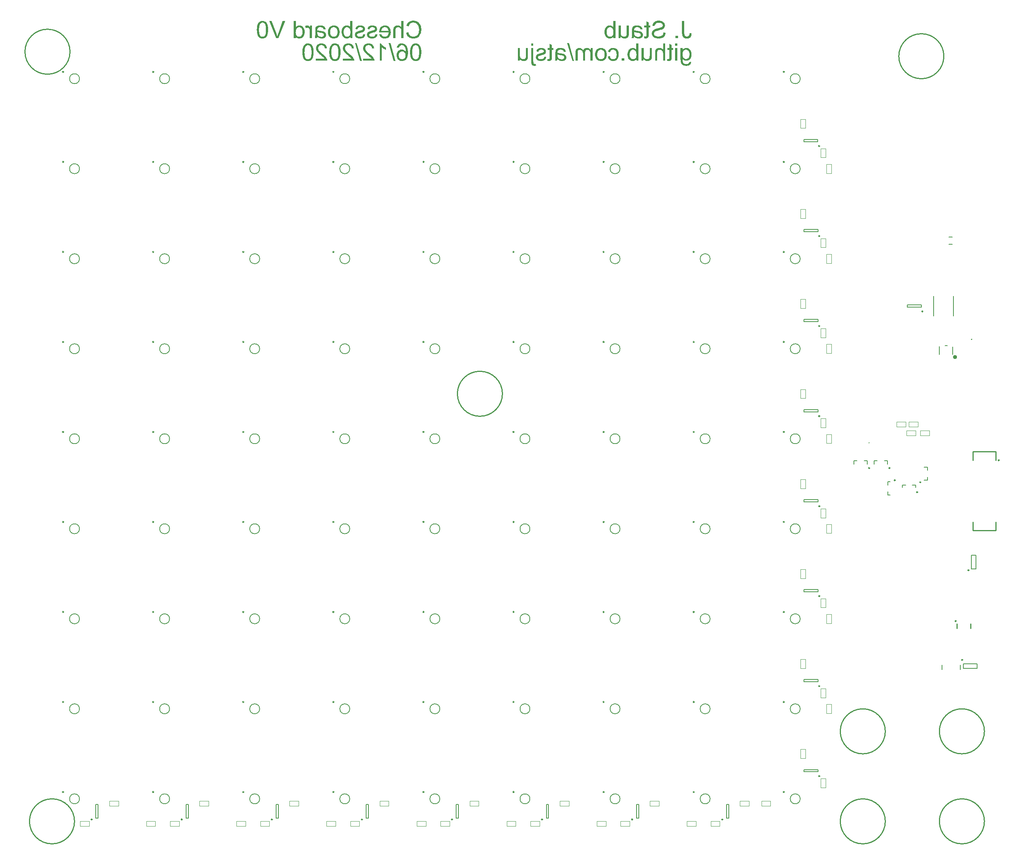
<source format=gbo>
G04 Layer_Color=13813960*
%FSLAX25Y25*%
%MOIN*%
G70*
G01*
G75*
%ADD10C,0.01969*%
%ADD24C,0.01000*%
%ADD25C,0.00984*%
%ADD64C,0.00787*%
%ADD65C,0.00394*%
G36*
X354558Y815922D02*
X355018Y815878D01*
X355455Y815812D01*
X355805Y815747D01*
X356111Y815681D01*
X356330Y815616D01*
X356417Y815594D01*
X356483Y815572D01*
X356505Y815550D01*
X356527D01*
X356899Y815397D01*
X357227Y815200D01*
X357511Y815025D01*
X357752Y814850D01*
X357927Y814675D01*
X358058Y814544D01*
X358145Y814457D01*
X358167Y814435D01*
X358364Y814150D01*
X358539Y813844D01*
X358670Y813538D01*
X358779Y813254D01*
X358867Y812969D01*
X358932Y812773D01*
X358954Y812685D01*
Y812619D01*
X358976Y812598D01*
Y812576D01*
X357161Y812335D01*
X357030Y812729D01*
X356899Y813079D01*
X356746Y813363D01*
X356614Y813582D01*
X356483Y813757D01*
X356374Y813866D01*
X356286Y813932D01*
X356264Y813953D01*
X356002Y814107D01*
X355696Y814216D01*
X355368Y814303D01*
X355062Y814347D01*
X354755Y814391D01*
X354537Y814413D01*
X354318D01*
X353815Y814391D01*
X353378Y814325D01*
X353028Y814216D01*
X352722Y814107D01*
X352503Y813975D01*
X352328Y813888D01*
X352218Y813801D01*
X352197Y813779D01*
X352022Y813582D01*
X351890Y813341D01*
X351781Y813079D01*
X351715Y812816D01*
X351672Y812576D01*
X351650Y812357D01*
Y812226D01*
Y812204D01*
Y812182D01*
Y812138D01*
Y812051D01*
Y811898D01*
X351672Y811767D01*
Y811723D01*
Y811701D01*
X351890Y811635D01*
X352131Y811570D01*
X352634Y811438D01*
X353203Y811329D01*
X353728Y811220D01*
X353990Y811176D01*
X354230Y811154D01*
X354449Y811110D01*
X354624Y811089D01*
X354777Y811067D01*
X354887D01*
X354974Y811045D01*
X354996D01*
X355390Y811001D01*
X355718Y810935D01*
X356002Y810892D01*
X356221Y810848D01*
X356396Y810826D01*
X356527Y810782D01*
X356614Y810760D01*
X356636D01*
X356921Y810673D01*
X357161Y810586D01*
X357402Y810476D01*
X357598Y810389D01*
X357773Y810301D01*
X357883Y810214D01*
X357970Y810170D01*
X357992Y810148D01*
X358211Y809995D01*
X358386Y809820D01*
X358561Y809645D01*
X358692Y809470D01*
X358801Y809317D01*
X358889Y809186D01*
X358932Y809098D01*
X358954Y809076D01*
X359064Y808836D01*
X359151Y808574D01*
X359217Y808333D01*
X359261Y808092D01*
X359282Y807896D01*
X359304Y807743D01*
Y807655D01*
Y807611D01*
X359282Y807349D01*
X359261Y807130D01*
X359151Y806671D01*
X358998Y806299D01*
X358823Y805971D01*
X358648Y805709D01*
X358495Y805512D01*
X358386Y805402D01*
X358342Y805359D01*
X357948Y805074D01*
X357511Y804856D01*
X357030Y804702D01*
X356592Y804593D01*
X356199Y804528D01*
X356024Y804506D01*
X355871D01*
X355739Y804484D01*
X355565D01*
X355171Y804506D01*
X354777Y804549D01*
X354427Y804593D01*
X354121Y804659D01*
X353881Y804724D01*
X353684Y804790D01*
X353553Y804812D01*
X353509Y804834D01*
X353137Y804987D01*
X352787Y805184D01*
X352459Y805402D01*
X352131Y805599D01*
X351869Y805796D01*
X351672Y805949D01*
X351540Y806059D01*
X351519Y806102D01*
X351497D01*
X351453Y805818D01*
X351409Y805556D01*
X351365Y805315D01*
X351300Y805118D01*
X351234Y804943D01*
X351191Y804834D01*
X351169Y804746D01*
X351147Y804724D01*
X349200D01*
X349310Y804965D01*
X349419Y805206D01*
X349507Y805424D01*
X349550Y805621D01*
X349616Y805796D01*
X349638Y805927D01*
X349660Y806015D01*
Y806037D01*
X349681Y806190D01*
X349703Y806386D01*
Y806605D01*
X349725Y806846D01*
X349747Y807393D01*
Y807939D01*
X349769Y808464D01*
Y808705D01*
Y808902D01*
Y809076D01*
Y809208D01*
Y809295D01*
Y809317D01*
Y811810D01*
Y812226D01*
X349791Y812598D01*
X349813Y812882D01*
Y813122D01*
X349835Y813297D01*
X349856Y813429D01*
X349878Y813494D01*
Y813516D01*
X349944Y813801D01*
X350031Y814041D01*
X350119Y814238D01*
X350228Y814435D01*
X350316Y814566D01*
X350381Y814675D01*
X350425Y814741D01*
X350447Y814763D01*
X350622Y814938D01*
X350819Y815113D01*
X351038Y815244D01*
X351256Y815375D01*
X351453Y815463D01*
X351606Y815528D01*
X351715Y815572D01*
X351759Y815594D01*
X352109Y815703D01*
X352481Y815791D01*
X352853Y815856D01*
X353224Y815900D01*
X353553Y815922D01*
X353793Y815944D01*
X354034D01*
X354558Y815922D01*
D02*
G37*
G36*
X426904Y804724D02*
X425046D01*
Y810717D01*
X425024Y811176D01*
X425002Y811570D01*
X424958Y811920D01*
X424893Y812204D01*
X424827Y812423D01*
X424783Y812598D01*
X424761Y812685D01*
X424739Y812729D01*
X424608Y812991D01*
X424455Y813232D01*
X424280Y813429D01*
X424105Y813604D01*
X423952Y813735D01*
X423821Y813822D01*
X423733Y813888D01*
X423711Y813910D01*
X423427Y814063D01*
X423165Y814172D01*
X422902Y814238D01*
X422684Y814303D01*
X422465Y814325D01*
X422312Y814347D01*
X422181D01*
X421787Y814325D01*
X421437Y814238D01*
X421153Y814150D01*
X420912Y814019D01*
X420715Y813910D01*
X420584Y813801D01*
X420497Y813713D01*
X420475Y813691D01*
X420278Y813429D01*
X420125Y813101D01*
X420015Y812773D01*
X419928Y812444D01*
X419884Y812138D01*
X419862Y811898D01*
Y811810D01*
Y811745D01*
Y811701D01*
Y811679D01*
Y804724D01*
X418003D01*
Y811657D01*
X418025Y812226D01*
X418069Y812729D01*
X418135Y813144D01*
X418200Y813494D01*
X418266Y813779D01*
X418331Y813975D01*
X418375Y814085D01*
X418397Y814128D01*
X418572Y814435D01*
X418769Y814697D01*
X418988Y814916D01*
X419184Y815113D01*
X419381Y815266D01*
X419534Y815375D01*
X419644Y815441D01*
X419687Y815463D01*
X420037Y815616D01*
X420387Y815747D01*
X420737Y815834D01*
X421065Y815878D01*
X421349Y815922D01*
X421590Y815944D01*
X421787D01*
X422137Y815922D01*
X422487Y815878D01*
X422815Y815812D01*
X423121Y815703D01*
X423690Y815463D01*
X423930Y815331D01*
X424149Y815200D01*
X424346Y815047D01*
X424543Y814916D01*
X424696Y814785D01*
X424805Y814675D01*
X424914Y814566D01*
X424980Y814500D01*
X425024Y814457D01*
X425046Y814435D01*
Y819858D01*
X426904D01*
Y804724D01*
D02*
G37*
G36*
X382246D02*
X380518D01*
Y806102D01*
X380299Y805818D01*
X380081Y805577D01*
X379840Y805359D01*
X379578Y805162D01*
X379337Y805009D01*
X379075Y804877D01*
X378834Y804768D01*
X378594Y804681D01*
X378156Y804571D01*
X377959Y804528D01*
X377806Y804506D01*
X377675D01*
X377566Y804484D01*
X377478D01*
X377128Y804506D01*
X376779Y804549D01*
X376450Y804615D01*
X376144Y804724D01*
X375554Y804965D01*
X375313Y805118D01*
X375073Y805249D01*
X374854Y805402D01*
X374679Y805534D01*
X374526Y805665D01*
X374373Y805774D01*
X374263Y805884D01*
X374198Y805949D01*
X374154Y805993D01*
X374132Y806015D01*
X373892Y806321D01*
X373673Y806649D01*
X373476Y806977D01*
X373323Y807349D01*
X373192Y807699D01*
X373082Y808070D01*
X372907Y808770D01*
X372842Y809098D01*
X372798Y809405D01*
X372776Y809667D01*
X372754Y809908D01*
X372732Y810104D01*
Y810236D01*
Y810345D01*
Y810367D01*
X372754Y810804D01*
X372776Y811220D01*
X372842Y811592D01*
X372907Y811920D01*
X372973Y812204D01*
X373017Y812423D01*
X373039Y812488D01*
X373061Y812554D01*
X373082Y812576D01*
Y812598D01*
X373214Y812969D01*
X373367Y813319D01*
X373520Y813626D01*
X373673Y813888D01*
X373804Y814085D01*
X373914Y814238D01*
X373979Y814347D01*
X374001Y814369D01*
X374220Y814631D01*
X374482Y814872D01*
X374723Y815069D01*
X374963Y815222D01*
X375160Y815353D01*
X375335Y815463D01*
X375444Y815506D01*
X375488Y815528D01*
X375816Y815659D01*
X376166Y815769D01*
X376494Y815834D01*
X376779Y815900D01*
X377019Y815922D01*
X377216Y815944D01*
X377391D01*
X377719Y815922D01*
X378047Y815878D01*
X378353Y815812D01*
X378637Y815703D01*
X379140Y815485D01*
X379578Y815200D01*
X379753Y815069D01*
X379928Y814938D01*
X380059Y814806D01*
X380168Y814697D01*
X380278Y814588D01*
X380343Y814522D01*
X380365Y814478D01*
X380387Y814457D01*
Y819858D01*
X382246D01*
Y804724D01*
D02*
G37*
G36*
X411071Y815922D02*
X411464Y815878D01*
X411836Y815812D01*
X412186Y815703D01*
X412514Y815594D01*
X412820Y815463D01*
X413104Y815331D01*
X413345Y815178D01*
X413586Y815047D01*
X413783Y814894D01*
X413958Y814763D01*
X414089Y814653D01*
X414198Y814544D01*
X414286Y814478D01*
X414329Y814435D01*
X414351Y814413D01*
X414592Y814107D01*
X414810Y813779D01*
X415007Y813451D01*
X415182Y813101D01*
X415313Y812729D01*
X415423Y812379D01*
X415598Y811679D01*
X415663Y811373D01*
X415707Y811067D01*
X415729Y810804D01*
X415751Y810564D01*
X415773Y810367D01*
Y810236D01*
Y810126D01*
Y810104D01*
X415751Y809623D01*
X415707Y809164D01*
X415641Y808727D01*
X415554Y808333D01*
X415445Y807961D01*
X415335Y807611D01*
X415204Y807305D01*
X415073Y807021D01*
X414942Y806780D01*
X414810Y806561D01*
X414701Y806386D01*
X414592Y806233D01*
X414504Y806102D01*
X414439Y806015D01*
X414395Y805971D01*
X414373Y805949D01*
X414089Y805687D01*
X413804Y805468D01*
X413498Y805271D01*
X413170Y805096D01*
X412864Y804965D01*
X412536Y804834D01*
X411924Y804659D01*
X411639Y804615D01*
X411377Y804571D01*
X411136Y804528D01*
X410939Y804506D01*
X410786Y804484D01*
X410546D01*
X409868Y804528D01*
X409255Y804637D01*
X408709Y804768D01*
X408490Y804856D01*
X408271Y804943D01*
X408074Y805031D01*
X407900Y805118D01*
X407768Y805184D01*
X407637Y805249D01*
X407549Y805315D01*
X407484Y805359D01*
X407440Y805402D01*
X407418D01*
X406981Y805796D01*
X406631Y806212D01*
X406325Y806649D01*
X406106Y807065D01*
X405931Y807436D01*
X405866Y807611D01*
X405800Y807743D01*
X405756Y807874D01*
X405734Y807961D01*
X405713Y808005D01*
Y808027D01*
X407637Y808267D01*
X407812Y807852D01*
X408009Y807502D01*
X408206Y807196D01*
X408381Y806955D01*
X408534Y806780D01*
X408665Y806649D01*
X408774Y806561D01*
X408796Y806540D01*
X409081Y806365D01*
X409365Y806233D01*
X409671Y806146D01*
X409933Y806080D01*
X410174Y806037D01*
X410371Y806015D01*
X410546D01*
X410808Y806037D01*
X411049Y806059D01*
X411486Y806168D01*
X411880Y806321D01*
X412230Y806496D01*
X412492Y806649D01*
X412689Y806802D01*
X412820Y806911D01*
X412842Y806955D01*
X412864D01*
X413170Y807349D01*
X413411Y807786D01*
X413586Y808267D01*
X413717Y808705D01*
X413783Y809098D01*
X413826Y809273D01*
X413848Y809426D01*
Y809558D01*
X413870Y809645D01*
Y809711D01*
Y809733D01*
X405669D01*
X405647Y809951D01*
Y810104D01*
Y810192D01*
Y810214D01*
X405669Y810717D01*
X405713Y811176D01*
X405778Y811613D01*
X405866Y812029D01*
X405975Y812401D01*
X406084Y812751D01*
X406215Y813057D01*
X406347Y813341D01*
X406478Y813604D01*
X406609Y813822D01*
X406718Y813997D01*
X406828Y814150D01*
X406915Y814282D01*
X406981Y814369D01*
X407025Y814413D01*
X407047Y814435D01*
X407309Y814697D01*
X407593Y814938D01*
X407900Y815135D01*
X408206Y815310D01*
X408512Y815463D01*
X408796Y815572D01*
X409102Y815681D01*
X409365Y815747D01*
X409649Y815812D01*
X409890Y815856D01*
X410108Y815900D01*
X410283Y815922D01*
X410436Y815944D01*
X410655D01*
X411071Y815922D01*
D02*
G37*
G36*
X436112Y820077D02*
X436812Y819968D01*
X437424Y819837D01*
X437708Y819749D01*
X437971Y819662D01*
X438211Y819574D01*
X438430Y819487D01*
X438605Y819421D01*
X438780Y819355D01*
X438889Y819290D01*
X438977Y819246D01*
X439042Y819224D01*
X439064Y819202D01*
X439655Y818831D01*
X440158Y818393D01*
X440595Y817956D01*
X440967Y817518D01*
X441251Y817125D01*
X441361Y816950D01*
X441448Y816797D01*
X441536Y816687D01*
X441579Y816600D01*
X441601Y816534D01*
X441623Y816512D01*
X441929Y815834D01*
X442148Y815135D01*
X442301Y814435D01*
X442410Y813801D01*
X442454Y813516D01*
X442476Y813232D01*
X442498Y813013D01*
Y812794D01*
X442520Y812641D01*
Y812510D01*
Y812423D01*
Y812401D01*
X442476Y811613D01*
X442388Y810848D01*
X442279Y810170D01*
X442192Y809842D01*
X442126Y809558D01*
X442060Y809295D01*
X441973Y809055D01*
X441907Y808836D01*
X441864Y808661D01*
X441798Y808530D01*
X441776Y808420D01*
X441732Y808355D01*
Y808333D01*
X441404Y807677D01*
X441033Y807086D01*
X440639Y806583D01*
X440442Y806386D01*
X440267Y806190D01*
X440092Y806015D01*
X439917Y805862D01*
X439764Y805730D01*
X439633Y805643D01*
X439545Y805556D01*
X439458Y805490D01*
X439414Y805468D01*
X439392Y805446D01*
X439086Y805271D01*
X438780Y805118D01*
X438124Y804877D01*
X437468Y804702D01*
X436833Y804593D01*
X436527Y804549D01*
X436265Y804506D01*
X436024Y804484D01*
X435827D01*
X435652Y804462D01*
X435412D01*
X434974Y804484D01*
X434559Y804528D01*
X434165Y804571D01*
X433793Y804659D01*
X433444Y804768D01*
X433116Y804877D01*
X432809Y804987D01*
X432525Y805118D01*
X432284Y805227D01*
X432044Y805337D01*
X431869Y805446D01*
X431694Y805556D01*
X431585Y805643D01*
X431475Y805687D01*
X431432Y805730D01*
X431410Y805752D01*
X431104Y806015D01*
X430841Y806277D01*
X430601Y806583D01*
X430360Y806890D01*
X429966Y807502D01*
X429660Y808114D01*
X429529Y808399D01*
X429420Y808661D01*
X429332Y808902D01*
X429267Y809098D01*
X429201Y809273D01*
X429157Y809405D01*
X429135Y809492D01*
Y809514D01*
X431147Y810017D01*
X431235Y809667D01*
X431344Y809339D01*
X431454Y809033D01*
X431563Y808749D01*
X431694Y808486D01*
X431825Y808267D01*
X431978Y808049D01*
X432110Y807852D01*
X432219Y807677D01*
X432350Y807546D01*
X432459Y807414D01*
X432547Y807305D01*
X432634Y807240D01*
X432700Y807174D01*
X432722Y807152D01*
X432744Y807130D01*
X432963Y806955D01*
X433203Y806824D01*
X433684Y806583D01*
X434143Y806408D01*
X434603Y806299D01*
X434996Y806212D01*
X435149Y806190D01*
X435303D01*
X435434Y806168D01*
X435587D01*
X436090Y806190D01*
X436571Y806277D01*
X437008Y806386D01*
X437402Y806518D01*
X437708Y806649D01*
X437840Y806715D01*
X437949Y806758D01*
X438036Y806802D01*
X438102Y806846D01*
X438146Y806868D01*
X438168D01*
X438583Y807174D01*
X438933Y807502D01*
X439239Y807874D01*
X439480Y808224D01*
X439677Y808530D01*
X439808Y808792D01*
X439852Y808902D01*
X439895Y808967D01*
X439917Y809011D01*
Y809033D01*
X440092Y809601D01*
X440223Y810170D01*
X440333Y810739D01*
X440398Y811263D01*
X440420Y811504D01*
X440442Y811723D01*
Y811920D01*
X440464Y812073D01*
Y812204D01*
Y812313D01*
Y812379D01*
Y812401D01*
X440442Y812969D01*
X440398Y813494D01*
X440311Y813975D01*
X440223Y814413D01*
X440158Y814785D01*
X440114Y814938D01*
X440070Y815069D01*
X440048Y815178D01*
X440027Y815244D01*
X440005Y815288D01*
Y815310D01*
X439786Y815812D01*
X439545Y816272D01*
X439283Y816644D01*
X438999Y816972D01*
X438758Y817234D01*
X438561Y817409D01*
X438408Y817518D01*
X438386Y817562D01*
X438364D01*
X437905Y817846D01*
X437402Y818065D01*
X436921Y818218D01*
X436462Y818306D01*
X436046Y818371D01*
X435871Y818393D01*
X435718D01*
X435609Y818415D01*
X435434D01*
X434887Y818393D01*
X434384Y818306D01*
X433968Y818174D01*
X433597Y818043D01*
X433312Y817890D01*
X433094Y817781D01*
X432963Y817693D01*
X432919Y817650D01*
X432569Y817321D01*
X432241Y816950D01*
X431978Y816556D01*
X431760Y816162D01*
X431585Y815812D01*
X431519Y815637D01*
X431475Y815506D01*
X431432Y815397D01*
X431388Y815310D01*
X431366Y815266D01*
Y815244D01*
X429398Y815703D01*
X429529Y816097D01*
X429660Y816447D01*
X429835Y816775D01*
X429988Y817103D01*
X430163Y817387D01*
X430360Y817650D01*
X430535Y817912D01*
X430710Y818131D01*
X430885Y818306D01*
X431038Y818481D01*
X431191Y818634D01*
X431300Y818743D01*
X431410Y818852D01*
X431497Y818918D01*
X431541Y818940D01*
X431563Y818962D01*
X431869Y819159D01*
X432175Y819355D01*
X432481Y819508D01*
X432809Y819640D01*
X433465Y819837D01*
X434056Y819968D01*
X434340Y820033D01*
X434581Y820055D01*
X434821Y820077D01*
X435018Y820099D01*
X435171Y820121D01*
X435390D01*
X436112Y820077D01*
D02*
G37*
G36*
X317686Y804724D02*
X315586D01*
X309681Y819858D01*
X311715D01*
X315827Y808858D01*
X316002Y808399D01*
X316155Y807961D01*
X316286Y807546D01*
X316395Y807174D01*
X316505Y806846D01*
X316570Y806605D01*
X316592Y806518D01*
X316614Y806452D01*
X316636Y806408D01*
Y806386D01*
X316898Y807261D01*
X317030Y807677D01*
X317161Y808049D01*
X317270Y808377D01*
X317314Y808508D01*
X317336Y808639D01*
X317379Y808727D01*
X317401Y808792D01*
X317423Y808836D01*
Y808858D01*
X321360Y819858D01*
X323547D01*
X317686Y804724D01*
D02*
G37*
G36*
X540412Y784515D02*
Y784252D01*
X540434Y784012D01*
Y783771D01*
X540456Y783574D01*
X540478Y783421D01*
X540500Y783246D01*
X540544Y783006D01*
X540609Y782830D01*
X540653Y782721D01*
X540675Y782655D01*
X540697Y782634D01*
X540806Y782503D01*
X540959Y782415D01*
X541090Y782328D01*
X541222Y782284D01*
X541353Y782262D01*
X541462Y782240D01*
X541681D01*
X541812Y782262D01*
X542096Y782328D01*
X542206Y782349D01*
X542315Y782371D01*
X542381Y782393D01*
X542403D01*
X542753Y780819D01*
X542228Y780687D01*
X541987Y780644D01*
X541768Y780622D01*
X541572D01*
X541440Y780600D01*
X541309D01*
X541025Y780622D01*
X540762Y780644D01*
X540303Y780775D01*
X539909Y780928D01*
X539603Y781125D01*
X539385Y781321D01*
X539210Y781496D01*
X539100Y781606D01*
X539078Y781628D01*
Y781649D01*
X538991Y781803D01*
X538903Y781999D01*
X538772Y782415D01*
X538685Y782896D01*
X538619Y783355D01*
X538575Y783793D01*
Y783968D01*
X538553Y784143D01*
Y784274D01*
Y784383D01*
Y784449D01*
Y784471D01*
Y796018D01*
X540412D01*
Y784515D01*
D02*
G37*
G36*
X619844Y785039D02*
X617723D01*
Y787161D01*
X619844D01*
Y785039D01*
D02*
G37*
G36*
X666252D02*
X664393D01*
Y796018D01*
X666252D01*
Y785039D01*
D02*
G37*
G36*
X610571Y796237D02*
X611053Y796149D01*
X611512Y796040D01*
X611884Y795931D01*
X612212Y795799D01*
X612343Y795734D01*
X612452Y795690D01*
X612540Y795646D01*
X612605Y795603D01*
X612649Y795581D01*
X612671D01*
X613086Y795318D01*
X613458Y794990D01*
X613764Y794662D01*
X614027Y794334D01*
X614224Y794050D01*
X614355Y793809D01*
X614399Y793722D01*
X614442Y793656D01*
X614464Y793612D01*
Y793590D01*
X614661Y793066D01*
X614792Y792541D01*
X614902Y792016D01*
X614967Y791535D01*
X614989Y791316D01*
X615011Y791119D01*
Y790944D01*
X615033Y790791D01*
Y790660D01*
Y790573D01*
Y790507D01*
Y790485D01*
X615011Y789982D01*
X614967Y789523D01*
X614902Y789064D01*
X614814Y788670D01*
X614727Y788276D01*
X614595Y787948D01*
X614486Y787620D01*
X614355Y787336D01*
X614224Y787095D01*
X614114Y786876D01*
X613983Y786680D01*
X613896Y786526D01*
X613808Y786417D01*
X613742Y786330D01*
X613699Y786286D01*
X613677Y786264D01*
X613414Y786002D01*
X613130Y785783D01*
X612846Y785586D01*
X612540Y785411D01*
X612233Y785280D01*
X611949Y785149D01*
X611359Y784974D01*
X611096Y784930D01*
X610856Y784886D01*
X610637Y784842D01*
X610440Y784821D01*
X610287Y784799D01*
X610068D01*
X609740Y784821D01*
X609412Y784842D01*
X608844Y784974D01*
X608319Y785127D01*
X607881Y785324D01*
X607706Y785433D01*
X607531Y785521D01*
X607378Y785608D01*
X607269Y785696D01*
X607182Y785761D01*
X607116Y785805D01*
X607072Y785827D01*
X607050Y785849D01*
X606832Y786067D01*
X606635Y786286D01*
X606285Y786767D01*
X606001Y787270D01*
X605804Y787729D01*
X605651Y788167D01*
X605607Y788342D01*
X605563Y788517D01*
X605541Y788648D01*
X605519Y788735D01*
X605498Y788801D01*
Y788823D01*
X607335Y789064D01*
X607422Y788582D01*
X607553Y788145D01*
X607728Y787795D01*
X607881Y787511D01*
X608035Y787270D01*
X608166Y787117D01*
X608231Y787008D01*
X608275Y786986D01*
X608559Y786767D01*
X608865Y786614D01*
X609172Y786483D01*
X609456Y786417D01*
X609697Y786373D01*
X609915Y786352D01*
X610046Y786330D01*
X610090D01*
X610331Y786352D01*
X610571Y786373D01*
X611009Y786483D01*
X611381Y786636D01*
X611709Y786833D01*
X611949Y787008D01*
X612146Y787161D01*
X612255Y787270D01*
X612299Y787314D01*
X612452Y787511D01*
X612583Y787751D01*
X612780Y788232D01*
X612933Y788779D01*
X613021Y789304D01*
X613086Y789785D01*
X613108Y789982D01*
Y790179D01*
X613130Y790310D01*
Y790441D01*
Y790507D01*
Y790529D01*
Y790922D01*
X613086Y791294D01*
X613043Y791644D01*
X612999Y791950D01*
X612933Y792235D01*
X612846Y792497D01*
X612780Y792738D01*
X612693Y792956D01*
X612605Y793131D01*
X612540Y793284D01*
X612452Y793416D01*
X612387Y793525D01*
X612343Y793612D01*
X612299Y793678D01*
X612255Y793700D01*
Y793722D01*
X612080Y793897D01*
X611905Y794050D01*
X611534Y794312D01*
X611140Y794487D01*
X610790Y794597D01*
X610462Y794684D01*
X610221Y794706D01*
X610112Y794728D01*
X609981D01*
X609653Y794706D01*
X609347Y794640D01*
X609084Y794553D01*
X608844Y794444D01*
X608669Y794334D01*
X608516Y794247D01*
X608428Y794181D01*
X608406Y794159D01*
X608187Y793940D01*
X607991Y793678D01*
X607816Y793394D01*
X607706Y793131D01*
X607597Y792891D01*
X607531Y792694D01*
X607510Y792563D01*
X607488Y792541D01*
Y792519D01*
X605673Y792803D01*
X605826Y793394D01*
X606044Y793897D01*
X606285Y794334D01*
X606525Y794684D01*
X606766Y794968D01*
X606963Y795165D01*
X607094Y795296D01*
X607116Y795340D01*
X607138D01*
X607597Y795646D01*
X608078Y795865D01*
X608559Y796040D01*
X609019Y796149D01*
X609434Y796215D01*
X609609Y796237D01*
X609740D01*
X609871Y796259D01*
X610046D01*
X610571Y796237D01*
D02*
G37*
G36*
X575907Y784777D02*
X574420D01*
X570024Y800436D01*
X571512D01*
X575907Y784777D01*
D02*
G37*
G36*
X548001Y796215D02*
X548264Y796193D01*
X548504Y796149D01*
X548701Y796106D01*
X548854Y796062D01*
X548942Y796040D01*
X548985Y796018D01*
X549248Y795931D01*
X549488Y795843D01*
X549685Y795756D01*
X549860Y795668D01*
X549992Y795603D01*
X550079Y795537D01*
X550145Y795515D01*
X550166Y795493D01*
X550385Y795340D01*
X550560Y795165D01*
X550713Y794968D01*
X550844Y794815D01*
X550954Y794662D01*
X551019Y794553D01*
X551063Y794465D01*
X551085Y794444D01*
X551194Y794203D01*
X551282Y793984D01*
X551326Y793744D01*
X551369Y793547D01*
X551391Y793350D01*
X551413Y793219D01*
Y793131D01*
Y793087D01*
X551391Y792781D01*
X551347Y792519D01*
X551282Y792256D01*
X551216Y792038D01*
X551151Y791863D01*
X551085Y791710D01*
X551041Y791622D01*
X551019Y791600D01*
X550844Y791360D01*
X550648Y791163D01*
X550451Y790988D01*
X550254Y790835D01*
X550079Y790726D01*
X549948Y790638D01*
X549860Y790594D01*
X549817Y790573D01*
X549663Y790507D01*
X549467Y790419D01*
X549029Y790266D01*
X548570Y790135D01*
X548089Y789982D01*
X547673Y789873D01*
X547476Y789807D01*
X547301Y789763D01*
X547170Y789719D01*
X547061Y789698D01*
X546995Y789676D01*
X546973D01*
X546689Y789610D01*
X546449Y789545D01*
X546230Y789479D01*
X546033Y789413D01*
X545858Y789370D01*
X545705Y789304D01*
X545442Y789217D01*
X545268Y789151D01*
X545158Y789085D01*
X545093Y789064D01*
X545071Y789042D01*
X544874Y788910D01*
X544743Y788735D01*
X544633Y788582D01*
X544568Y788429D01*
X544524Y788276D01*
X544502Y788167D01*
Y788079D01*
Y788057D01*
X544524Y787795D01*
X544590Y787576D01*
X544699Y787358D01*
X544808Y787183D01*
X544940Y787030D01*
X545027Y786920D01*
X545115Y786855D01*
X545136Y786833D01*
X545399Y786658D01*
X545683Y786548D01*
X546011Y786461D01*
X546317Y786395D01*
X546602Y786352D01*
X546820Y786330D01*
X547039D01*
X547498Y786352D01*
X547892Y786417D01*
X548220Y786505D01*
X548504Y786614D01*
X548723Y786723D01*
X548898Y786811D01*
X548985Y786876D01*
X549029Y786898D01*
X549270Y787139D01*
X549467Y787423D01*
X549598Y787708D01*
X549707Y787970D01*
X549795Y788210D01*
X549838Y788429D01*
X549882Y788560D01*
Y788582D01*
Y788604D01*
X551719Y788320D01*
X551566Y787708D01*
X551369Y787161D01*
X551129Y786723D01*
X550888Y786352D01*
X550669Y786045D01*
X550473Y785849D01*
X550341Y785717D01*
X550319Y785696D01*
X550298Y785674D01*
X550079Y785521D01*
X549838Y785389D01*
X549313Y785171D01*
X548767Y785017D01*
X548242Y784908D01*
X548001Y784864D01*
X547783Y784842D01*
X547564Y784821D01*
X547389D01*
X547236Y784799D01*
X547039D01*
X546558Y784821D01*
X546142Y784864D01*
X545749Y784930D01*
X545399Y785017D01*
X545115Y785105D01*
X544896Y785171D01*
X544765Y785214D01*
X544743Y785236D01*
X544721D01*
X544349Y785433D01*
X544043Y785630D01*
X543780Y785849D01*
X543540Y786045D01*
X543365Y786220D01*
X543256Y786373D01*
X543168Y786461D01*
X543146Y786505D01*
X542971Y786811D01*
X542840Y787139D01*
X542731Y787423D01*
X542665Y787686D01*
X542621Y787926D01*
X542599Y788101D01*
Y788210D01*
Y788254D01*
X542621Y788604D01*
X542665Y788910D01*
X542753Y789173D01*
X542818Y789413D01*
X542906Y789610D01*
X542993Y789741D01*
X543037Y789829D01*
X543059Y789851D01*
X543234Y790069D01*
X543431Y790266D01*
X543627Y790441D01*
X543824Y790573D01*
X544021Y790682D01*
X544152Y790747D01*
X544240Y790791D01*
X544283Y790813D01*
X544437Y790879D01*
X544611Y790944D01*
X545027Y791097D01*
X545486Y791251D01*
X545946Y791382D01*
X546361Y791513D01*
X546558Y791557D01*
X546711Y791600D01*
X546842Y791644D01*
X546951Y791666D01*
X547017Y791688D01*
X547039D01*
X547280Y791753D01*
X547498Y791819D01*
X547695Y791863D01*
X547870Y791928D01*
X548154Y791994D01*
X548373Y792060D01*
X548526Y792125D01*
X548614Y792147D01*
X548657Y792169D01*
X548679D01*
X548854Y792256D01*
X549007Y792322D01*
X549138Y792410D01*
X549226Y792475D01*
X549313Y792541D01*
X549357Y792606D01*
X549379Y792628D01*
X549401Y792650D01*
X549532Y792869D01*
X549598Y793087D01*
Y793175D01*
X549620Y793241D01*
Y793284D01*
Y793306D01*
X549598Y793503D01*
X549532Y793700D01*
X549445Y793875D01*
X549335Y794006D01*
X549248Y794137D01*
X549160Y794225D01*
X549095Y794269D01*
X549073Y794290D01*
X548832Y794444D01*
X548548Y794553D01*
X548242Y794618D01*
X547958Y794684D01*
X547673Y794706D01*
X547455Y794728D01*
X547236D01*
X546864Y794706D01*
X546514Y794662D01*
X546230Y794575D01*
X546011Y794487D01*
X545814Y794400D01*
X545683Y794312D01*
X545596Y794269D01*
X545574Y794247D01*
X545355Y794050D01*
X545202Y793831D01*
X545071Y793612D01*
X544961Y793416D01*
X544896Y793219D01*
X544852Y793066D01*
X544830Y792978D01*
Y792934D01*
X543015Y793175D01*
X543102Y793547D01*
X543190Y793875D01*
X543299Y794159D01*
X543409Y794422D01*
X543518Y794597D01*
X543605Y794750D01*
X543649Y794837D01*
X543671Y794859D01*
X543868Y795078D01*
X544087Y795274D01*
X544327Y795449D01*
X544568Y795603D01*
X544786Y795712D01*
X544961Y795799D01*
X545071Y795843D01*
X545093Y795865D01*
X545115D01*
X545486Y795996D01*
X545880Y796084D01*
X546252Y796171D01*
X546602Y796215D01*
X546930Y796237D01*
X547170Y796259D01*
X547695D01*
X548001Y796215D01*
D02*
G37*
G36*
X599833Y796237D02*
X600183Y796215D01*
X600861Y796062D01*
X601452Y795865D01*
X601714Y795756D01*
X601955Y795646D01*
X602173Y795537D01*
X602348Y795428D01*
X602523Y795318D01*
X602654Y795231D01*
X602764Y795143D01*
X602851Y795078D01*
X602895Y795056D01*
X602917Y795034D01*
X603223Y794750D01*
X603464Y794422D01*
X603704Y794072D01*
X603879Y793722D01*
X604054Y793350D01*
X604185Y792956D01*
X604295Y792585D01*
X604382Y792235D01*
X604470Y791885D01*
X604513Y791578D01*
X604557Y791272D01*
X604579Y791032D01*
Y790813D01*
X604601Y790660D01*
Y790573D01*
Y790529D01*
X604579Y790026D01*
X604535Y789545D01*
X604470Y789107D01*
X604382Y788692D01*
X604273Y788320D01*
X604164Y787970D01*
X604032Y787642D01*
X603901Y787358D01*
X603770Y787095D01*
X603639Y786876D01*
X603529Y786701D01*
X603420Y786548D01*
X603332Y786417D01*
X603267Y786330D01*
X603223Y786286D01*
X603201Y786264D01*
X602917Y786002D01*
X602633Y785783D01*
X602326Y785586D01*
X602020Y785411D01*
X601714Y785280D01*
X601386Y785149D01*
X600796Y784974D01*
X600533Y784930D01*
X600271Y784886D01*
X600052Y784842D01*
X599855Y784821D01*
X599680Y784799D01*
X599461D01*
X598937Y784821D01*
X598455Y784908D01*
X597996Y785017D01*
X597624Y785127D01*
X597296Y785258D01*
X597165Y785302D01*
X597056Y785346D01*
X596946Y785389D01*
X596881Y785433D01*
X596859Y785455D01*
X596837D01*
X596400Y785739D01*
X596028Y786045D01*
X595700Y786352D01*
X595437Y786658D01*
X595240Y786920D01*
X595087Y787139D01*
X595044Y787226D01*
X595000Y787292D01*
X594978Y787314D01*
Y787336D01*
X594759Y787839D01*
X594606Y788385D01*
X594475Y788932D01*
X594409Y789479D01*
X594366Y789719D01*
Y789938D01*
X594344Y790157D01*
X594322Y790332D01*
Y790485D01*
Y790594D01*
Y790660D01*
Y790682D01*
X594344Y791163D01*
X594388Y791600D01*
X594453Y792016D01*
X594541Y792410D01*
X594650Y792781D01*
X594781Y793109D01*
X594912Y793437D01*
X595044Y793700D01*
X595175Y793940D01*
X595306Y794159D01*
X595437Y794356D01*
X595547Y794509D01*
X595634Y794618D01*
X595700Y794706D01*
X595744Y794750D01*
X595765Y794771D01*
X596050Y795034D01*
X596334Y795253D01*
X596640Y795471D01*
X596946Y795624D01*
X597253Y795778D01*
X597559Y795887D01*
X598149Y796084D01*
X598433Y796128D01*
X598674Y796171D01*
X598893Y796215D01*
X599090Y796237D01*
X599243Y796259D01*
X599461D01*
X599833Y796237D01*
D02*
G37*
G36*
X623846Y808902D02*
Y808486D01*
X623825Y808114D01*
X623803Y807830D01*
X623781Y807568D01*
Y807393D01*
X623759Y807261D01*
X623737Y807174D01*
Y807152D01*
X623671Y806868D01*
X623584Y806605D01*
X623496Y806365D01*
X623387Y806168D01*
X623300Y805993D01*
X623234Y805884D01*
X623190Y805796D01*
X623169Y805774D01*
X622994Y805577D01*
X622797Y805402D01*
X622600Y805249D01*
X622381Y805118D01*
X622206Y805009D01*
X622053Y804921D01*
X621966Y804877D01*
X621922Y804856D01*
X621594Y804724D01*
X621288Y804637D01*
X620982Y804571D01*
X620697Y804528D01*
X620457Y804506D01*
X620260Y804484D01*
X620107D01*
X619713Y804506D01*
X619319Y804571D01*
X618969Y804659D01*
X618619Y804768D01*
X618313Y804921D01*
X618029Y805074D01*
X617767Y805227D01*
X617526Y805402D01*
X617307Y805577D01*
X617132Y805730D01*
X616979Y805905D01*
X616848Y806037D01*
X616739Y806146D01*
X616673Y806233D01*
X616629Y806299D01*
X616608Y806321D01*
Y804724D01*
X614945D01*
Y815703D01*
X616804D01*
Y809820D01*
X616826Y809317D01*
X616848Y808880D01*
X616892Y808508D01*
X616957Y808202D01*
X617023Y807961D01*
X617067Y807786D01*
X617089Y807699D01*
X617110Y807655D01*
X617242Y807393D01*
X617395Y807174D01*
X617570Y806977D01*
X617745Y806802D01*
X617898Y806671D01*
X618029Y806583D01*
X618117Y806518D01*
X618160Y806496D01*
X618445Y806365D01*
X618729Y806255D01*
X618991Y806190D01*
X619232Y806124D01*
X619429Y806102D01*
X619582Y806080D01*
X619735D01*
X620041Y806102D01*
X620303Y806146D01*
X620544Y806212D01*
X620741Y806299D01*
X620916Y806365D01*
X621025Y806430D01*
X621113Y806474D01*
X621135Y806496D01*
X621331Y806671D01*
X621485Y806846D01*
X621616Y807043D01*
X621725Y807218D01*
X621791Y807393D01*
X621834Y807524D01*
X621878Y807611D01*
Y807633D01*
X621922Y807874D01*
X621944Y808158D01*
X621966Y808486D01*
Y808814D01*
X621987Y809120D01*
Y809361D01*
Y809470D01*
Y809536D01*
Y809580D01*
Y809601D01*
Y815703D01*
X623846D01*
Y808902D01*
D02*
G37*
G36*
X641146Y818415D02*
Y815703D01*
X642523D01*
Y814260D01*
X641146D01*
Y807917D01*
Y807611D01*
Y807349D01*
X641124Y807108D01*
X641102Y806868D01*
Y806671D01*
X641080Y806496D01*
X641036Y806212D01*
X640992Y805993D01*
X640971Y805840D01*
X640927Y805752D01*
Y805730D01*
X640839Y805534D01*
X640708Y805381D01*
X640577Y805227D01*
X640468Y805118D01*
X640336Y805009D01*
X640249Y804943D01*
X640183Y804899D01*
X640162Y804877D01*
X639921Y804768D01*
X639680Y804702D01*
X639418Y804637D01*
X639155Y804615D01*
X638937Y804593D01*
X638762Y804571D01*
X638587D01*
X638106Y804593D01*
X637865Y804615D01*
X637646Y804659D01*
X637450Y804681D01*
X637296Y804702D01*
X637209Y804724D01*
X637165D01*
X637406Y806365D01*
X637581Y806343D01*
X637756Y806321D01*
X637909D01*
X638018Y806299D01*
X638237D01*
X638521Y806321D01*
X638718Y806365D01*
X638827Y806408D01*
X638871Y806430D01*
X639024Y806540D01*
X639112Y806649D01*
X639177Y806736D01*
X639199Y806780D01*
X639221Y806890D01*
X639243Y807043D01*
X639265Y807393D01*
X639287Y807546D01*
Y807677D01*
Y807764D01*
Y807808D01*
Y814260D01*
X637406D01*
Y815703D01*
X639287D01*
Y819530D01*
X641146Y818415D01*
D02*
G37*
G36*
X631457Y815922D02*
X631917Y815878D01*
X632354Y815812D01*
X632704Y815747D01*
X633010Y815681D01*
X633229Y815616D01*
X633316Y815594D01*
X633382Y815572D01*
X633404Y815550D01*
X633426D01*
X633797Y815397D01*
X634125Y815200D01*
X634410Y815025D01*
X634650Y814850D01*
X634825Y814675D01*
X634956Y814544D01*
X635044Y814457D01*
X635066Y814435D01*
X635263Y814150D01*
X635438Y813844D01*
X635569Y813538D01*
X635678Y813254D01*
X635766Y812969D01*
X635831Y812773D01*
X635853Y812685D01*
Y812619D01*
X635875Y812598D01*
Y812576D01*
X634060Y812335D01*
X633928Y812729D01*
X633797Y813079D01*
X633644Y813363D01*
X633513Y813582D01*
X633382Y813757D01*
X633272Y813866D01*
X633185Y813932D01*
X633163Y813953D01*
X632901Y814107D01*
X632594Y814216D01*
X632266Y814303D01*
X631960Y814347D01*
X631654Y814391D01*
X631435Y814413D01*
X631217D01*
X630714Y814391D01*
X630276Y814325D01*
X629926Y814216D01*
X629620Y814107D01*
X629401Y813975D01*
X629226Y813888D01*
X629117Y813801D01*
X629095Y813779D01*
X628920Y813582D01*
X628789Y813341D01*
X628680Y813079D01*
X628614Y812816D01*
X628570Y812576D01*
X628548Y812357D01*
Y812226D01*
Y812204D01*
Y812182D01*
Y812138D01*
Y812051D01*
Y811898D01*
X628570Y811767D01*
Y811723D01*
Y811701D01*
X628789Y811635D01*
X629030Y811570D01*
X629533Y811438D01*
X630101Y811329D01*
X630626Y811220D01*
X630889Y811176D01*
X631129Y811154D01*
X631348Y811110D01*
X631523Y811089D01*
X631676Y811067D01*
X631785D01*
X631873Y811045D01*
X631895D01*
X632288Y811001D01*
X632616Y810935D01*
X632901Y810892D01*
X633119Y810848D01*
X633294Y810826D01*
X633426Y810782D01*
X633513Y810760D01*
X633535D01*
X633819Y810673D01*
X634060Y810586D01*
X634300Y810476D01*
X634497Y810389D01*
X634672Y810301D01*
X634782Y810214D01*
X634869Y810170D01*
X634891Y810148D01*
X635110Y809995D01*
X635285Y809820D01*
X635459Y809645D01*
X635591Y809470D01*
X635700Y809317D01*
X635787Y809186D01*
X635831Y809098D01*
X635853Y809076D01*
X635962Y808836D01*
X636050Y808574D01*
X636116Y808333D01*
X636159Y808092D01*
X636181Y807896D01*
X636203Y807743D01*
Y807655D01*
Y807611D01*
X636181Y807349D01*
X636159Y807130D01*
X636050Y806671D01*
X635897Y806299D01*
X635722Y805971D01*
X635547Y805709D01*
X635394Y805512D01*
X635285Y805402D01*
X635241Y805359D01*
X634847Y805074D01*
X634410Y804856D01*
X633928Y804702D01*
X633491Y804593D01*
X633098Y804528D01*
X632923Y804506D01*
X632769D01*
X632638Y804484D01*
X632463D01*
X632070Y804506D01*
X631676Y804549D01*
X631326Y804593D01*
X631020Y804659D01*
X630779Y804724D01*
X630582Y804790D01*
X630451Y804812D01*
X630407Y804834D01*
X630036Y804987D01*
X629686Y805184D01*
X629358Y805402D01*
X629030Y805599D01*
X628767Y805796D01*
X628570Y805949D01*
X628439Y806059D01*
X628417Y806102D01*
X628395D01*
X628352Y805818D01*
X628308Y805556D01*
X628264Y805315D01*
X628199Y805118D01*
X628133Y804943D01*
X628089Y804834D01*
X628067Y804746D01*
X628046Y804724D01*
X626099D01*
X626208Y804965D01*
X626318Y805206D01*
X626405Y805424D01*
X626449Y805621D01*
X626515Y805796D01*
X626537Y805927D01*
X626558Y806015D01*
Y806037D01*
X626580Y806190D01*
X626602Y806386D01*
Y806605D01*
X626624Y806846D01*
X626646Y807393D01*
Y807939D01*
X626668Y808464D01*
Y808705D01*
Y808902D01*
Y809076D01*
Y809208D01*
Y809295D01*
Y809317D01*
Y811810D01*
Y812226D01*
X626690Y812598D01*
X626711Y812882D01*
Y813122D01*
X626733Y813297D01*
X626755Y813429D01*
X626777Y813494D01*
Y813516D01*
X626843Y813801D01*
X626930Y814041D01*
X627018Y814238D01*
X627127Y814435D01*
X627214Y814566D01*
X627280Y814675D01*
X627324Y814741D01*
X627346Y814763D01*
X627521Y814938D01*
X627717Y815113D01*
X627936Y815244D01*
X628155Y815375D01*
X628352Y815463D01*
X628505Y815528D01*
X628614Y815572D01*
X628658Y815594D01*
X629008Y815703D01*
X629380Y815791D01*
X629751Y815856D01*
X630123Y815900D01*
X630451Y815922D01*
X630692Y815944D01*
X630932D01*
X631457Y815922D01*
D02*
G37*
G36*
X650681Y820099D02*
X651184Y820033D01*
X651665Y819946D01*
X652081Y819858D01*
X652409Y819771D01*
X652562Y819727D01*
X652671Y819683D01*
X652759Y819640D01*
X652824Y819618D01*
X652868Y819596D01*
X652890D01*
X653327Y819377D01*
X653721Y819137D01*
X654049Y818874D01*
X654311Y818634D01*
X654508Y818415D01*
X654661Y818240D01*
X654771Y818109D01*
X654792Y818087D01*
Y818065D01*
X655011Y817693D01*
X655164Y817321D01*
X655274Y816950D01*
X655339Y816622D01*
X655383Y816337D01*
X655427Y816119D01*
Y816031D01*
Y815966D01*
Y815944D01*
Y815922D01*
X655405Y815550D01*
X655339Y815200D01*
X655252Y814872D01*
X655164Y814588D01*
X655077Y814369D01*
X654989Y814194D01*
X654924Y814085D01*
X654902Y814041D01*
X654683Y813735D01*
X654421Y813451D01*
X654158Y813210D01*
X653896Y813013D01*
X653677Y812838D01*
X653480Y812729D01*
X653349Y812641D01*
X653327Y812619D01*
X653305D01*
X653130Y812532D01*
X652934Y812444D01*
X652496Y812291D01*
X651993Y812138D01*
X651512Y811985D01*
X651075Y811854D01*
X650878Y811810D01*
X650703Y811767D01*
X650572Y811723D01*
X650462Y811701D01*
X650397Y811679D01*
X650375D01*
X650003Y811592D01*
X649653Y811504D01*
X649347Y811417D01*
X649084Y811351D01*
X648822Y811285D01*
X648603Y811220D01*
X648407Y811176D01*
X648253Y811110D01*
X648100Y811067D01*
X647991Y811045D01*
X647816Y810979D01*
X647707Y810957D01*
X647685Y810935D01*
X647357Y810804D01*
X647072Y810651D01*
X646832Y810498D01*
X646657Y810367D01*
X646504Y810236D01*
X646416Y810148D01*
X646351Y810083D01*
X646329Y810061D01*
X646176Y809864D01*
X646066Y809645D01*
X646001Y809426D01*
X645935Y809251D01*
X645913Y809076D01*
X645891Y808945D01*
Y808836D01*
Y808814D01*
X645913Y808552D01*
X645957Y808311D01*
X646023Y808092D01*
X646110Y807917D01*
X646198Y807743D01*
X646263Y807633D01*
X646307Y807546D01*
X646329Y807524D01*
X646504Y807305D01*
X646723Y807130D01*
X646941Y806977D01*
X647138Y806824D01*
X647335Y806736D01*
X647488Y806649D01*
X647597Y806605D01*
X647641Y806583D01*
X647969Y806474D01*
X648319Y806386D01*
X648669Y806343D01*
X648975Y806299D01*
X649237Y806277D01*
X649456Y806255D01*
X649653D01*
X650134Y806277D01*
X650572Y806321D01*
X650965Y806386D01*
X651315Y806474D01*
X651600Y806561D01*
X651818Y806627D01*
X651884Y806649D01*
X651949Y806671D01*
X651971Y806693D01*
X651993D01*
X652343Y806868D01*
X652671Y807065D01*
X652912Y807261D01*
X653130Y807458D01*
X653305Y807611D01*
X653415Y807764D01*
X653480Y807852D01*
X653502Y807874D01*
X653655Y808158D01*
X653808Y808464D01*
X653896Y808792D01*
X653983Y809076D01*
X654049Y809361D01*
X654093Y809558D01*
Y809645D01*
X654114Y809711D01*
Y809733D01*
Y809754D01*
X655995Y809580D01*
X655952Y809033D01*
X655864Y808508D01*
X655733Y808049D01*
X655580Y807633D01*
X655427Y807305D01*
X655361Y807174D01*
X655317Y807065D01*
X655252Y806977D01*
X655230Y806911D01*
X655186Y806868D01*
Y806846D01*
X654858Y806430D01*
X654508Y806059D01*
X654136Y805752D01*
X653787Y805490D01*
X653480Y805293D01*
X653218Y805162D01*
X653130Y805118D01*
X653065Y805074D01*
X653021Y805052D01*
X652999D01*
X652452Y804856D01*
X651884Y804702D01*
X651315Y804615D01*
X650768Y804528D01*
X650506Y804506D01*
X650287Y804484D01*
X650091D01*
X649916Y804462D01*
X649566D01*
X648975Y804484D01*
X648428Y804549D01*
X647925Y804659D01*
X647510Y804768D01*
X647160Y804856D01*
X647007Y804921D01*
X646876Y804965D01*
X646788Y805009D01*
X646723Y805031D01*
X646679Y805052D01*
X646657D01*
X646198Y805293D01*
X645804Y805556D01*
X645454Y805840D01*
X645170Y806102D01*
X644951Y806321D01*
X644798Y806518D01*
X644689Y806649D01*
X644667Y806671D01*
Y806693D01*
X644426Y807108D01*
X644251Y807502D01*
X644142Y807874D01*
X644054Y808224D01*
X644011Y808530D01*
X643967Y808770D01*
Y808858D01*
Y808923D01*
Y808945D01*
Y808967D01*
X643989Y809405D01*
X644054Y809820D01*
X644164Y810192D01*
X644273Y810498D01*
X644404Y810760D01*
X644492Y810957D01*
X644579Y811067D01*
X644601Y811110D01*
X644864Y811438D01*
X645170Y811745D01*
X645498Y812007D01*
X645826Y812248D01*
X646110Y812423D01*
X646351Y812554D01*
X646438Y812598D01*
X646504Y812641D01*
X646548Y812663D01*
X646569D01*
X646744Y812751D01*
X646963Y812816D01*
X647204Y812904D01*
X647466Y812991D01*
X648013Y813144D01*
X648581Y813297D01*
X648844Y813363D01*
X649084Y813429D01*
X649325Y813494D01*
X649522Y813538D01*
X649675Y813582D01*
X649806Y813604D01*
X649894Y813626D01*
X649916D01*
X650353Y813735D01*
X650747Y813822D01*
X651096Y813932D01*
X651403Y814019D01*
X651687Y814128D01*
X651928Y814216D01*
X652146Y814303D01*
X652343Y814369D01*
X652496Y814457D01*
X652627Y814522D01*
X652715Y814566D01*
X652802Y814631D01*
X652912Y814697D01*
X652934Y814719D01*
X653130Y814938D01*
X653262Y815156D01*
X653371Y815375D01*
X653437Y815594D01*
X653480Y815769D01*
X653502Y815922D01*
Y816009D01*
Y816053D01*
X653458Y816403D01*
X653371Y816709D01*
X653240Y816972D01*
X653087Y817212D01*
X652955Y817387D01*
X652824Y817540D01*
X652737Y817628D01*
X652693Y817650D01*
X652518Y817759D01*
X652343Y817868D01*
X651928Y818043D01*
X651490Y818153D01*
X651053Y818240D01*
X650659Y818284D01*
X650484Y818306D01*
X650353Y818328D01*
X650047D01*
X649434Y818306D01*
X648888Y818218D01*
X648450Y818087D01*
X648078Y817956D01*
X647794Y817824D01*
X647575Y817693D01*
X647466Y817606D01*
X647422Y817584D01*
X647116Y817278D01*
X646876Y816950D01*
X646679Y816600D01*
X646548Y816250D01*
X646460Y815922D01*
X646394Y815681D01*
X646373Y815572D01*
X646351Y815506D01*
Y815463D01*
Y815441D01*
X644426Y815594D01*
X644470Y816075D01*
X644579Y816512D01*
X644689Y816928D01*
X644842Y817278D01*
X644973Y817562D01*
X645082Y817781D01*
X645126Y817846D01*
X645170Y817912D01*
X645192Y817934D01*
Y817956D01*
X645476Y818328D01*
X645782Y818656D01*
X646110Y818940D01*
X646438Y819159D01*
X646723Y819355D01*
X646941Y819465D01*
X647029Y819508D01*
X647094Y819552D01*
X647138Y819574D01*
X647160D01*
X647641Y819749D01*
X648166Y819880D01*
X648647Y819990D01*
X649106Y820055D01*
X649522Y820099D01*
X649675D01*
X649828Y820121D01*
X650112D01*
X650681Y820099D01*
D02*
G37*
G36*
X672376Y809426D02*
Y808967D01*
X672420Y808574D01*
X672442Y808245D01*
X672485Y807983D01*
X672529Y807786D01*
X672551Y807633D01*
X672595Y807546D01*
Y807524D01*
X672682Y807305D01*
X672791Y807130D01*
X672923Y806977D01*
X673032Y806824D01*
X673163Y806736D01*
X673251Y806649D01*
X673316Y806605D01*
X673338Y806583D01*
X673557Y806474D01*
X673776Y806386D01*
X673994Y806343D01*
X674191Y806299D01*
X674388Y806277D01*
X674519Y806255D01*
X674650D01*
X675000Y806277D01*
X675328Y806365D01*
X675591Y806452D01*
X675832Y806583D01*
X676006Y806693D01*
X676138Y806802D01*
X676225Y806868D01*
X676247Y806890D01*
X676356Y807021D01*
X676444Y807174D01*
X676575Y807524D01*
X676706Y807917D01*
X676772Y808311D01*
X676837Y808683D01*
Y808836D01*
X676859Y808967D01*
X676881Y809098D01*
Y809186D01*
Y809230D01*
Y809251D01*
X678696Y808989D01*
Y808574D01*
X678675Y808202D01*
X678609Y807830D01*
X678565Y807502D01*
X678478Y807196D01*
X678390Y806933D01*
X678303Y806671D01*
X678215Y806452D01*
X678106Y806255D01*
X678019Y806080D01*
X677931Y805927D01*
X677844Y805818D01*
X677778Y805730D01*
X677734Y805643D01*
X677712Y805621D01*
X677690Y805599D01*
X677472Y805402D01*
X677253Y805227D01*
X677012Y805074D01*
X676750Y804943D01*
X676247Y804746D01*
X675766Y804615D01*
X675307Y804528D01*
X675132Y804506D01*
X674957Y804484D01*
X674825Y804462D01*
X674629D01*
X674148Y804484D01*
X673710Y804549D01*
X673316Y804637D01*
X672966Y804746D01*
X672682Y804834D01*
X672485Y804921D01*
X672354Y804987D01*
X672310Y805009D01*
X671960Y805227D01*
X671654Y805490D01*
X671414Y805752D01*
X671195Y805993D01*
X671042Y806233D01*
X670933Y806408D01*
X670867Y806540D01*
X670845Y806561D01*
Y806583D01*
X670692Y807021D01*
X670561Y807480D01*
X670473Y807983D01*
X670430Y808464D01*
X670386Y808880D01*
Y809055D01*
X670364Y809230D01*
Y809361D01*
Y809448D01*
Y809514D01*
Y809536D01*
Y819858D01*
X672376D01*
Y809426D01*
D02*
G37*
G36*
X666799Y804724D02*
X664678D01*
Y806846D01*
X666799D01*
Y804724D01*
D02*
G37*
G36*
X612080D02*
X610353D01*
Y806102D01*
X610134Y805818D01*
X609915Y805577D01*
X609675Y805359D01*
X609412Y805162D01*
X609172Y805009D01*
X608909Y804877D01*
X608669Y804768D01*
X608428Y804681D01*
X607991Y804571D01*
X607794Y804528D01*
X607641Y804506D01*
X607510D01*
X607400Y804484D01*
X607313D01*
X606963Y804506D01*
X606613Y804549D01*
X606285Y804615D01*
X605979Y804724D01*
X605388Y804965D01*
X605148Y805118D01*
X604907Y805249D01*
X604688Y805402D01*
X604513Y805534D01*
X604360Y805665D01*
X604207Y805774D01*
X604098Y805884D01*
X604032Y805949D01*
X603989Y805993D01*
X603967Y806015D01*
X603726Y806321D01*
X603507Y806649D01*
X603310Y806977D01*
X603157Y807349D01*
X603026Y807699D01*
X602917Y808070D01*
X602742Y808770D01*
X602676Y809098D01*
X602633Y809405D01*
X602611Y809667D01*
X602589Y809908D01*
X602567Y810104D01*
Y810236D01*
Y810345D01*
Y810367D01*
X602589Y810804D01*
X602611Y811220D01*
X602676Y811592D01*
X602742Y811920D01*
X602808Y812204D01*
X602851Y812423D01*
X602873Y812488D01*
X602895Y812554D01*
X602917Y812576D01*
Y812598D01*
X603048Y812969D01*
X603201Y813319D01*
X603354Y813626D01*
X603507Y813888D01*
X603639Y814085D01*
X603748Y814238D01*
X603814Y814347D01*
X603835Y814369D01*
X604054Y814631D01*
X604317Y814872D01*
X604557Y815069D01*
X604798Y815222D01*
X604994Y815353D01*
X605169Y815463D01*
X605279Y815506D01*
X605323Y815528D01*
X605651Y815659D01*
X606001Y815769D01*
X606329Y815834D01*
X606613Y815900D01*
X606853Y815922D01*
X607050Y815944D01*
X607225D01*
X607553Y815922D01*
X607881Y815878D01*
X608187Y815812D01*
X608472Y815703D01*
X608975Y815485D01*
X609412Y815200D01*
X609587Y815069D01*
X609762Y814938D01*
X609893Y814806D01*
X610003Y814697D01*
X610112Y814588D01*
X610178Y814522D01*
X610200Y814478D01*
X610221Y814457D01*
Y819858D01*
X612080D01*
Y804724D01*
D02*
G37*
G36*
X389813Y815900D02*
X390075Y815878D01*
X390316Y815834D01*
X390513Y815791D01*
X390666Y815747D01*
X390753Y815725D01*
X390797Y815703D01*
X391060Y815616D01*
X391300Y815528D01*
X391497Y815441D01*
X391672Y815353D01*
X391803Y815288D01*
X391891Y815222D01*
X391956Y815200D01*
X391978Y815178D01*
X392197Y815025D01*
X392372Y814850D01*
X392525Y814653D01*
X392656Y814500D01*
X392765Y814347D01*
X392831Y814238D01*
X392875Y814150D01*
X392897Y814128D01*
X393006Y813888D01*
X393093Y813669D01*
X393137Y813429D01*
X393181Y813232D01*
X393203Y813035D01*
X393225Y812904D01*
Y812816D01*
Y812773D01*
X393203Y812466D01*
X393159Y812204D01*
X393093Y811942D01*
X393028Y811723D01*
X392962Y811548D01*
X392897Y811395D01*
X392853Y811307D01*
X392831Y811285D01*
X392656Y811045D01*
X392459Y810848D01*
X392262Y810673D01*
X392066Y810520D01*
X391891Y810411D01*
X391759Y810323D01*
X391672Y810279D01*
X391628Y810258D01*
X391475Y810192D01*
X391278Y810104D01*
X390841Y809951D01*
X390382Y809820D01*
X389900Y809667D01*
X389485Y809558D01*
X389288Y809492D01*
X389113Y809448D01*
X388982Y809405D01*
X388873Y809383D01*
X388807Y809361D01*
X388785D01*
X388501Y809295D01*
X388260Y809230D01*
X388041Y809164D01*
X387845Y809098D01*
X387670Y809055D01*
X387517Y808989D01*
X387254Y808902D01*
X387079Y808836D01*
X386970Y808770D01*
X386904Y808749D01*
X386882Y808727D01*
X386686Y808595D01*
X386554Y808420D01*
X386445Y808267D01*
X386379Y808114D01*
X386336Y807961D01*
X386314Y807852D01*
Y807764D01*
Y807743D01*
X386336Y807480D01*
X386401Y807261D01*
X386511Y807043D01*
X386620Y806868D01*
X386751Y806715D01*
X386839Y806605D01*
X386926Y806540D01*
X386948Y806518D01*
X387210Y806343D01*
X387495Y806233D01*
X387823Y806146D01*
X388129Y806080D01*
X388413Y806037D01*
X388632Y806015D01*
X388851D01*
X389310Y806037D01*
X389704Y806102D01*
X390032Y806190D01*
X390316Y806299D01*
X390535Y806408D01*
X390710Y806496D01*
X390797Y806561D01*
X390841Y806583D01*
X391081Y806824D01*
X391278Y807108D01*
X391409Y807393D01*
X391519Y807655D01*
X391606Y807896D01*
X391650Y808114D01*
X391694Y808245D01*
Y808267D01*
Y808289D01*
X393531Y808005D01*
X393378Y807393D01*
X393181Y806846D01*
X392940Y806408D01*
X392700Y806037D01*
X392481Y805730D01*
X392284Y805534D01*
X392153Y805402D01*
X392131Y805381D01*
X392109Y805359D01*
X391891Y805206D01*
X391650Y805074D01*
X391125Y804856D01*
X390578Y804702D01*
X390054Y804593D01*
X389813Y804549D01*
X389594Y804528D01*
X389376Y804506D01*
X389201D01*
X389048Y804484D01*
X388851D01*
X388370Y804506D01*
X387954Y804549D01*
X387560Y804615D01*
X387210Y804702D01*
X386926Y804790D01*
X386707Y804856D01*
X386576Y804899D01*
X386554Y804921D01*
X386532D01*
X386161Y805118D01*
X385855Y805315D01*
X385592Y805534D01*
X385351Y805730D01*
X385176Y805905D01*
X385067Y806059D01*
X384980Y806146D01*
X384958Y806190D01*
X384783Y806496D01*
X384652Y806824D01*
X384542Y807108D01*
X384477Y807371D01*
X384433Y807611D01*
X384411Y807786D01*
Y807896D01*
Y807939D01*
X384433Y808289D01*
X384477Y808595D01*
X384564Y808858D01*
X384630Y809098D01*
X384717Y809295D01*
X384805Y809426D01*
X384848Y809514D01*
X384870Y809536D01*
X385045Y809754D01*
X385242Y809951D01*
X385439Y810126D01*
X385636Y810258D01*
X385833Y810367D01*
X385964Y810433D01*
X386051Y810476D01*
X386095Y810498D01*
X386248Y810564D01*
X386423Y810629D01*
X386839Y810782D01*
X387298Y810935D01*
X387757Y811067D01*
X388173Y811198D01*
X388370Y811242D01*
X388523Y811285D01*
X388654Y811329D01*
X388763Y811351D01*
X388829Y811373D01*
X388851D01*
X389091Y811438D01*
X389310Y811504D01*
X389507Y811548D01*
X389682Y811613D01*
X389966Y811679D01*
X390185Y811745D01*
X390338Y811810D01*
X390425Y811832D01*
X390469Y811854D01*
X390491D01*
X390666Y811942D01*
X390819Y812007D01*
X390950Y812095D01*
X391038Y812160D01*
X391125Y812226D01*
X391169Y812291D01*
X391191Y812313D01*
X391213Y812335D01*
X391344Y812554D01*
X391409Y812773D01*
Y812860D01*
X391431Y812926D01*
Y812969D01*
Y812991D01*
X391409Y813188D01*
X391344Y813385D01*
X391256Y813560D01*
X391147Y813691D01*
X391060Y813822D01*
X390972Y813910D01*
X390907Y813953D01*
X390885Y813975D01*
X390644Y814128D01*
X390360Y814238D01*
X390054Y814303D01*
X389769Y814369D01*
X389485Y814391D01*
X389266Y814413D01*
X389048D01*
X388676Y814391D01*
X388326Y814347D01*
X388041Y814260D01*
X387823Y814172D01*
X387626Y814085D01*
X387495Y813997D01*
X387407Y813953D01*
X387385Y813932D01*
X387167Y813735D01*
X387014Y813516D01*
X386882Y813297D01*
X386773Y813101D01*
X386707Y812904D01*
X386664Y812751D01*
X386642Y812663D01*
Y812619D01*
X384827Y812860D01*
X384914Y813232D01*
X385002Y813560D01*
X385111Y813844D01*
X385220Y814107D01*
X385330Y814282D01*
X385417Y814435D01*
X385461Y814522D01*
X385483Y814544D01*
X385680Y814763D01*
X385898Y814960D01*
X386139Y815135D01*
X386379Y815288D01*
X386598Y815397D01*
X386773Y815485D01*
X386882Y815528D01*
X386904Y815550D01*
X386926D01*
X387298Y815681D01*
X387692Y815769D01*
X388063Y815856D01*
X388413Y815900D01*
X388741Y815922D01*
X388982Y815944D01*
X389507D01*
X389813Y815900D01*
D02*
G37*
G36*
X400398D02*
X400661Y815878D01*
X400901Y815834D01*
X401098Y815791D01*
X401251Y815747D01*
X401338Y815725D01*
X401382Y815703D01*
X401645Y815616D01*
X401885Y815528D01*
X402082Y815441D01*
X402257Y815353D01*
X402388Y815288D01*
X402476Y815222D01*
X402541Y815200D01*
X402563Y815178D01*
X402782Y815025D01*
X402957Y814850D01*
X403110Y814653D01*
X403241Y814500D01*
X403350Y814347D01*
X403416Y814238D01*
X403460Y814150D01*
X403482Y814128D01*
X403591Y813888D01*
X403679Y813669D01*
X403722Y813429D01*
X403766Y813232D01*
X403788Y813035D01*
X403810Y812904D01*
Y812816D01*
Y812773D01*
X403788Y812466D01*
X403744Y812204D01*
X403679Y811942D01*
X403613Y811723D01*
X403547Y811548D01*
X403482Y811395D01*
X403438Y811307D01*
X403416Y811285D01*
X403241Y811045D01*
X403044Y810848D01*
X402847Y810673D01*
X402651Y810520D01*
X402476Y810411D01*
X402345Y810323D01*
X402257Y810279D01*
X402213Y810258D01*
X402060Y810192D01*
X401863Y810104D01*
X401426Y809951D01*
X400967Y809820D01*
X400486Y809667D01*
X400070Y809558D01*
X399873Y809492D01*
X399698Y809448D01*
X399567Y809405D01*
X399458Y809383D01*
X399392Y809361D01*
X399370D01*
X399086Y809295D01*
X398845Y809230D01*
X398627Y809164D01*
X398430Y809098D01*
X398255Y809055D01*
X398102Y808989D01*
X397839Y808902D01*
X397664Y808836D01*
X397555Y808770D01*
X397489Y808749D01*
X397467Y808727D01*
X397271Y808595D01*
X397139Y808420D01*
X397030Y808267D01*
X396965Y808114D01*
X396921Y807961D01*
X396899Y807852D01*
Y807764D01*
Y807743D01*
X396921Y807480D01*
X396986Y807261D01*
X397096Y807043D01*
X397205Y806868D01*
X397336Y806715D01*
X397424Y806605D01*
X397511Y806540D01*
X397533Y806518D01*
X397796Y806343D01*
X398080Y806233D01*
X398408Y806146D01*
X398714Y806080D01*
X398998Y806037D01*
X399217Y806015D01*
X399436D01*
X399895Y806037D01*
X400289Y806102D01*
X400617Y806190D01*
X400901Y806299D01*
X401120Y806408D01*
X401295Y806496D01*
X401382Y806561D01*
X401426Y806583D01*
X401666Y806824D01*
X401863Y807108D01*
X401995Y807393D01*
X402104Y807655D01*
X402191Y807896D01*
X402235Y808114D01*
X402279Y808245D01*
Y808267D01*
Y808289D01*
X404116Y808005D01*
X403963Y807393D01*
X403766Y806846D01*
X403525Y806408D01*
X403285Y806037D01*
X403066Y805730D01*
X402869Y805534D01*
X402738Y805402D01*
X402716Y805381D01*
X402694Y805359D01*
X402476Y805206D01*
X402235Y805074D01*
X401710Y804856D01*
X401163Y804702D01*
X400639Y804593D01*
X400398Y804549D01*
X400179Y804528D01*
X399961Y804506D01*
X399786D01*
X399633Y804484D01*
X399436D01*
X398955Y804506D01*
X398539Y804549D01*
X398145Y804615D01*
X397796Y804702D01*
X397511Y804790D01*
X397292Y804856D01*
X397161Y804899D01*
X397139Y804921D01*
X397118D01*
X396746Y805118D01*
X396440Y805315D01*
X396177Y805534D01*
X395937Y805730D01*
X395762Y805905D01*
X395652Y806059D01*
X395565Y806146D01*
X395543Y806190D01*
X395368Y806496D01*
X395237Y806824D01*
X395127Y807108D01*
X395062Y807371D01*
X395018Y807611D01*
X394996Y807786D01*
Y807896D01*
Y807939D01*
X395018Y808289D01*
X395062Y808595D01*
X395149Y808858D01*
X395215Y809098D01*
X395302Y809295D01*
X395390Y809426D01*
X395434Y809514D01*
X395455Y809536D01*
X395630Y809754D01*
X395827Y809951D01*
X396024Y810126D01*
X396221Y810258D01*
X396418Y810367D01*
X396549Y810433D01*
X396636Y810476D01*
X396680Y810498D01*
X396833Y810564D01*
X397008Y810629D01*
X397424Y810782D01*
X397883Y810935D01*
X398342Y811067D01*
X398758Y811198D01*
X398955Y811242D01*
X399108Y811285D01*
X399239Y811329D01*
X399348Y811351D01*
X399414Y811373D01*
X399436D01*
X399676Y811438D01*
X399895Y811504D01*
X400092Y811548D01*
X400267Y811613D01*
X400551Y811679D01*
X400770Y811745D01*
X400923Y811810D01*
X401010Y811832D01*
X401054Y811854D01*
X401076D01*
X401251Y811942D01*
X401404Y812007D01*
X401535Y812095D01*
X401623Y812160D01*
X401710Y812226D01*
X401754Y812291D01*
X401776Y812313D01*
X401798Y812335D01*
X401929Y812554D01*
X401995Y812773D01*
Y812860D01*
X402016Y812926D01*
Y812969D01*
Y812991D01*
X401995Y813188D01*
X401929Y813385D01*
X401841Y813560D01*
X401732Y813691D01*
X401645Y813822D01*
X401557Y813910D01*
X401492Y813953D01*
X401470Y813975D01*
X401229Y814128D01*
X400945Y814238D01*
X400639Y814303D01*
X400354Y814369D01*
X400070Y814391D01*
X399851Y814413D01*
X399633D01*
X399261Y814391D01*
X398911Y814347D01*
X398627Y814260D01*
X398408Y814172D01*
X398211Y814085D01*
X398080Y813997D01*
X397992Y813953D01*
X397971Y813932D01*
X397752Y813735D01*
X397599Y813516D01*
X397467Y813297D01*
X397358Y813101D01*
X397292Y812904D01*
X397249Y812751D01*
X397227Y812663D01*
Y812619D01*
X395412Y812860D01*
X395499Y813232D01*
X395587Y813560D01*
X395696Y813844D01*
X395805Y814107D01*
X395915Y814282D01*
X396002Y814435D01*
X396046Y814522D01*
X396068Y814544D01*
X396265Y814763D01*
X396483Y814960D01*
X396724Y815135D01*
X396965Y815288D01*
X397183Y815397D01*
X397358Y815485D01*
X397467Y815528D01*
X397489Y815550D01*
X397511D01*
X397883Y815681D01*
X398277Y815769D01*
X398649Y815856D01*
X398998Y815900D01*
X399326Y815922D01*
X399567Y815944D01*
X400092D01*
X400398Y815900D01*
D02*
G37*
G36*
X343121Y815922D02*
X343339Y815878D01*
X343558Y815812D01*
X343733Y815747D01*
X343864Y815681D01*
X343995Y815616D01*
X344061Y815572D01*
X344083Y815550D01*
X344280Y815375D01*
X344477Y815156D01*
X344673Y814894D01*
X344848Y814653D01*
X345023Y814413D01*
X345133Y814216D01*
X345220Y814063D01*
X345242Y814041D01*
Y815703D01*
X346926D01*
Y804724D01*
X345067D01*
Y810454D01*
X345045Y810892D01*
X345023Y811285D01*
X344980Y811657D01*
X344914Y811985D01*
X344848Y812248D01*
X344805Y812444D01*
X344783Y812576D01*
X344761Y812619D01*
X344673Y812860D01*
X344564Y813057D01*
X344455Y813232D01*
X344345Y813385D01*
X344236Y813494D01*
X344170Y813582D01*
X344105Y813626D01*
X344083Y813647D01*
X343908Y813779D01*
X343711Y813866D01*
X343514Y813932D01*
X343361Y813975D01*
X343208Y813997D01*
X343099Y814019D01*
X342989D01*
X342749Y813997D01*
X342508Y813953D01*
X342268Y813888D01*
X342071Y813822D01*
X341896Y813757D01*
X341765Y813691D01*
X341677Y813647D01*
X341655Y813626D01*
X340977Y815331D01*
X341349Y815528D01*
X341699Y815681D01*
X342005Y815791D01*
X342289Y815878D01*
X342530Y815922D01*
X342727Y815944D01*
X342880D01*
X343121Y815922D01*
D02*
G37*
G36*
X304279Y819880D02*
X304826Y819793D01*
X305285Y819640D01*
X305679Y819487D01*
X306007Y819312D01*
X306138Y819246D01*
X306248Y819159D01*
X306335Y819115D01*
X306401Y819071D01*
X306423Y819027D01*
X306445D01*
X306838Y818678D01*
X307166Y818262D01*
X307451Y817846D01*
X307669Y817453D01*
X307844Y817081D01*
X307932Y816928D01*
X307975Y816775D01*
X308019Y816665D01*
X308063Y816578D01*
X308085Y816534D01*
Y816512D01*
X308172Y816184D01*
X308260Y815856D01*
X308391Y815135D01*
X308500Y814413D01*
X308566Y813735D01*
X308588Y813407D01*
X308610Y813122D01*
Y812860D01*
X308631Y812619D01*
Y812444D01*
Y812291D01*
Y812204D01*
Y812182D01*
X308610Y811417D01*
X308566Y810695D01*
X308500Y810039D01*
X308391Y809426D01*
X308282Y808858D01*
X308150Y808355D01*
X308019Y807896D01*
X307888Y807502D01*
X307757Y807152D01*
X307604Y806846D01*
X307494Y806583D01*
X307385Y806386D01*
X307276Y806212D01*
X307210Y806102D01*
X307166Y806037D01*
X307144Y806015D01*
X306904Y805752D01*
X306641Y805512D01*
X306357Y805293D01*
X306073Y805118D01*
X305788Y804965D01*
X305504Y804834D01*
X305220Y804746D01*
X304957Y804659D01*
X304695Y804593D01*
X304454Y804549D01*
X304236Y804506D01*
X304061Y804484D01*
X303908Y804462D01*
X303689D01*
X303098Y804506D01*
X302552Y804593D01*
X302092Y804746D01*
X301699Y804899D01*
X301371Y805052D01*
X301261Y805140D01*
X301152Y805206D01*
X301064Y805249D01*
X300999Y805293D01*
X300977Y805337D01*
X300955D01*
X300561Y805709D01*
X300234Y806102D01*
X299949Y806540D01*
X299730Y806933D01*
X299555Y807305D01*
X299468Y807458D01*
X299424Y807611D01*
X299380Y807721D01*
X299337Y807808D01*
X299315Y807852D01*
Y807874D01*
X299206Y808202D01*
X299118Y808530D01*
X298987Y809230D01*
X298878Y809951D01*
X298812Y810651D01*
X298790Y810957D01*
X298768Y811242D01*
Y811504D01*
X298746Y811745D01*
Y811920D01*
Y812073D01*
Y812160D01*
Y812182D01*
Y812598D01*
X298768Y812991D01*
Y813341D01*
X298790Y813691D01*
X298834Y813997D01*
X298856Y814303D01*
X298878Y814566D01*
X298921Y814806D01*
X298943Y815025D01*
X298987Y815222D01*
X299009Y815375D01*
X299031Y815506D01*
X299053Y815616D01*
X299074Y815681D01*
X299096Y815725D01*
Y815747D01*
X299227Y816228D01*
X299380Y816665D01*
X299555Y817037D01*
X299687Y817365D01*
X299840Y817650D01*
X299927Y817846D01*
X300015Y817956D01*
X300037Y817999D01*
X300277Y818328D01*
X300518Y818612D01*
X300780Y818852D01*
X301021Y819071D01*
X301239Y819224D01*
X301414Y819334D01*
X301524Y819399D01*
X301546Y819421D01*
X301568D01*
X301918Y819596D01*
X302289Y819705D01*
X302639Y819793D01*
X302967Y819858D01*
X303252Y819902D01*
X303492Y819924D01*
X303689D01*
X304279Y819880D01*
D02*
G37*
G36*
X332907Y814435D02*
X333104Y814675D01*
X333323Y814872D01*
X333520Y815069D01*
X333738Y815222D01*
X333913Y815331D01*
X334045Y815441D01*
X334132Y815485D01*
X334176Y815506D01*
X334460Y815659D01*
X334766Y815769D01*
X335072Y815834D01*
X335357Y815900D01*
X335597Y815922D01*
X335772Y815944D01*
X335947D01*
X336428Y815922D01*
X336888Y815834D01*
X337303Y815725D01*
X337653Y815594D01*
X337959Y815441D01*
X338178Y815331D01*
X338265Y815288D01*
X338331Y815244D01*
X338353Y815222D01*
X338375D01*
X338768Y814938D01*
X339096Y814588D01*
X339381Y814260D01*
X339599Y813932D01*
X339774Y813626D01*
X339906Y813385D01*
X339949Y813297D01*
X339993Y813232D01*
X340015Y813188D01*
Y813166D01*
X340190Y812663D01*
X340321Y812138D01*
X340430Y811635D01*
X340496Y811176D01*
X340540Y810782D01*
Y810607D01*
X340562Y810476D01*
Y810345D01*
Y810258D01*
Y810214D01*
Y810192D01*
X340540Y809580D01*
X340474Y809011D01*
X340365Y808508D01*
X340256Y808070D01*
X340212Y807874D01*
X340168Y807721D01*
X340103Y807568D01*
X340059Y807436D01*
X340015Y807349D01*
X339993Y807283D01*
X339971Y807240D01*
Y807218D01*
X339731Y806758D01*
X339446Y806365D01*
X339162Y806015D01*
X338878Y805730D01*
X338637Y805512D01*
X338440Y805337D01*
X338309Y805249D01*
X338287Y805206D01*
X338265D01*
X337850Y804965D01*
X337434Y804790D01*
X337019Y804659D01*
X336647Y804571D01*
X336341Y804528D01*
X336078Y804506D01*
X335991Y804484D01*
X335860D01*
X335488Y804506D01*
X335138Y804549D01*
X334810Y804637D01*
X334526Y804746D01*
X334241Y804856D01*
X333979Y804987D01*
X333760Y805140D01*
X333563Y805293D01*
X333366Y805446D01*
X333213Y805599D01*
X333082Y805730D01*
X332973Y805840D01*
X332885Y805949D01*
X332820Y806037D01*
X332798Y806080D01*
X332776Y806102D01*
Y804724D01*
X331048D01*
Y819858D01*
X332907D01*
Y814435D01*
D02*
G37*
G36*
X366368Y815922D02*
X366718Y815900D01*
X367396Y815747D01*
X367987Y815550D01*
X368249Y815441D01*
X368490Y815331D01*
X368708Y815222D01*
X368883Y815113D01*
X369058Y815003D01*
X369190Y814916D01*
X369299Y814828D01*
X369386Y814763D01*
X369430Y814741D01*
X369452Y814719D01*
X369758Y814435D01*
X369999Y814107D01*
X370239Y813757D01*
X370414Y813407D01*
X370589Y813035D01*
X370721Y812641D01*
X370830Y812270D01*
X370917Y811920D01*
X371005Y811570D01*
X371048Y811263D01*
X371092Y810957D01*
X371114Y810717D01*
Y810498D01*
X371136Y810345D01*
Y810258D01*
Y810214D01*
X371114Y809711D01*
X371070Y809230D01*
X371005Y808792D01*
X370917Y808377D01*
X370808Y808005D01*
X370699Y807655D01*
X370567Y807327D01*
X370436Y807043D01*
X370305Y806780D01*
X370174Y806561D01*
X370064Y806386D01*
X369955Y806233D01*
X369867Y806102D01*
X369802Y806015D01*
X369758Y805971D01*
X369736Y805949D01*
X369452Y805687D01*
X369168Y805468D01*
X368862Y805271D01*
X368555Y805096D01*
X368249Y804965D01*
X367921Y804834D01*
X367331Y804659D01*
X367068Y804615D01*
X366806Y804571D01*
X366587Y804528D01*
X366390Y804506D01*
X366215Y804484D01*
X365997D01*
X365472Y804506D01*
X364990Y804593D01*
X364531Y804702D01*
X364159Y804812D01*
X363831Y804943D01*
X363700Y804987D01*
X363591Y805031D01*
X363481Y805074D01*
X363416Y805118D01*
X363394Y805140D01*
X363372D01*
X362935Y805424D01*
X362563Y805730D01*
X362235Y806037D01*
X361972Y806343D01*
X361776Y806605D01*
X361623Y806824D01*
X361579Y806911D01*
X361535Y806977D01*
X361513Y806999D01*
Y807021D01*
X361295Y807524D01*
X361141Y808070D01*
X361010Y808617D01*
X360945Y809164D01*
X360901Y809405D01*
Y809623D01*
X360879Y809842D01*
X360857Y810017D01*
Y810170D01*
Y810279D01*
Y810345D01*
Y810367D01*
X360879Y810848D01*
X360923Y811285D01*
X360988Y811701D01*
X361076Y812095D01*
X361185Y812466D01*
X361316Y812794D01*
X361448Y813122D01*
X361579Y813385D01*
X361710Y813626D01*
X361841Y813844D01*
X361972Y814041D01*
X362082Y814194D01*
X362169Y814303D01*
X362235Y814391D01*
X362279Y814435D01*
X362300Y814457D01*
X362585Y814719D01*
X362869Y814938D01*
X363175Y815156D01*
X363481Y815310D01*
X363788Y815463D01*
X364094Y815572D01*
X364684Y815769D01*
X364969Y815812D01*
X365209Y815856D01*
X365428Y815900D01*
X365625Y815922D01*
X365778Y815944D01*
X365997D01*
X366368Y815922D01*
D02*
G37*
G36*
X666252Y798052D02*
X664393D01*
Y800173D01*
X666252D01*
Y798052D01*
D02*
G37*
G36*
X344039Y800195D02*
X344586Y800108D01*
X345045Y799955D01*
X345439Y799802D01*
X345767Y799627D01*
X345898Y799561D01*
X346007Y799474D01*
X346095Y799430D01*
X346161Y799386D01*
X346182Y799342D01*
X346204D01*
X346598Y798992D01*
X346926Y798577D01*
X347210Y798161D01*
X347429Y797768D01*
X347604Y797396D01*
X347691Y797243D01*
X347735Y797090D01*
X347779Y796980D01*
X347823Y796893D01*
X347845Y796849D01*
Y796827D01*
X347932Y796499D01*
X348019Y796171D01*
X348151Y795449D01*
X348260Y794728D01*
X348326Y794050D01*
X348347Y793722D01*
X348369Y793437D01*
Y793175D01*
X348391Y792934D01*
Y792760D01*
Y792606D01*
Y792519D01*
Y792497D01*
X348369Y791732D01*
X348326Y791010D01*
X348260Y790354D01*
X348151Y789741D01*
X348041Y789173D01*
X347910Y788670D01*
X347779Y788210D01*
X347648Y787817D01*
X347516Y787467D01*
X347363Y787161D01*
X347254Y786898D01*
X347145Y786701D01*
X347035Y786526D01*
X346970Y786417D01*
X346926Y786352D01*
X346904Y786330D01*
X346663Y786067D01*
X346401Y785827D01*
X346117Y785608D01*
X345832Y785433D01*
X345548Y785280D01*
X345264Y785149D01*
X344980Y785061D01*
X344717Y784974D01*
X344455Y784908D01*
X344214Y784864D01*
X343995Y784821D01*
X343820Y784799D01*
X343667Y784777D01*
X343449D01*
X342858Y784821D01*
X342311Y784908D01*
X341852Y785061D01*
X341458Y785214D01*
X341130Y785367D01*
X341021Y785455D01*
X340912Y785521D01*
X340824Y785564D01*
X340759Y785608D01*
X340737Y785652D01*
X340715D01*
X340321Y786024D01*
X339993Y786417D01*
X339709Y786855D01*
X339490Y787248D01*
X339315Y787620D01*
X339228Y787773D01*
X339184Y787926D01*
X339140Y788036D01*
X339096Y788123D01*
X339075Y788167D01*
Y788189D01*
X338965Y788517D01*
X338878Y788845D01*
X338747Y789545D01*
X338637Y790266D01*
X338572Y790966D01*
X338550Y791272D01*
X338528Y791557D01*
Y791819D01*
X338506Y792060D01*
Y792235D01*
Y792388D01*
Y792475D01*
Y792497D01*
Y792913D01*
X338528Y793306D01*
Y793656D01*
X338550Y794006D01*
X338593Y794312D01*
X338615Y794618D01*
X338637Y794881D01*
X338681Y795121D01*
X338703Y795340D01*
X338747Y795537D01*
X338768Y795690D01*
X338790Y795821D01*
X338812Y795931D01*
X338834Y795996D01*
X338856Y796040D01*
Y796062D01*
X338987Y796543D01*
X339140Y796980D01*
X339315Y797352D01*
X339446Y797680D01*
X339599Y797964D01*
X339687Y798161D01*
X339774Y798271D01*
X339796Y798315D01*
X340037Y798642D01*
X340277Y798927D01*
X340540Y799167D01*
X340780Y799386D01*
X340999Y799539D01*
X341174Y799649D01*
X341283Y799714D01*
X341305Y799736D01*
X341327D01*
X341677Y799911D01*
X342049Y800020D01*
X342399Y800108D01*
X342727Y800173D01*
X343011Y800217D01*
X343252Y800239D01*
X343449D01*
X344039Y800195D01*
D02*
G37*
G36*
X540412Y798008D02*
X538553D01*
Y800173D01*
X540412D01*
Y798008D01*
D02*
G37*
G36*
X655667Y785039D02*
X653808D01*
Y791032D01*
X653787Y791491D01*
X653765Y791885D01*
X653721Y792235D01*
X653655Y792519D01*
X653590Y792738D01*
X653546Y792913D01*
X653524Y793000D01*
X653502Y793044D01*
X653371Y793306D01*
X653218Y793547D01*
X653043Y793744D01*
X652868Y793919D01*
X652715Y794050D01*
X652584Y794137D01*
X652496Y794203D01*
X652474Y794225D01*
X652190Y794378D01*
X651928Y794487D01*
X651665Y794553D01*
X651446Y794618D01*
X651228Y794640D01*
X651075Y794662D01*
X650943D01*
X650550Y794640D01*
X650200Y794553D01*
X649916Y794465D01*
X649675Y794334D01*
X649478Y794225D01*
X649347Y794115D01*
X649259Y794028D01*
X649237Y794006D01*
X649041Y793744D01*
X648888Y793416D01*
X648778Y793087D01*
X648691Y792760D01*
X648647Y792453D01*
X648625Y792213D01*
Y792125D01*
Y792060D01*
Y792016D01*
Y791994D01*
Y785039D01*
X646766D01*
Y791972D01*
X646788Y792541D01*
X646832Y793044D01*
X646897Y793459D01*
X646963Y793809D01*
X647029Y794094D01*
X647094Y794290D01*
X647138Y794400D01*
X647160Y794444D01*
X647335Y794750D01*
X647532Y795012D01*
X647750Y795231D01*
X647947Y795428D01*
X648144Y795581D01*
X648297Y795690D01*
X648407Y795756D01*
X648450Y795778D01*
X648800Y795931D01*
X649150Y796062D01*
X649500Y796149D01*
X649828Y796193D01*
X650112Y796237D01*
X650353Y796259D01*
X650550D01*
X650900Y796237D01*
X651250Y796193D01*
X651578Y796128D01*
X651884Y796018D01*
X652452Y795778D01*
X652693Y795646D01*
X652912Y795515D01*
X653109Y795362D01*
X653305Y795231D01*
X653458Y795100D01*
X653568Y794990D01*
X653677Y794881D01*
X653743Y794815D01*
X653787Y794771D01*
X653808Y794750D01*
Y800173D01*
X655667D01*
Y785039D01*
D02*
G37*
G36*
X632179D02*
X630451D01*
Y786417D01*
X630232Y786133D01*
X630014Y785892D01*
X629773Y785674D01*
X629511Y785477D01*
X629270Y785324D01*
X629008Y785192D01*
X628767Y785083D01*
X628527Y784996D01*
X628089Y784886D01*
X627892Y784842D01*
X627739Y784821D01*
X627608D01*
X627499Y784799D01*
X627411D01*
X627061Y784821D01*
X626711Y784864D01*
X626383Y784930D01*
X626077Y785039D01*
X625487Y785280D01*
X625246Y785433D01*
X625006Y785564D01*
X624787Y785717D01*
X624612Y785849D01*
X624459Y785980D01*
X624306Y786089D01*
X624196Y786199D01*
X624131Y786264D01*
X624087Y786308D01*
X624065Y786330D01*
X623825Y786636D01*
X623606Y786964D01*
X623409Y787292D01*
X623256Y787664D01*
X623125Y788014D01*
X623015Y788385D01*
X622840Y789085D01*
X622775Y789413D01*
X622731Y789719D01*
X622709Y789982D01*
X622687Y790223D01*
X622666Y790419D01*
Y790551D01*
Y790660D01*
Y790682D01*
X622687Y791119D01*
X622709Y791535D01*
X622775Y791906D01*
X622840Y792235D01*
X622906Y792519D01*
X622950Y792738D01*
X622972Y792803D01*
X622994Y792869D01*
X623015Y792891D01*
Y792913D01*
X623147Y793284D01*
X623300Y793634D01*
X623453Y793940D01*
X623606Y794203D01*
X623737Y794400D01*
X623846Y794553D01*
X623912Y794662D01*
X623934Y794684D01*
X624153Y794946D01*
X624415Y795187D01*
X624656Y795384D01*
X624896Y795537D01*
X625093Y795668D01*
X625268Y795778D01*
X625377Y795821D01*
X625421Y795843D01*
X625749Y795974D01*
X626099Y796084D01*
X626427Y796149D01*
X626711Y796215D01*
X626952Y796237D01*
X627149Y796259D01*
X627324D01*
X627652Y796237D01*
X627980Y796193D01*
X628286Y796128D01*
X628570Y796018D01*
X629073Y795799D01*
X629511Y795515D01*
X629686Y795384D01*
X629861Y795253D01*
X629992Y795121D01*
X630101Y795012D01*
X630211Y794903D01*
X630276Y794837D01*
X630298Y794793D01*
X630320Y794771D01*
Y800173D01*
X632179D01*
Y785039D01*
D02*
G37*
G36*
X407528Y799867D02*
X407768Y799517D01*
X408053Y799167D01*
X408315Y798861D01*
X408577Y798599D01*
X408774Y798380D01*
X408862Y798315D01*
X408927Y798249D01*
X408949Y798227D01*
X408971Y798205D01*
X409430Y797833D01*
X409890Y797483D01*
X410327Y797177D01*
X410764Y796937D01*
X411136Y796718D01*
X411289Y796630D01*
X411420Y796565D01*
X411530Y796499D01*
X411617Y796477D01*
X411661Y796434D01*
X411683D01*
Y794640D01*
X411355Y794771D01*
X411027Y794925D01*
X410699Y795078D01*
X410393Y795231D01*
X410130Y795362D01*
X409911Y795471D01*
X409780Y795559D01*
X409758Y795581D01*
X409736D01*
X409343Y795821D01*
X408993Y796062D01*
X408687Y796281D01*
X408446Y796477D01*
X408227Y796630D01*
X408096Y796762D01*
X407987Y796849D01*
X407965Y796871D01*
Y785039D01*
X406106D01*
Y800239D01*
X407309D01*
X407528Y799867D01*
D02*
G37*
G36*
X419862Y784777D02*
X418375D01*
X413979Y800436D01*
X415466D01*
X419862Y784777D01*
D02*
G37*
G36*
X438168Y800195D02*
X438714Y800108D01*
X439174Y799955D01*
X439567Y799802D01*
X439895Y799627D01*
X440027Y799561D01*
X440136Y799474D01*
X440223Y799430D01*
X440289Y799386D01*
X440311Y799342D01*
X440333D01*
X440726Y798992D01*
X441054Y798577D01*
X441339Y798161D01*
X441557Y797768D01*
X441732Y797396D01*
X441820Y797243D01*
X441864Y797090D01*
X441907Y796980D01*
X441951Y796893D01*
X441973Y796849D01*
Y796827D01*
X442060Y796499D01*
X442148Y796171D01*
X442279Y795449D01*
X442388Y794728D01*
X442454Y794050D01*
X442476Y793722D01*
X442498Y793437D01*
Y793175D01*
X442520Y792934D01*
Y792760D01*
Y792606D01*
Y792519D01*
Y792497D01*
X442498Y791732D01*
X442454Y791010D01*
X442388Y790354D01*
X442279Y789741D01*
X442170Y789173D01*
X442038Y788670D01*
X441907Y788210D01*
X441776Y787817D01*
X441645Y787467D01*
X441492Y787161D01*
X441382Y786898D01*
X441273Y786701D01*
X441164Y786526D01*
X441098Y786417D01*
X441054Y786352D01*
X441033Y786330D01*
X440792Y786067D01*
X440529Y785827D01*
X440245Y785608D01*
X439961Y785433D01*
X439677Y785280D01*
X439392Y785149D01*
X439108Y785061D01*
X438845Y784974D01*
X438583Y784908D01*
X438343Y784864D01*
X438124Y784821D01*
X437949Y784799D01*
X437796Y784777D01*
X437577D01*
X436987Y784821D01*
X436440Y784908D01*
X435981Y785061D01*
X435587Y785214D01*
X435259Y785367D01*
X435149Y785455D01*
X435040Y785521D01*
X434953Y785564D01*
X434887Y785608D01*
X434865Y785652D01*
X434843D01*
X434450Y786024D01*
X434122Y786417D01*
X433837Y786855D01*
X433619Y787248D01*
X433444Y787620D01*
X433356Y787773D01*
X433312Y787926D01*
X433269Y788036D01*
X433225Y788123D01*
X433203Y788167D01*
Y788189D01*
X433094Y788517D01*
X433006Y788845D01*
X432875Y789545D01*
X432766Y790266D01*
X432700Y790966D01*
X432678Y791272D01*
X432656Y791557D01*
Y791819D01*
X432634Y792060D01*
Y792235D01*
Y792388D01*
Y792475D01*
Y792497D01*
Y792913D01*
X432656Y793306D01*
Y793656D01*
X432678Y794006D01*
X432722Y794312D01*
X432744Y794618D01*
X432766Y794881D01*
X432809Y795121D01*
X432831Y795340D01*
X432875Y795537D01*
X432897Y795690D01*
X432919Y795821D01*
X432941Y795931D01*
X432963Y795996D01*
X432984Y796040D01*
Y796062D01*
X433116Y796543D01*
X433269Y796980D01*
X433444Y797352D01*
X433575Y797680D01*
X433728Y797964D01*
X433815Y798161D01*
X433903Y798271D01*
X433925Y798315D01*
X434165Y798642D01*
X434406Y798927D01*
X434668Y799167D01*
X434909Y799386D01*
X435128Y799539D01*
X435303Y799649D01*
X435412Y799714D01*
X435434Y799736D01*
X435456D01*
X435806Y799911D01*
X436177Y800020D01*
X436527Y800108D01*
X436855Y800173D01*
X437140Y800217D01*
X437380Y800239D01*
X437577D01*
X438168Y800195D01*
D02*
G37*
G36*
X390447Y784777D02*
X388960D01*
X384564Y800436D01*
X386051D01*
X390447Y784777D01*
D02*
G37*
G36*
X425833Y800217D02*
X426248Y800173D01*
X426642Y800086D01*
X427014Y799977D01*
X427342Y799824D01*
X427670Y799692D01*
X427954Y799517D01*
X428217Y799364D01*
X428435Y799211D01*
X428654Y799036D01*
X428829Y798905D01*
X428960Y798774D01*
X429070Y798642D01*
X429157Y798555D01*
X429201Y798511D01*
X429223Y798489D01*
X429507Y798096D01*
X429748Y797637D01*
X429966Y797155D01*
X430163Y796652D01*
X430316Y796128D01*
X430447Y795603D01*
X430557Y795056D01*
X430644Y794553D01*
X430710Y794050D01*
X430754Y793590D01*
X430797Y793175D01*
X430819Y792825D01*
Y792519D01*
X430841Y792300D01*
Y792213D01*
Y792147D01*
Y792125D01*
Y792103D01*
X430819Y791403D01*
X430775Y790747D01*
X430710Y790135D01*
X430601Y789567D01*
X430491Y789064D01*
X430382Y788604D01*
X430251Y788189D01*
X430097Y787817D01*
X429966Y787511D01*
X429835Y787226D01*
X429726Y787008D01*
X429595Y786811D01*
X429507Y786658D01*
X429441Y786570D01*
X429398Y786505D01*
X429376Y786483D01*
X429092Y786177D01*
X428785Y785914D01*
X428479Y785696D01*
X428173Y785499D01*
X427845Y785324D01*
X427539Y785192D01*
X427233Y785083D01*
X426926Y784996D01*
X426664Y784930D01*
X426402Y784864D01*
X426183Y784821D01*
X425986Y784799D01*
X425811D01*
X425702Y784777D01*
X425592D01*
X425089Y784799D01*
X424630Y784886D01*
X424215Y784974D01*
X423843Y785105D01*
X423558Y785214D01*
X423340Y785324D01*
X423252Y785346D01*
X423187Y785389D01*
X423165Y785411D01*
X423143D01*
X422771Y785674D01*
X422421Y785980D01*
X422137Y786286D01*
X421896Y786592D01*
X421699Y786876D01*
X421568Y787095D01*
X421524Y787183D01*
X421481Y787248D01*
X421459Y787270D01*
Y787292D01*
X421240Y787751D01*
X421087Y788232D01*
X420978Y788670D01*
X420912Y789085D01*
X420847Y789435D01*
Y789567D01*
X420825Y789698D01*
Y789807D01*
Y789873D01*
Y789916D01*
Y789938D01*
X420847Y790332D01*
X420890Y790704D01*
X420956Y791076D01*
X421022Y791403D01*
X421131Y791710D01*
X421240Y792016D01*
X421349Y792278D01*
X421481Y792519D01*
X421612Y792738D01*
X421721Y792934D01*
X421831Y793087D01*
X421940Y793241D01*
X422006Y793350D01*
X422071Y793416D01*
X422115Y793459D01*
X422137Y793481D01*
X422377Y793722D01*
X422640Y793940D01*
X422924Y794115D01*
X423187Y794269D01*
X423449Y794422D01*
X423711Y794531D01*
X424215Y794684D01*
X424433Y794750D01*
X424652Y794793D01*
X424827Y794815D01*
X425002Y794837D01*
X425133Y794859D01*
X425308D01*
X425702Y794837D01*
X426073Y794771D01*
X426423Y794706D01*
X426729Y794618D01*
X426992Y794509D01*
X427189Y794444D01*
X427320Y794378D01*
X427342Y794356D01*
X427364D01*
X427714Y794137D01*
X428020Y793897D01*
X428304Y793656D01*
X428523Y793394D01*
X428720Y793175D01*
X428873Y793000D01*
X428960Y792869D01*
X428982Y792847D01*
Y793241D01*
X428960Y793634D01*
X428938Y793984D01*
X428895Y794334D01*
X428873Y794640D01*
X428829Y794925D01*
X428785Y795187D01*
X428720Y795428D01*
X428676Y795646D01*
X428632Y795821D01*
X428588Y795974D01*
X428567Y796106D01*
X428523Y796193D01*
X428501Y796259D01*
X428479Y796302D01*
Y796324D01*
X428260Y796762D01*
X428042Y797155D01*
X427801Y797462D01*
X427583Y797724D01*
X427386Y797943D01*
X427233Y798096D01*
X427123Y798183D01*
X427079Y798205D01*
X426817Y798380D01*
X426555Y798489D01*
X426292Y798577D01*
X426030Y798642D01*
X425833Y798686D01*
X425658Y798708D01*
X425505D01*
X425111Y798664D01*
X424739Y798577D01*
X424433Y798446D01*
X424149Y798315D01*
X423930Y798161D01*
X423777Y798030D01*
X423690Y797943D01*
X423646Y797899D01*
X423493Y797702D01*
X423340Y797462D01*
X423209Y797199D01*
X423121Y796937D01*
X423034Y796696D01*
X422968Y796499D01*
X422946Y796368D01*
X422924Y796346D01*
Y796324D01*
X421065Y796477D01*
X421196Y797090D01*
X421393Y797637D01*
X421612Y798118D01*
X421852Y798511D01*
X422093Y798817D01*
X422181Y798949D01*
X422290Y799058D01*
X422356Y799124D01*
X422421Y799189D01*
X422443Y799211D01*
X422465Y799233D01*
X422684Y799408D01*
X422924Y799561D01*
X423405Y799824D01*
X423886Y799998D01*
X424346Y800108D01*
X424761Y800195D01*
X424936Y800217D01*
X425089D01*
X425220Y800239D01*
X425395D01*
X425833Y800217D01*
D02*
G37*
G36*
X367571Y800195D02*
X368118Y800108D01*
X368577Y799955D01*
X368971Y799802D01*
X369299Y799627D01*
X369430Y799561D01*
X369539Y799474D01*
X369627Y799430D01*
X369693Y799386D01*
X369714Y799342D01*
X369736D01*
X370130Y798992D01*
X370458Y798577D01*
X370742Y798161D01*
X370961Y797768D01*
X371136Y797396D01*
X371223Y797243D01*
X371267Y797090D01*
X371311Y796980D01*
X371355Y796893D01*
X371377Y796849D01*
Y796827D01*
X371464Y796499D01*
X371551Y796171D01*
X371683Y795449D01*
X371792Y794728D01*
X371858Y794050D01*
X371880Y793722D01*
X371901Y793437D01*
Y793175D01*
X371923Y792934D01*
Y792760D01*
Y792606D01*
Y792519D01*
Y792497D01*
X371901Y791732D01*
X371858Y791010D01*
X371792Y790354D01*
X371683Y789741D01*
X371573Y789173D01*
X371442Y788670D01*
X371311Y788210D01*
X371180Y787817D01*
X371048Y787467D01*
X370895Y787161D01*
X370786Y786898D01*
X370677Y786701D01*
X370567Y786526D01*
X370502Y786417D01*
X370458Y786352D01*
X370436Y786330D01*
X370196Y786067D01*
X369933Y785827D01*
X369649Y785608D01*
X369365Y785433D01*
X369080Y785280D01*
X368796Y785149D01*
X368512Y785061D01*
X368249Y784974D01*
X367987Y784908D01*
X367746Y784864D01*
X367527Y784821D01*
X367353Y784799D01*
X367199Y784777D01*
X366981D01*
X366390Y784821D01*
X365844Y784908D01*
X365384Y785061D01*
X364990Y785214D01*
X364663Y785367D01*
X364553Y785455D01*
X364444Y785521D01*
X364356Y785564D01*
X364291Y785608D01*
X364269Y785652D01*
X364247D01*
X363853Y786024D01*
X363525Y786417D01*
X363241Y786855D01*
X363022Y787248D01*
X362847Y787620D01*
X362760Y787773D01*
X362716Y787926D01*
X362672Y788036D01*
X362629Y788123D01*
X362607Y788167D01*
Y788189D01*
X362497Y788517D01*
X362410Y788845D01*
X362279Y789545D01*
X362169Y790266D01*
X362104Y790966D01*
X362082Y791272D01*
X362060Y791557D01*
Y791819D01*
X362038Y792060D01*
Y792235D01*
Y792388D01*
Y792475D01*
Y792497D01*
Y792913D01*
X362060Y793306D01*
Y793656D01*
X362082Y794006D01*
X362126Y794312D01*
X362147Y794618D01*
X362169Y794881D01*
X362213Y795121D01*
X362235Y795340D01*
X362279Y795537D01*
X362300Y795690D01*
X362322Y795821D01*
X362344Y795931D01*
X362366Y795996D01*
X362388Y796040D01*
Y796062D01*
X362519Y796543D01*
X362672Y796980D01*
X362847Y797352D01*
X362979Y797680D01*
X363132Y797964D01*
X363219Y798161D01*
X363306Y798271D01*
X363328Y798315D01*
X363569Y798642D01*
X363809Y798927D01*
X364072Y799167D01*
X364313Y799386D01*
X364531Y799539D01*
X364706Y799649D01*
X364816Y799714D01*
X364837Y799736D01*
X364859D01*
X365209Y799911D01*
X365581Y800020D01*
X365931Y800108D01*
X366259Y800173D01*
X366543Y800217D01*
X366784Y800239D01*
X366981D01*
X367571Y800195D01*
D02*
G37*
G36*
X355543Y800217D02*
X355914Y800195D01*
X356264Y800130D01*
X356592Y800064D01*
X356899Y799977D01*
X357183Y799889D01*
X357445Y799780D01*
X357686Y799670D01*
X357905Y799561D01*
X358080Y799452D01*
X358233Y799364D01*
X358364Y799277D01*
X358473Y799211D01*
X358539Y799146D01*
X358583Y799124D01*
X358605Y799102D01*
X358823Y798883D01*
X359020Y798642D01*
X359217Y798380D01*
X359370Y798118D01*
X359632Y797593D01*
X359807Y797068D01*
X359873Y796827D01*
X359939Y796587D01*
X359982Y796390D01*
X360026Y796215D01*
X360048Y796062D01*
Y795953D01*
X360070Y795887D01*
Y795865D01*
X358167Y795668D01*
X358123Y796171D01*
X358036Y796609D01*
X357905Y797002D01*
X357752Y797308D01*
X357620Y797571D01*
X357489Y797746D01*
X357402Y797855D01*
X357358Y797899D01*
X357030Y798161D01*
X356680Y798358D01*
X356308Y798511D01*
X355980Y798599D01*
X355674Y798664D01*
X355412Y798686D01*
X355324Y798708D01*
X355193D01*
X354733Y798686D01*
X354318Y798599D01*
X353968Y798468D01*
X353662Y798336D01*
X353421Y798183D01*
X353268Y798074D01*
X353159Y797986D01*
X353115Y797943D01*
X352853Y797637D01*
X352656Y797330D01*
X352503Y797024D01*
X352415Y796718D01*
X352350Y796477D01*
X352328Y796259D01*
X352306Y796128D01*
Y796106D01*
Y796084D01*
X352350Y795690D01*
X352437Y795274D01*
X352590Y794903D01*
X352743Y794553D01*
X352918Y794269D01*
X353071Y794028D01*
X353115Y793940D01*
X353159Y793875D01*
X353203Y793853D01*
Y793831D01*
X353378Y793590D01*
X353596Y793350D01*
X353837Y793087D01*
X354099Y792825D01*
X354646Y792300D01*
X355193Y791775D01*
X355477Y791535D01*
X355718Y791316D01*
X355958Y791119D01*
X356155Y790944D01*
X356308Y790813D01*
X356439Y790704D01*
X356527Y790638D01*
X356549Y790616D01*
X357096Y790157D01*
X357598Y789719D01*
X358014Y789326D01*
X358342Y788998D01*
X358626Y788714D01*
X358823Y788517D01*
X358932Y788385D01*
X358976Y788364D01*
Y788342D01*
X359282Y787970D01*
X359523Y787620D01*
X359742Y787270D01*
X359917Y786964D01*
X360048Y786701D01*
X360135Y786505D01*
X360179Y786373D01*
X360201Y786352D01*
Y786330D01*
X360289Y786089D01*
X360332Y785870D01*
X360376Y785652D01*
X360398Y785455D01*
X360420Y785280D01*
Y785149D01*
Y785061D01*
Y785039D01*
X350381D01*
Y786833D01*
X357839D01*
X357577Y787205D01*
X357445Y787358D01*
X357336Y787511D01*
X357227Y787642D01*
X357139Y787729D01*
X357074Y787795D01*
X357052Y787817D01*
X356942Y787926D01*
X356811Y788036D01*
X356505Y788320D01*
X356155Y788648D01*
X355783Y788976D01*
X355433Y789260D01*
X355280Y789392D01*
X355149Y789523D01*
X355040Y789610D01*
X354952Y789676D01*
X354908Y789719D01*
X354887Y789741D01*
X354537Y790048D01*
X354187Y790332D01*
X353881Y790616D01*
X353596Y790857D01*
X353334Y791097D01*
X353115Y791316D01*
X352896Y791513D01*
X352722Y791688D01*
X352547Y791863D01*
X352415Y791994D01*
X352306Y792103D01*
X352197Y792213D01*
X352087Y792344D01*
X352044Y792388D01*
X351737Y792760D01*
X351475Y793087D01*
X351256Y793416D01*
X351081Y793678D01*
X350950Y793919D01*
X350863Y794094D01*
X350819Y794203D01*
X350797Y794247D01*
X350666Y794575D01*
X350578Y794903D01*
X350491Y795209D01*
X350447Y795471D01*
X350425Y795712D01*
X350403Y795887D01*
Y795996D01*
Y796040D01*
X350425Y796368D01*
X350469Y796674D01*
X350513Y796980D01*
X350600Y797243D01*
X350819Y797768D01*
X351038Y798183D01*
X351169Y798380D01*
X351278Y798533D01*
X351387Y798686D01*
X351497Y798796D01*
X351584Y798883D01*
X351628Y798971D01*
X351672Y798992D01*
X351694Y799014D01*
X351934Y799233D01*
X352197Y799430D01*
X352481Y799583D01*
X352765Y799714D01*
X353334Y799933D01*
X353902Y800086D01*
X354143Y800130D01*
X354384Y800173D01*
X354602Y800195D01*
X354777Y800217D01*
X354930Y800239D01*
X355149D01*
X355543Y800217D01*
D02*
G37*
G36*
X643945Y789217D02*
Y788801D01*
X643923Y788429D01*
X643901Y788145D01*
X643879Y787883D01*
Y787708D01*
X643857Y787576D01*
X643836Y787489D01*
Y787467D01*
X643770Y787183D01*
X643682Y786920D01*
X643595Y786680D01*
X643486Y786483D01*
X643398Y786308D01*
X643333Y786199D01*
X643289Y786111D01*
X643267Y786089D01*
X643092Y785892D01*
X642895Y785717D01*
X642698Y785564D01*
X642480Y785433D01*
X642305Y785324D01*
X642152Y785236D01*
X642064Y785192D01*
X642020Y785171D01*
X641692Y785039D01*
X641386Y784952D01*
X641080Y784886D01*
X640796Y784842D01*
X640555Y784821D01*
X640358Y784799D01*
X640205D01*
X639812Y784821D01*
X639418Y784886D01*
X639068Y784974D01*
X638718Y785083D01*
X638412Y785236D01*
X638128Y785389D01*
X637865Y785542D01*
X637625Y785717D01*
X637406Y785892D01*
X637231Y786045D01*
X637078Y786220D01*
X636947Y786352D01*
X636837Y786461D01*
X636772Y786548D01*
X636728Y786614D01*
X636706Y786636D01*
Y785039D01*
X635044D01*
Y796018D01*
X636903D01*
Y790135D01*
X636925Y789632D01*
X636947Y789195D01*
X636990Y788823D01*
X637056Y788517D01*
X637122Y788276D01*
X637165Y788101D01*
X637187Y788014D01*
X637209Y787970D01*
X637340Y787708D01*
X637493Y787489D01*
X637668Y787292D01*
X637843Y787117D01*
X637996Y786986D01*
X638128Y786898D01*
X638215Y786833D01*
X638259Y786811D01*
X638543Y786680D01*
X638827Y786570D01*
X639090Y786505D01*
X639330Y786439D01*
X639527Y786417D01*
X639680Y786395D01*
X639833D01*
X640140Y786417D01*
X640402Y786461D01*
X640643Y786526D01*
X640839Y786614D01*
X641014Y786680D01*
X641124Y786745D01*
X641211Y786789D01*
X641233Y786811D01*
X641430Y786986D01*
X641583Y787161D01*
X641714Y787358D01*
X641824Y787533D01*
X641889Y787708D01*
X641933Y787839D01*
X641977Y787926D01*
Y787948D01*
X642020Y788189D01*
X642042Y788473D01*
X642064Y788801D01*
Y789129D01*
X642086Y789435D01*
Y789676D01*
Y789785D01*
Y789851D01*
Y789894D01*
Y789916D01*
Y796018D01*
X643945D01*
Y789217D01*
D02*
G37*
G36*
X379075Y800217D02*
X379447Y800195D01*
X379797Y800130D01*
X380125Y800064D01*
X380431Y799977D01*
X380715Y799889D01*
X380978Y799780D01*
X381218Y799670D01*
X381437Y799561D01*
X381612Y799452D01*
X381765Y799364D01*
X381896Y799277D01*
X382005Y799211D01*
X382071Y799146D01*
X382115Y799124D01*
X382137Y799102D01*
X382355Y798883D01*
X382552Y798642D01*
X382749Y798380D01*
X382902Y798118D01*
X383165Y797593D01*
X383340Y797068D01*
X383405Y796827D01*
X383471Y796587D01*
X383514Y796390D01*
X383558Y796215D01*
X383580Y796062D01*
Y795953D01*
X383602Y795887D01*
Y795865D01*
X381699Y795668D01*
X381656Y796171D01*
X381568Y796609D01*
X381437Y797002D01*
X381284Y797308D01*
X381153Y797571D01*
X381021Y797746D01*
X380934Y797855D01*
X380890Y797899D01*
X380562Y798161D01*
X380212Y798358D01*
X379840Y798511D01*
X379512Y798599D01*
X379206Y798664D01*
X378944Y798686D01*
X378856Y798708D01*
X378725D01*
X378266Y798686D01*
X377850Y798599D01*
X377500Y798468D01*
X377194Y798336D01*
X376953Y798183D01*
X376800Y798074D01*
X376691Y797986D01*
X376647Y797943D01*
X376385Y797637D01*
X376188Y797330D01*
X376035Y797024D01*
X375947Y796718D01*
X375882Y796477D01*
X375860Y796259D01*
X375838Y796128D01*
Y796106D01*
Y796084D01*
X375882Y795690D01*
X375969Y795274D01*
X376122Y794903D01*
X376275Y794553D01*
X376450Y794269D01*
X376604Y794028D01*
X376647Y793940D01*
X376691Y793875D01*
X376735Y793853D01*
Y793831D01*
X376910Y793590D01*
X377128Y793350D01*
X377369Y793087D01*
X377631Y792825D01*
X378178Y792300D01*
X378725Y791775D01*
X379009Y791535D01*
X379250Y791316D01*
X379490Y791119D01*
X379687Y790944D01*
X379840Y790813D01*
X379972Y790704D01*
X380059Y790638D01*
X380081Y790616D01*
X380628Y790157D01*
X381131Y789719D01*
X381546Y789326D01*
X381874Y788998D01*
X382158Y788714D01*
X382355Y788517D01*
X382465Y788385D01*
X382508Y788364D01*
Y788342D01*
X382815Y787970D01*
X383055Y787620D01*
X383274Y787270D01*
X383449Y786964D01*
X383580Y786701D01*
X383667Y786505D01*
X383711Y786373D01*
X383733Y786352D01*
Y786330D01*
X383821Y786089D01*
X383864Y785870D01*
X383908Y785652D01*
X383930Y785455D01*
X383952Y785280D01*
Y785149D01*
Y785061D01*
Y785039D01*
X373914D01*
Y786833D01*
X381371D01*
X381109Y787205D01*
X380978Y787358D01*
X380868Y787511D01*
X380759Y787642D01*
X380671Y787729D01*
X380606Y787795D01*
X380584Y787817D01*
X380474Y787926D01*
X380343Y788036D01*
X380037Y788320D01*
X379687Y788648D01*
X379315Y788976D01*
X378965Y789260D01*
X378812Y789392D01*
X378681Y789523D01*
X378572Y789610D01*
X378484Y789676D01*
X378441Y789719D01*
X378419Y789741D01*
X378069Y790048D01*
X377719Y790332D01*
X377413Y790616D01*
X377128Y790857D01*
X376866Y791097D01*
X376647Y791316D01*
X376429Y791513D01*
X376254Y791688D01*
X376079Y791863D01*
X375947Y791994D01*
X375838Y792103D01*
X375729Y792213D01*
X375619Y792344D01*
X375576Y792388D01*
X375269Y792760D01*
X375007Y793087D01*
X374788Y793416D01*
X374613Y793678D01*
X374482Y793919D01*
X374395Y794094D01*
X374351Y794203D01*
X374329Y794247D01*
X374198Y794575D01*
X374110Y794903D01*
X374023Y795209D01*
X373979Y795471D01*
X373957Y795712D01*
X373935Y795887D01*
Y795996D01*
Y796040D01*
X373957Y796368D01*
X374001Y796674D01*
X374045Y796980D01*
X374132Y797243D01*
X374351Y797768D01*
X374570Y798183D01*
X374701Y798380D01*
X374810Y798533D01*
X374920Y798686D01*
X375029Y798796D01*
X375116Y798883D01*
X375160Y798971D01*
X375204Y798992D01*
X375226Y799014D01*
X375466Y799233D01*
X375729Y799430D01*
X376013Y799583D01*
X376297Y799714D01*
X376866Y799933D01*
X377435Y800086D01*
X377675Y800130D01*
X377916Y800173D01*
X378134Y800195D01*
X378309Y800217D01*
X378462Y800239D01*
X378681D01*
X379075Y800217D01*
D02*
G37*
G36*
X396724D02*
X397096Y800195D01*
X397446Y800130D01*
X397774Y800064D01*
X398080Y799977D01*
X398364Y799889D01*
X398627Y799780D01*
X398867Y799670D01*
X399086Y799561D01*
X399261Y799452D01*
X399414Y799364D01*
X399545Y799277D01*
X399655Y799211D01*
X399720Y799146D01*
X399764Y799124D01*
X399786Y799102D01*
X400004Y798883D01*
X400201Y798642D01*
X400398Y798380D01*
X400551Y798118D01*
X400814Y797593D01*
X400988Y797068D01*
X401054Y796827D01*
X401120Y796587D01*
X401163Y796390D01*
X401207Y796215D01*
X401229Y796062D01*
Y795953D01*
X401251Y795887D01*
Y795865D01*
X399348Y795668D01*
X399305Y796171D01*
X399217Y796609D01*
X399086Y797002D01*
X398933Y797308D01*
X398801Y797571D01*
X398670Y797746D01*
X398583Y797855D01*
X398539Y797899D01*
X398211Y798161D01*
X397861Y798358D01*
X397489Y798511D01*
X397161Y798599D01*
X396855Y798664D01*
X396593Y798686D01*
X396505Y798708D01*
X396374D01*
X395915Y798686D01*
X395499Y798599D01*
X395149Y798468D01*
X394843Y798336D01*
X394602Y798183D01*
X394449Y798074D01*
X394340Y797986D01*
X394296Y797943D01*
X394034Y797637D01*
X393837Y797330D01*
X393684Y797024D01*
X393597Y796718D01*
X393531Y796477D01*
X393509Y796259D01*
X393487Y796128D01*
Y796106D01*
Y796084D01*
X393531Y795690D01*
X393618Y795274D01*
X393772Y794903D01*
X393924Y794553D01*
X394099Y794269D01*
X394253Y794028D01*
X394296Y793940D01*
X394340Y793875D01*
X394384Y793853D01*
Y793831D01*
X394559Y793590D01*
X394777Y793350D01*
X395018Y793087D01*
X395281Y792825D01*
X395827Y792300D01*
X396374Y791775D01*
X396658Y791535D01*
X396899Y791316D01*
X397139Y791119D01*
X397336Y790944D01*
X397489Y790813D01*
X397621Y790704D01*
X397708Y790638D01*
X397730Y790616D01*
X398277Y790157D01*
X398780Y789719D01*
X399195Y789326D01*
X399523Y788998D01*
X399808Y788714D01*
X400004Y788517D01*
X400114Y788385D01*
X400157Y788364D01*
Y788342D01*
X400464Y787970D01*
X400704Y787620D01*
X400923Y787270D01*
X401098Y786964D01*
X401229Y786701D01*
X401317Y786505D01*
X401360Y786373D01*
X401382Y786352D01*
Y786330D01*
X401470Y786089D01*
X401513Y785870D01*
X401557Y785652D01*
X401579Y785455D01*
X401601Y785280D01*
Y785149D01*
Y785061D01*
Y785039D01*
X391563D01*
Y786833D01*
X399020D01*
X398758Y787205D01*
X398627Y787358D01*
X398517Y787511D01*
X398408Y787642D01*
X398320Y787729D01*
X398255Y787795D01*
X398233Y787817D01*
X398124Y787926D01*
X397992Y788036D01*
X397686Y788320D01*
X397336Y788648D01*
X396965Y788976D01*
X396615Y789260D01*
X396462Y789392D01*
X396330Y789523D01*
X396221Y789610D01*
X396133Y789676D01*
X396090Y789719D01*
X396068Y789741D01*
X395718Y790048D01*
X395368Y790332D01*
X395062Y790616D01*
X394777Y790857D01*
X394515Y791097D01*
X394296Y791316D01*
X394078Y791513D01*
X393903Y791688D01*
X393728Y791863D01*
X393597Y791994D01*
X393487Y792103D01*
X393378Y792213D01*
X393268Y792344D01*
X393225Y792388D01*
X392918Y792760D01*
X392656Y793087D01*
X392437Y793416D01*
X392262Y793678D01*
X392131Y793919D01*
X392044Y794094D01*
X392000Y794203D01*
X391978Y794247D01*
X391847Y794575D01*
X391759Y794903D01*
X391672Y795209D01*
X391628Y795471D01*
X391606Y795712D01*
X391584Y795887D01*
Y795996D01*
Y796040D01*
X391606Y796368D01*
X391650Y796674D01*
X391694Y796980D01*
X391781Y797243D01*
X392000Y797768D01*
X392219Y798183D01*
X392350Y798380D01*
X392459Y798533D01*
X392569Y798686D01*
X392678Y798796D01*
X392765Y798883D01*
X392809Y798971D01*
X392853Y798992D01*
X392875Y799014D01*
X393115Y799233D01*
X393378Y799430D01*
X393662Y799583D01*
X393946Y799714D01*
X394515Y799933D01*
X395084Y800086D01*
X395324Y800130D01*
X395565Y800173D01*
X395783Y800195D01*
X395958Y800217D01*
X396111Y800239D01*
X396330D01*
X396724Y800217D01*
D02*
G37*
G36*
X535732Y789217D02*
Y788801D01*
X535710Y788429D01*
X535688Y788145D01*
X535667Y787883D01*
Y787708D01*
X535645Y787576D01*
X535623Y787489D01*
Y787467D01*
X535557Y787183D01*
X535470Y786920D01*
X535382Y786680D01*
X535273Y786483D01*
X535185Y786308D01*
X535120Y786199D01*
X535076Y786111D01*
X535054Y786089D01*
X534879Y785892D01*
X534683Y785717D01*
X534486Y785564D01*
X534267Y785433D01*
X534092Y785324D01*
X533939Y785236D01*
X533851Y785192D01*
X533808Y785171D01*
X533480Y785039D01*
X533173Y784952D01*
X532867Y784886D01*
X532583Y784842D01*
X532342Y784821D01*
X532146Y784799D01*
X531992D01*
X531599Y784821D01*
X531205Y784886D01*
X530855Y784974D01*
X530505Y785083D01*
X530199Y785236D01*
X529915Y785389D01*
X529652Y785542D01*
X529412Y785717D01*
X529193Y785892D01*
X529018Y786045D01*
X528865Y786220D01*
X528734Y786352D01*
X528624Y786461D01*
X528559Y786548D01*
X528515Y786614D01*
X528493Y786636D01*
Y785039D01*
X526831D01*
Y796018D01*
X528690D01*
Y790135D01*
X528712Y789632D01*
X528734Y789195D01*
X528778Y788823D01*
X528843Y788517D01*
X528909Y788276D01*
X528953Y788101D01*
X528974Y788014D01*
X528996Y787970D01*
X529128Y787708D01*
X529281Y787489D01*
X529456Y787292D01*
X529631Y787117D01*
X529784Y786986D01*
X529915Y786898D01*
X530002Y786833D01*
X530046Y786811D01*
X530330Y786680D01*
X530615Y786570D01*
X530877Y786505D01*
X531118Y786439D01*
X531315Y786417D01*
X531468Y786395D01*
X531621D01*
X531927Y786417D01*
X532189Y786461D01*
X532430Y786526D01*
X532627Y786614D01*
X532802Y786680D01*
X532911Y786745D01*
X532999Y786789D01*
X533020Y786811D01*
X533217Y786986D01*
X533370Y787161D01*
X533501Y787358D01*
X533611Y787533D01*
X533676Y787708D01*
X533720Y787839D01*
X533764Y787926D01*
Y787948D01*
X533808Y788189D01*
X533829Y788473D01*
X533851Y788801D01*
Y789129D01*
X533873Y789435D01*
Y789676D01*
Y789785D01*
Y789851D01*
Y789894D01*
Y789916D01*
Y796018D01*
X535732D01*
Y789217D01*
D02*
G37*
G36*
X556553Y798730D02*
Y796018D01*
X557930D01*
Y794575D01*
X556553D01*
Y788232D01*
Y787926D01*
Y787664D01*
X556531Y787423D01*
X556509Y787183D01*
Y786986D01*
X556487Y786811D01*
X556443Y786526D01*
X556399Y786308D01*
X556378Y786155D01*
X556334Y786067D01*
Y786045D01*
X556246Y785849D01*
X556115Y785696D01*
X555984Y785542D01*
X555874Y785433D01*
X555743Y785324D01*
X555656Y785258D01*
X555590Y785214D01*
X555568Y785192D01*
X555328Y785083D01*
X555087Y785017D01*
X554825Y784952D01*
X554562Y784930D01*
X554344Y784908D01*
X554169Y784886D01*
X553994D01*
X553512Y784908D01*
X553272Y784930D01*
X553053Y784974D01*
X552856Y784996D01*
X552703Y785017D01*
X552616Y785039D01*
X552572D01*
X552813Y786680D01*
X552988Y786658D01*
X553163Y786636D01*
X553316D01*
X553425Y786614D01*
X553644D01*
X553928Y786636D01*
X554125Y786680D01*
X554234Y786723D01*
X554278Y786745D01*
X554431Y786855D01*
X554519Y786964D01*
X554584Y787051D01*
X554606Y787095D01*
X554628Y787205D01*
X554650Y787358D01*
X554672Y787708D01*
X554694Y787861D01*
Y787992D01*
Y788079D01*
Y788123D01*
Y794575D01*
X552813D01*
Y796018D01*
X554694D01*
Y799845D01*
X556553Y798730D01*
D02*
G37*
G36*
X587564Y796237D02*
X587936Y796171D01*
X588264Y796106D01*
X588548Y796018D01*
X588789Y795909D01*
X588964Y795843D01*
X589073Y795778D01*
X589117Y795756D01*
X589423Y795559D01*
X589685Y795340D01*
X589926Y795121D01*
X590123Y794903D01*
X590276Y794728D01*
X590407Y794575D01*
X590473Y794487D01*
X590495Y794444D01*
Y796018D01*
X592157D01*
Y785039D01*
X590298D01*
Y790726D01*
X590276Y791251D01*
X590254Y791710D01*
X590210Y792103D01*
X590145Y792431D01*
X590079Y792672D01*
X590035Y792847D01*
X590014Y792956D01*
X589992Y793000D01*
X589860Y793284D01*
X589707Y793525D01*
X589554Y793744D01*
X589401Y793919D01*
X589248Y794050D01*
X589139Y794137D01*
X589051Y794203D01*
X589029Y794225D01*
X588767Y794356D01*
X588526Y794465D01*
X588264Y794531D01*
X588045Y794597D01*
X587870Y794618D01*
X587717Y794640D01*
X587586D01*
X587214Y794618D01*
X586908Y794553D01*
X586646Y794444D01*
X586449Y794334D01*
X586296Y794203D01*
X586186Y794115D01*
X586121Y794028D01*
X586099Y794006D01*
X585946Y793744D01*
X585836Y793459D01*
X585749Y793153D01*
X585705Y792847D01*
X585661Y792585D01*
X585640Y792344D01*
Y792256D01*
Y792213D01*
Y792169D01*
Y792147D01*
Y785039D01*
X583781D01*
Y791403D01*
X583737Y791994D01*
X583649Y792497D01*
X583540Y792913D01*
X583387Y793262D01*
X583256Y793525D01*
X583124Y793700D01*
X583037Y793809D01*
X583015Y793853D01*
X582709Y794115D01*
X582381Y794312D01*
X582053Y794444D01*
X581747Y794553D01*
X581484Y794597D01*
X581266Y794618D01*
X581178Y794640D01*
X581069D01*
X580828Y794618D01*
X580631Y794597D01*
X580435Y794553D01*
X580281Y794487D01*
X580128Y794422D01*
X580041Y794378D01*
X579975Y794356D01*
X579953Y794334D01*
X579778Y794203D01*
X579647Y794072D01*
X579538Y793940D01*
X579450Y793809D01*
X579385Y793700D01*
X579341Y793612D01*
X579297Y793547D01*
Y793525D01*
X579232Y793328D01*
X579188Y793066D01*
X579166Y792803D01*
X579144Y792541D01*
X579122Y792300D01*
Y792103D01*
Y791972D01*
Y791950D01*
Y791928D01*
Y785039D01*
X577263D01*
Y792563D01*
Y792913D01*
X577307Y793219D01*
X577351Y793525D01*
X577395Y793787D01*
X577460Y794050D01*
X577548Y794269D01*
X577613Y794465D01*
X577701Y794662D01*
X577788Y794815D01*
X577854Y794968D01*
X578007Y795165D01*
X578094Y795296D01*
X578138Y795340D01*
X578488Y795646D01*
X578904Y795865D01*
X579319Y796040D01*
X579713Y796149D01*
X580085Y796215D01*
X580238Y796237D01*
X580391D01*
X580500Y796259D01*
X580653D01*
X581047Y796237D01*
X581397Y796171D01*
X581747Y796084D01*
X582075Y795953D01*
X582381Y795799D01*
X582665Y795646D01*
X582906Y795471D01*
X583146Y795296D01*
X583365Y795100D01*
X583540Y794925D01*
X583693Y794771D01*
X583824Y794618D01*
X583934Y794487D01*
X583999Y794400D01*
X584043Y794334D01*
X584065Y794312D01*
X584196Y794640D01*
X584371Y794925D01*
X584568Y795165D01*
X584743Y795362D01*
X584918Y795537D01*
X585049Y795646D01*
X585137Y795712D01*
X585180Y795734D01*
X585487Y795909D01*
X585815Y796040D01*
X586143Y796128D01*
X586471Y796193D01*
X586733Y796237D01*
X586974Y796259D01*
X587171D01*
X587564Y796237D01*
D02*
G37*
G36*
X564513D02*
X564972Y796193D01*
X565410Y796128D01*
X565760Y796062D01*
X566066Y795996D01*
X566285Y795931D01*
X566372Y795909D01*
X566438Y795887D01*
X566460Y795865D01*
X566481D01*
X566853Y795712D01*
X567181Y795515D01*
X567466Y795340D01*
X567706Y795165D01*
X567881Y794990D01*
X568012Y794859D01*
X568100Y794771D01*
X568122Y794750D01*
X568319Y794465D01*
X568494Y794159D01*
X568625Y793853D01*
X568734Y793569D01*
X568821Y793284D01*
X568887Y793087D01*
X568909Y793000D01*
Y792934D01*
X568931Y792913D01*
Y792891D01*
X567116Y792650D01*
X566985Y793044D01*
X566853Y793394D01*
X566700Y793678D01*
X566569Y793897D01*
X566438Y794072D01*
X566328Y794181D01*
X566241Y794247D01*
X566219Y794269D01*
X565957Y794422D01*
X565650Y794531D01*
X565322Y794618D01*
X565016Y794662D01*
X564710Y794706D01*
X564491Y794728D01*
X564273D01*
X563770Y794706D01*
X563332Y794640D01*
X562982Y794531D01*
X562676Y794422D01*
X562457Y794290D01*
X562282Y794203D01*
X562173Y794115D01*
X562151Y794094D01*
X561976Y793897D01*
X561845Y793656D01*
X561736Y793394D01*
X561670Y793131D01*
X561626Y792891D01*
X561604Y792672D01*
Y792541D01*
Y792519D01*
Y792497D01*
Y792453D01*
Y792366D01*
Y792213D01*
X561626Y792081D01*
Y792038D01*
Y792016D01*
X561845Y791950D01*
X562086Y791885D01*
X562589Y791753D01*
X563157Y791644D01*
X563682Y791535D01*
X563944Y791491D01*
X564185Y791469D01*
X564404Y791425D01*
X564579Y791403D01*
X564732Y791382D01*
X564841D01*
X564929Y791360D01*
X564951D01*
X565344Y791316D01*
X565672Y791251D01*
X565957Y791207D01*
X566175Y791163D01*
X566350Y791141D01*
X566481Y791097D01*
X566569Y791076D01*
X566591D01*
X566875Y790988D01*
X567116Y790901D01*
X567356Y790791D01*
X567553Y790704D01*
X567728Y790616D01*
X567837Y790529D01*
X567925Y790485D01*
X567947Y790463D01*
X568165Y790310D01*
X568340Y790135D01*
X568515Y789960D01*
X568647Y789785D01*
X568756Y789632D01*
X568843Y789501D01*
X568887Y789413D01*
X568909Y789392D01*
X569018Y789151D01*
X569106Y788889D01*
X569171Y788648D01*
X569215Y788407D01*
X569237Y788210D01*
X569259Y788057D01*
Y787970D01*
Y787926D01*
X569237Y787664D01*
X569215Y787445D01*
X569106Y786986D01*
X568953Y786614D01*
X568778Y786286D01*
X568603Y786024D01*
X568450Y785827D01*
X568340Y785717D01*
X568297Y785674D01*
X567903Y785389D01*
X567466Y785171D01*
X566985Y785017D01*
X566547Y784908D01*
X566153Y784842D01*
X565978Y784821D01*
X565825D01*
X565694Y784799D01*
X565519D01*
X565126Y784821D01*
X564732Y784864D01*
X564382Y784908D01*
X564076Y784974D01*
X563835Y785039D01*
X563638Y785105D01*
X563507Y785127D01*
X563463Y785149D01*
X563092Y785302D01*
X562742Y785499D01*
X562414Y785717D01*
X562086Y785914D01*
X561823Y786111D01*
X561626Y786264D01*
X561495Y786373D01*
X561473Y786417D01*
X561451D01*
X561408Y786133D01*
X561364Y785870D01*
X561320Y785630D01*
X561255Y785433D01*
X561189Y785258D01*
X561145Y785149D01*
X561123Y785061D01*
X561101Y785039D01*
X559155D01*
X559264Y785280D01*
X559374Y785521D01*
X559461Y785739D01*
X559505Y785936D01*
X559571Y786111D01*
X559592Y786242D01*
X559614Y786330D01*
Y786352D01*
X559636Y786505D01*
X559658Y786701D01*
Y786920D01*
X559680Y787161D01*
X559702Y787708D01*
Y788254D01*
X559724Y788779D01*
Y789020D01*
Y789217D01*
Y789392D01*
Y789523D01*
Y789610D01*
Y789632D01*
Y792125D01*
Y792541D01*
X559746Y792913D01*
X559767Y793197D01*
Y793437D01*
X559789Y793612D01*
X559811Y793744D01*
X559833Y793809D01*
Y793831D01*
X559899Y794115D01*
X559986Y794356D01*
X560074Y794553D01*
X560183Y794750D01*
X560270Y794881D01*
X560336Y794990D01*
X560380Y795056D01*
X560402Y795078D01*
X560577Y795253D01*
X560773Y795428D01*
X560992Y795559D01*
X561211Y795690D01*
X561408Y795778D01*
X561561Y795843D01*
X561670Y795887D01*
X561714Y795909D01*
X562064Y796018D01*
X562435Y796106D01*
X562807Y796171D01*
X563179Y796215D01*
X563507Y796237D01*
X563748Y796259D01*
X563988D01*
X564513Y796237D01*
D02*
G37*
G36*
X674519D02*
X675000Y796149D01*
X675438Y796018D01*
X675810Y795887D01*
X676116Y795756D01*
X676334Y795624D01*
X676422Y795581D01*
X676488Y795537D01*
X676509Y795515D01*
X676531D01*
X676903Y795231D01*
X677231Y794881D01*
X677515Y794553D01*
X677756Y794225D01*
X677931Y793919D01*
X678062Y793678D01*
X678106Y793590D01*
X678150Y793525D01*
X678171Y793481D01*
Y793459D01*
X678368Y792956D01*
X678500Y792453D01*
X678609Y791972D01*
X678675Y791535D01*
X678718Y791141D01*
Y790988D01*
X678740Y790835D01*
Y790726D01*
Y790638D01*
Y790594D01*
Y790573D01*
X678718Y790157D01*
X678696Y789741D01*
X678543Y788998D01*
X678456Y788648D01*
X678346Y788342D01*
X678237Y788036D01*
X678128Y787773D01*
X678019Y787511D01*
X677909Y787292D01*
X677800Y787117D01*
X677712Y786942D01*
X677625Y786833D01*
X677559Y786723D01*
X677537Y786680D01*
X677515Y786658D01*
X677275Y786373D01*
X677012Y786133D01*
X676728Y785914D01*
X676444Y785717D01*
X676138Y785564D01*
X675853Y785433D01*
X675569Y785324D01*
X675285Y785236D01*
X675022Y785171D01*
X674782Y785127D01*
X674563Y785083D01*
X674366Y785061D01*
X674213D01*
X674104Y785039D01*
X673994D01*
X673666Y785061D01*
X673338Y785105D01*
X673032Y785171D01*
X672748Y785258D01*
X672245Y785499D01*
X671785Y785761D01*
X671610Y785892D01*
X671436Y786024D01*
X671282Y786155D01*
X671173Y786264D01*
X671086Y786352D01*
X671020Y786417D01*
X670976Y786461D01*
X670954Y786483D01*
Y786155D01*
Y785870D01*
X670976Y785586D01*
Y785346D01*
Y785127D01*
X670998Y784930D01*
Y784755D01*
X671020Y784602D01*
X671042Y784383D01*
X671064Y784208D01*
X671086Y784121D01*
Y784099D01*
X671195Y783771D01*
X671348Y783487D01*
X671501Y783246D01*
X671654Y783027D01*
X671807Y782874D01*
X671939Y782743D01*
X672026Y782677D01*
X672048Y782655D01*
X672332Y782481D01*
X672660Y782349D01*
X672988Y782262D01*
X673294Y782196D01*
X673601Y782153D01*
X673819Y782131D01*
X674038D01*
X674454Y782153D01*
X674847Y782218D01*
X675175Y782306D01*
X675438Y782415D01*
X675657Y782503D01*
X675810Y782590D01*
X675897Y782655D01*
X675941Y782677D01*
X676116Y782830D01*
X676247Y783027D01*
X676356Y783224D01*
X676444Y783421D01*
X676488Y783618D01*
X676531Y783771D01*
X676553Y783858D01*
Y783902D01*
X678368Y784143D01*
Y783815D01*
X678325Y783530D01*
X678281Y783246D01*
X678215Y782984D01*
X678019Y782524D01*
X677800Y782153D01*
X677581Y781868D01*
X677406Y781671D01*
X677253Y781540D01*
X677231Y781518D01*
X677209Y781496D01*
X676728Y781190D01*
X676203Y780972D01*
X675678Y780819D01*
X675175Y780709D01*
X674935Y780665D01*
X674716Y780644D01*
X674541Y780622D01*
X674366D01*
X674235Y780600D01*
X674038D01*
X673448Y780622D01*
X672901Y780709D01*
X672420Y780797D01*
X672026Y780928D01*
X671698Y781037D01*
X671567Y781081D01*
X671457Y781146D01*
X671370Y781168D01*
X671304Y781212D01*
X671282Y781234D01*
X671261D01*
X670867Y781475D01*
X670517Y781759D01*
X670233Y782043D01*
X669992Y782306D01*
X669817Y782546D01*
X669708Y782743D01*
X669620Y782874D01*
X669598Y782896D01*
Y782918D01*
X669511Y783137D01*
X669423Y783377D01*
X669358Y783640D01*
X669292Y783924D01*
X669205Y784536D01*
X669139Y785127D01*
X669117Y785411D01*
X669096Y785674D01*
Y785914D01*
X669074Y786111D01*
Y786286D01*
Y786417D01*
Y786505D01*
Y786526D01*
Y796018D01*
X670780D01*
Y794662D01*
X671020Y794946D01*
X671282Y795187D01*
X671545Y795406D01*
X671807Y795581D01*
X672092Y795734D01*
X672354Y795865D01*
X672617Y795974D01*
X672857Y796062D01*
X673098Y796128D01*
X673316Y796171D01*
X673513Y796215D01*
X673666Y796237D01*
X673798Y796259D01*
X673994D01*
X674519Y796237D01*
D02*
G37*
G36*
X661244Y798730D02*
Y796018D01*
X662622D01*
Y794575D01*
X661244D01*
Y788232D01*
Y787926D01*
Y787664D01*
X661222Y787423D01*
X661200Y787183D01*
Y786986D01*
X661178Y786811D01*
X661135Y786526D01*
X661091Y786308D01*
X661069Y786155D01*
X661025Y786067D01*
Y786045D01*
X660938Y785849D01*
X660807Y785696D01*
X660675Y785542D01*
X660566Y785433D01*
X660435Y785324D01*
X660348Y785258D01*
X660282Y785214D01*
X660260Y785192D01*
X660019Y785083D01*
X659779Y785017D01*
X659516Y784952D01*
X659254Y784930D01*
X659035Y784908D01*
X658860Y784886D01*
X658685D01*
X658204Y784908D01*
X657964Y784930D01*
X657745Y784974D01*
X657548Y784996D01*
X657395Y785017D01*
X657308Y785039D01*
X657264D01*
X657504Y786680D01*
X657679Y786658D01*
X657854Y786636D01*
X658007D01*
X658117Y786614D01*
X658335D01*
X658620Y786636D01*
X658817Y786680D01*
X658926Y786723D01*
X658970Y786745D01*
X659123Y786855D01*
X659210Y786964D01*
X659276Y787051D01*
X659298Y787095D01*
X659320Y787205D01*
X659341Y787358D01*
X659363Y787708D01*
X659385Y787861D01*
Y787992D01*
Y788079D01*
Y788123D01*
Y794575D01*
X657504D01*
Y796018D01*
X659385D01*
Y799845D01*
X661244Y798730D01*
D02*
G37*
%LPC*%
G36*
X607510Y814413D02*
X607182D01*
X606963Y814369D01*
X606547Y814260D01*
X606197Y814085D01*
X605891Y813910D01*
X605651Y813713D01*
X605476Y813538D01*
X605366Y813429D01*
X605323Y813407D01*
Y813385D01*
X605169Y813188D01*
X605038Y812947D01*
X604820Y812466D01*
X604667Y811920D01*
X604579Y811417D01*
X604513Y810957D01*
X604492Y810739D01*
Y810564D01*
X604470Y810411D01*
Y810301D01*
Y810236D01*
Y810214D01*
Y809842D01*
X604513Y809470D01*
X604557Y809142D01*
X604601Y808836D01*
X604667Y808552D01*
X604754Y808289D01*
X604841Y808070D01*
X604907Y807852D01*
X604994Y807677D01*
X605082Y807502D01*
X605148Y807371D01*
X605235Y807261D01*
X605279Y807174D01*
X605323Y807108D01*
X605366Y807086D01*
Y807065D01*
X605541Y806890D01*
X605716Y806715D01*
X606066Y806452D01*
X606416Y806277D01*
X606744Y806146D01*
X607028Y806080D01*
X607269Y806037D01*
X607357Y806015D01*
X607466D01*
X607750Y806037D01*
X607991Y806080D01*
X608253Y806146D01*
X608472Y806233D01*
X608887Y806474D01*
X609215Y806736D01*
X609500Y806977D01*
X609697Y807218D01*
X609762Y807305D01*
X609806Y807371D01*
X609850Y807414D01*
Y807436D01*
X609937Y807611D01*
X610025Y807808D01*
X610156Y808245D01*
X610243Y808727D01*
X610309Y809186D01*
X610353Y809601D01*
Y809798D01*
X610374Y809951D01*
Y810083D01*
Y810192D01*
Y810258D01*
Y810279D01*
Y810651D01*
X610331Y810979D01*
X610287Y811307D01*
X610243Y811613D01*
X610178Y811876D01*
X610090Y812138D01*
X610025Y812357D01*
X609937Y812576D01*
X609850Y812751D01*
X609784Y812904D01*
X609697Y813035D01*
X609631Y813144D01*
X609587Y813232D01*
X609544Y813297D01*
X609500Y813319D01*
Y813341D01*
X609325Y813538D01*
X609150Y813691D01*
X608975Y813844D01*
X608800Y813953D01*
X608450Y814150D01*
X608122Y814282D01*
X607838Y814347D01*
X607597Y814391D01*
X607510Y814413D01*
D02*
G37*
G36*
X437730Y798708D02*
X437599D01*
X437358Y798686D01*
X437118Y798664D01*
X436899Y798599D01*
X436702Y798511D01*
X436331Y798315D01*
X436002Y798096D01*
X435762Y797855D01*
X435565Y797658D01*
X435499Y797571D01*
X435456Y797505D01*
X435412Y797483D01*
Y797462D01*
X435259Y797199D01*
X435128Y796893D01*
X434996Y796543D01*
X434909Y796171D01*
X434821Y795778D01*
X434756Y795362D01*
X434647Y794531D01*
X434603Y794115D01*
X434581Y793744D01*
X434559Y793394D01*
Y793109D01*
X434537Y792847D01*
Y792650D01*
Y792541D01*
Y792519D01*
Y792497D01*
Y791819D01*
X434581Y791207D01*
X434625Y790660D01*
X434668Y790135D01*
X434734Y789698D01*
X434821Y789282D01*
X434909Y788932D01*
X434974Y788604D01*
X435062Y788342D01*
X435149Y788123D01*
X435215Y787926D01*
X435303Y787773D01*
X435346Y787664D01*
X435390Y787598D01*
X435434Y787554D01*
Y787533D01*
X435609Y787314D01*
X435784Y787139D01*
X435959Y786964D01*
X436134Y786833D01*
X436505Y786614D01*
X436833Y786461D01*
X437140Y786373D01*
X437358Y786330D01*
X437446Y786308D01*
X437577D01*
X437818Y786330D01*
X438036Y786352D01*
X438452Y786505D01*
X438824Y786701D01*
X439152Y786920D01*
X439392Y787139D01*
X439589Y787336D01*
X439698Y787489D01*
X439742Y787511D01*
Y787533D01*
X439895Y787795D01*
X440027Y788101D01*
X440158Y788451D01*
X440245Y788823D01*
X440333Y789217D01*
X440398Y789632D01*
X440508Y790485D01*
X440551Y790879D01*
X440573Y791251D01*
X440595Y791600D01*
Y791885D01*
X440617Y792147D01*
Y792344D01*
Y792453D01*
Y792497D01*
X440595Y793175D01*
X440573Y793787D01*
X440529Y794356D01*
X440464Y794881D01*
X440398Y795340D01*
X440311Y795756D01*
X440223Y796128D01*
X440136Y796455D01*
X440048Y796740D01*
X439983Y796980D01*
X439895Y797177D01*
X439830Y797352D01*
X439764Y797462D01*
X439720Y797549D01*
X439677Y797593D01*
Y797615D01*
X439524Y797811D01*
X439370Y797986D01*
X439195Y798118D01*
X439020Y798249D01*
X438671Y798446D01*
X438343Y798577D01*
X438058Y798642D01*
X437818Y798686D01*
X437730Y798708D01*
D02*
G37*
G36*
X628570Y810236D02*
X628548D01*
X628570Y809536D01*
X628592Y809098D01*
X628614Y808727D01*
X628658Y808420D01*
X628723Y808158D01*
X628789Y807961D01*
X628833Y807808D01*
X628855Y807721D01*
X628877Y807699D01*
X629051Y807414D01*
X629226Y807152D01*
X629445Y806933D01*
X629642Y806758D01*
X629817Y806605D01*
X629970Y806496D01*
X630057Y806430D01*
X630101Y806408D01*
X630429Y806255D01*
X630757Y806146D01*
X631064Y806059D01*
X631370Y806015D01*
X631610Y805971D01*
X631829Y805949D01*
X632004D01*
X632398Y805971D01*
X632726Y806015D01*
X633010Y806102D01*
X633251Y806190D01*
X633426Y806277D01*
X633557Y806365D01*
X633644Y806408D01*
X633666Y806430D01*
X633841Y806627D01*
X633972Y806846D01*
X634082Y807043D01*
X634147Y807240D01*
X634191Y807414D01*
X634213Y807546D01*
Y807655D01*
Y807677D01*
X634191Y807852D01*
X634169Y808027D01*
X634125Y808158D01*
X634082Y808289D01*
X634038Y808399D01*
X634016Y808486D01*
X633972Y808530D01*
Y808552D01*
X633754Y808814D01*
X633491Y808989D01*
X633404Y809055D01*
X633316Y809098D01*
X633251Y809142D01*
X633229D01*
X633010Y809230D01*
X632769Y809295D01*
X632507Y809361D01*
X632244Y809405D01*
X632004Y809448D01*
X631785Y809492D01*
X631654Y809514D01*
X631610D01*
X631239Y809580D01*
X630889Y809623D01*
X630582Y809689D01*
X630276Y809754D01*
X629992Y809820D01*
X629751Y809886D01*
X629511Y809929D01*
X629314Y809995D01*
X629139Y810039D01*
X628986Y810083D01*
X628855Y810126D01*
X628745Y810170D01*
X628658Y810192D01*
X628592Y810214D01*
X628570Y810236D01*
D02*
G37*
G36*
X367134Y798708D02*
X367003D01*
X366762Y798686D01*
X366521Y798664D01*
X366303Y798599D01*
X366106Y798511D01*
X365734Y798315D01*
X365406Y798096D01*
X365165Y797855D01*
X364969Y797658D01*
X364903Y797571D01*
X364859Y797505D01*
X364816Y797483D01*
Y797462D01*
X364663Y797199D01*
X364531Y796893D01*
X364400Y796543D01*
X364313Y796171D01*
X364225Y795778D01*
X364159Y795362D01*
X364050Y794531D01*
X364006Y794115D01*
X363984Y793744D01*
X363963Y793394D01*
Y793109D01*
X363941Y792847D01*
Y792650D01*
Y792541D01*
Y792519D01*
Y792497D01*
Y791819D01*
X363984Y791207D01*
X364028Y790660D01*
X364072Y790135D01*
X364138Y789698D01*
X364225Y789282D01*
X364313Y788932D01*
X364378Y788604D01*
X364466Y788342D01*
X364553Y788123D01*
X364619Y787926D01*
X364706Y787773D01*
X364750Y787664D01*
X364794Y787598D01*
X364837Y787554D01*
Y787533D01*
X365012Y787314D01*
X365187Y787139D01*
X365362Y786964D01*
X365537Y786833D01*
X365909Y786614D01*
X366237Y786461D01*
X366543Y786373D01*
X366762Y786330D01*
X366849Y786308D01*
X366981D01*
X367221Y786330D01*
X367440Y786352D01*
X367856Y786505D01*
X368227Y786701D01*
X368555Y786920D01*
X368796Y787139D01*
X368993Y787336D01*
X369102Y787489D01*
X369146Y787511D01*
Y787533D01*
X369299Y787795D01*
X369430Y788101D01*
X369561Y788451D01*
X369649Y788823D01*
X369736Y789217D01*
X369802Y789632D01*
X369911Y790485D01*
X369955Y790879D01*
X369977Y791251D01*
X369999Y791600D01*
Y791885D01*
X370021Y792147D01*
Y792344D01*
Y792453D01*
Y792497D01*
X369999Y793175D01*
X369977Y793787D01*
X369933Y794356D01*
X369867Y794881D01*
X369802Y795340D01*
X369714Y795756D01*
X369627Y796128D01*
X369539Y796455D01*
X369452Y796740D01*
X369386Y796980D01*
X369299Y797177D01*
X369233Y797352D01*
X369168Y797462D01*
X369124Y797549D01*
X369080Y797593D01*
Y797615D01*
X368927Y797811D01*
X368774Y797986D01*
X368599Y798118D01*
X368424Y798249D01*
X368074Y798446D01*
X367746Y798577D01*
X367462Y798642D01*
X367221Y798686D01*
X367134Y798708D01*
D02*
G37*
G36*
X425811Y793219D02*
X425680D01*
X425220Y793175D01*
X424805Y793066D01*
X424455Y792934D01*
X424149Y792760D01*
X423908Y792585D01*
X423733Y792453D01*
X423624Y792344D01*
X423580Y792300D01*
X423296Y791928D01*
X423077Y791535D01*
X422924Y791119D01*
X422837Y790726D01*
X422771Y790376D01*
X422749Y790223D01*
Y790091D01*
X422727Y789982D01*
Y789894D01*
Y789851D01*
Y789829D01*
X422771Y789238D01*
X422859Y788735D01*
X422990Y788298D01*
X423143Y787926D01*
X423318Y787642D01*
X423449Y787423D01*
X423536Y787292D01*
X423580Y787270D01*
Y787248D01*
X423733Y787073D01*
X423908Y786942D01*
X424258Y786701D01*
X424608Y786548D01*
X424914Y786417D01*
X425199Y786352D01*
X425417Y786330D01*
X425505Y786308D01*
X425614D01*
X425920Y786330D01*
X426205Y786373D01*
X426467Y786461D01*
X426686Y786548D01*
X426883Y786614D01*
X427036Y786701D01*
X427123Y786745D01*
X427167Y786767D01*
X427429Y786964D01*
X427648Y787161D01*
X427845Y787401D01*
X427998Y787598D01*
X428129Y787795D01*
X428217Y787948D01*
X428282Y788057D01*
X428304Y788101D01*
X428435Y788429D01*
X428523Y788757D01*
X428610Y789064D01*
X428654Y789348D01*
X428676Y789588D01*
X428698Y789785D01*
Y789894D01*
Y789938D01*
X428654Y790463D01*
X428567Y790922D01*
X428413Y791338D01*
X428260Y791666D01*
X428107Y791950D01*
X427954Y792147D01*
X427867Y792256D01*
X427823Y792300D01*
X427473Y792606D01*
X427123Y792825D01*
X426751Y793000D01*
X426423Y793109D01*
X426117Y793175D01*
X425899Y793197D01*
X425811Y793219D01*
D02*
G37*
G36*
X343602Y798708D02*
X343470D01*
X343230Y798686D01*
X342989Y798664D01*
X342771Y798599D01*
X342574Y798511D01*
X342202Y798315D01*
X341874Y798096D01*
X341633Y797855D01*
X341437Y797658D01*
X341371Y797571D01*
X341327Y797505D01*
X341283Y797483D01*
Y797462D01*
X341130Y797199D01*
X340999Y796893D01*
X340868Y796543D01*
X340780Y796171D01*
X340693Y795778D01*
X340627Y795362D01*
X340518Y794531D01*
X340474Y794115D01*
X340452Y793744D01*
X340430Y793394D01*
Y793109D01*
X340409Y792847D01*
Y792650D01*
Y792541D01*
Y792519D01*
Y792497D01*
Y791819D01*
X340452Y791207D01*
X340496Y790660D01*
X340540Y790135D01*
X340605Y789698D01*
X340693Y789282D01*
X340780Y788932D01*
X340846Y788604D01*
X340933Y788342D01*
X341021Y788123D01*
X341087Y787926D01*
X341174Y787773D01*
X341218Y787664D01*
X341262Y787598D01*
X341305Y787554D01*
Y787533D01*
X341480Y787314D01*
X341655Y787139D01*
X341830Y786964D01*
X342005Y786833D01*
X342377Y786614D01*
X342705Y786461D01*
X343011Y786373D01*
X343230Y786330D01*
X343317Y786308D01*
X343449D01*
X343689Y786330D01*
X343908Y786352D01*
X344323Y786505D01*
X344695Y786701D01*
X345023Y786920D01*
X345264Y787139D01*
X345461Y787336D01*
X345570Y787489D01*
X345614Y787511D01*
Y787533D01*
X345767Y787795D01*
X345898Y788101D01*
X346029Y788451D01*
X346117Y788823D01*
X346204Y789217D01*
X346270Y789632D01*
X346379Y790485D01*
X346423Y790879D01*
X346445Y791251D01*
X346467Y791600D01*
Y791885D01*
X346488Y792147D01*
Y792344D01*
Y792453D01*
Y792497D01*
X346467Y793175D01*
X346445Y793787D01*
X346401Y794356D01*
X346335Y794881D01*
X346270Y795340D01*
X346182Y795756D01*
X346095Y796128D01*
X346007Y796455D01*
X345920Y796740D01*
X345854Y796980D01*
X345767Y797177D01*
X345701Y797352D01*
X345636Y797462D01*
X345592Y797549D01*
X345548Y797593D01*
Y797615D01*
X345395Y797811D01*
X345242Y797986D01*
X345067Y798118D01*
X344892Y798249D01*
X344542Y798446D01*
X344214Y798577D01*
X343930Y798642D01*
X343689Y798686D01*
X343602Y798708D01*
D02*
G37*
G36*
X673973Y794728D02*
X673623D01*
X673404Y794684D01*
X672988Y794575D01*
X672617Y794400D01*
X672310Y794225D01*
X672048Y794028D01*
X671851Y793853D01*
X671742Y793744D01*
X671698Y793722D01*
Y793700D01*
X671545Y793503D01*
X671392Y793284D01*
X671173Y792781D01*
X671020Y792278D01*
X670911Y791775D01*
X670845Y791338D01*
X670823Y791141D01*
Y790966D01*
X670801Y790835D01*
Y790726D01*
Y790660D01*
Y790638D01*
Y790266D01*
X670845Y789894D01*
X670889Y789567D01*
X670933Y789282D01*
X670998Y788998D01*
X671086Y788735D01*
X671151Y788517D01*
X671239Y788320D01*
X671326Y788123D01*
X671392Y787970D01*
X671479Y787839D01*
X671545Y787751D01*
X671589Y787664D01*
X671632Y787598D01*
X671676Y787576D01*
Y787554D01*
X671851Y787380D01*
X672026Y787226D01*
X672376Y786986D01*
X672748Y786811D01*
X673076Y786701D01*
X673382Y786614D01*
X673623Y786592D01*
X673710Y786570D01*
X673841D01*
X674082Y786592D01*
X674301Y786614D01*
X674716Y786723D01*
X675088Y786876D01*
X675394Y787073D01*
X675657Y787248D01*
X675832Y787401D01*
X675941Y787511D01*
X675984Y787554D01*
X676138Y787751D01*
X676269Y787970D01*
X676488Y788473D01*
X676619Y788976D01*
X676728Y789501D01*
X676794Y789960D01*
X676816Y790179D01*
Y790354D01*
X676837Y790507D01*
Y790616D01*
Y790682D01*
Y790704D01*
Y791076D01*
X676794Y791403D01*
X676750Y791710D01*
X676706Y792016D01*
X676641Y792278D01*
X676575Y792519D01*
X676488Y792760D01*
X676400Y792956D01*
X676334Y793131D01*
X676247Y793284D01*
X676181Y793416D01*
X676116Y793503D01*
X676072Y793590D01*
X676028Y793656D01*
X675984Y793678D01*
Y793700D01*
X675810Y793875D01*
X675635Y794050D01*
X675285Y794290D01*
X674935Y794487D01*
X674585Y794597D01*
X674301Y794684D01*
X674060Y794706D01*
X673973Y794728D01*
D02*
G37*
G36*
X410764Y814413D02*
X410633D01*
X410371Y814391D01*
X410130Y814369D01*
X409671Y814238D01*
X409277Y814063D01*
X408949Y813866D01*
X408687Y813669D01*
X408490Y813494D01*
X408381Y813363D01*
X408337Y813341D01*
Y813319D01*
X408140Y813035D01*
X407965Y812707D01*
X407856Y812379D01*
X407746Y812029D01*
X407681Y811745D01*
X407637Y811482D01*
Y811395D01*
X407615Y811329D01*
Y811285D01*
Y811263D01*
X413761D01*
X413695Y811767D01*
X413564Y812226D01*
X413411Y812619D01*
X413236Y812926D01*
X413083Y813188D01*
X412930Y813385D01*
X412842Y813494D01*
X412798Y813538D01*
X412448Y813822D01*
X412099Y814041D01*
X411727Y814194D01*
X411377Y814303D01*
X411093Y814369D01*
X410852Y814391D01*
X410764Y814413D01*
D02*
G37*
G36*
X561626Y790551D02*
X561604D01*
X561626Y789851D01*
X561648Y789413D01*
X561670Y789042D01*
X561714Y788735D01*
X561779Y788473D01*
X561845Y788276D01*
X561889Y788123D01*
X561911Y788036D01*
X561933Y788014D01*
X562107Y787729D01*
X562282Y787467D01*
X562501Y787248D01*
X562698Y787073D01*
X562873Y786920D01*
X563026Y786811D01*
X563113Y786745D01*
X563157Y786723D01*
X563485Y786570D01*
X563813Y786461D01*
X564119Y786373D01*
X564426Y786330D01*
X564666Y786286D01*
X564885Y786264D01*
X565060D01*
X565454Y786286D01*
X565782Y786330D01*
X566066Y786417D01*
X566306Y786505D01*
X566481Y786592D01*
X566613Y786680D01*
X566700Y786723D01*
X566722Y786745D01*
X566897Y786942D01*
X567028Y787161D01*
X567138Y787358D01*
X567203Y787554D01*
X567247Y787729D01*
X567269Y787861D01*
Y787970D01*
Y787992D01*
X567247Y788167D01*
X567225Y788342D01*
X567181Y788473D01*
X567138Y788604D01*
X567094Y788714D01*
X567072Y788801D01*
X567028Y788845D01*
Y788867D01*
X566810Y789129D01*
X566547Y789304D01*
X566460Y789370D01*
X566372Y789413D01*
X566306Y789457D01*
X566285D01*
X566066Y789545D01*
X565825Y789610D01*
X565563Y789676D01*
X565301Y789719D01*
X565060Y789763D01*
X564841Y789807D01*
X564710Y789829D01*
X564666D01*
X564294Y789894D01*
X563944Y789938D01*
X563638Y790004D01*
X563332Y790069D01*
X563048Y790135D01*
X562807Y790201D01*
X562567Y790244D01*
X562370Y790310D01*
X562195Y790354D01*
X562042Y790398D01*
X561911Y790441D01*
X561801Y790485D01*
X561714Y790507D01*
X561648Y790529D01*
X561626Y790551D01*
D02*
G37*
G36*
X627608Y794728D02*
X627280D01*
X627061Y794684D01*
X626646Y794575D01*
X626296Y794400D01*
X625990Y794225D01*
X625749Y794028D01*
X625574Y793853D01*
X625465Y793744D01*
X625421Y793722D01*
Y793700D01*
X625268Y793503D01*
X625137Y793262D01*
X624918Y792781D01*
X624765Y792235D01*
X624678Y791732D01*
X624612Y791272D01*
X624590Y791054D01*
Y790879D01*
X624568Y790726D01*
Y790616D01*
Y790551D01*
Y790529D01*
Y790157D01*
X624612Y789785D01*
X624656Y789457D01*
X624699Y789151D01*
X624765Y788867D01*
X624853Y788604D01*
X624940Y788385D01*
X625006Y788167D01*
X625093Y787992D01*
X625180Y787817D01*
X625246Y787686D01*
X625334Y787576D01*
X625377Y787489D01*
X625421Y787423D01*
X625465Y787401D01*
Y787380D01*
X625640Y787205D01*
X625815Y787030D01*
X626165Y786767D01*
X626515Y786592D01*
X626843Y786461D01*
X627127Y786395D01*
X627367Y786352D01*
X627455Y786330D01*
X627564D01*
X627849Y786352D01*
X628089Y786395D01*
X628352Y786461D01*
X628570Y786548D01*
X628986Y786789D01*
X629314Y787051D01*
X629598Y787292D01*
X629795Y787533D01*
X629861Y787620D01*
X629904Y787686D01*
X629948Y787729D01*
Y787751D01*
X630036Y787926D01*
X630123Y788123D01*
X630254Y788560D01*
X630342Y789042D01*
X630407Y789501D01*
X630451Y789916D01*
Y790113D01*
X630473Y790266D01*
Y790398D01*
Y790507D01*
Y790573D01*
Y790594D01*
Y790966D01*
X630429Y791294D01*
X630386Y791622D01*
X630342Y791928D01*
X630276Y792191D01*
X630189Y792453D01*
X630123Y792672D01*
X630036Y792891D01*
X629948Y793066D01*
X629883Y793219D01*
X629795Y793350D01*
X629730Y793459D01*
X629686Y793547D01*
X629642Y793612D01*
X629598Y793634D01*
Y793656D01*
X629423Y793853D01*
X629248Y794006D01*
X629073Y794159D01*
X628898Y794269D01*
X628548Y794465D01*
X628221Y794597D01*
X627936Y794662D01*
X627696Y794706D01*
X627608Y794728D01*
D02*
G37*
G36*
X599593D02*
X599461D01*
X599199Y794706D01*
X598958Y794684D01*
X598521Y794575D01*
X598127Y794400D01*
X597799Y794203D01*
X597537Y794006D01*
X597340Y793853D01*
X597209Y793722D01*
X597165Y793700D01*
Y793678D01*
X596990Y793481D01*
X596859Y793241D01*
X596618Y792760D01*
X596443Y792235D01*
X596334Y791753D01*
X596268Y791294D01*
X596246Y791097D01*
Y790922D01*
X596225Y790791D01*
Y790682D01*
Y790616D01*
Y790594D01*
Y790201D01*
X596268Y789829D01*
X596312Y789501D01*
X596378Y789173D01*
X596443Y788889D01*
X596531Y788626D01*
X596596Y788385D01*
X596684Y788167D01*
X596771Y787992D01*
X596859Y787817D01*
X596946Y787686D01*
X597012Y787576D01*
X597078Y787489D01*
X597121Y787423D01*
X597143Y787401D01*
X597165Y787380D01*
X597340Y787205D01*
X597537Y787030D01*
X597909Y786767D01*
X598302Y786592D01*
X598652Y786461D01*
X598980Y786395D01*
X599221Y786352D01*
X599330Y786330D01*
X599461D01*
X599724Y786352D01*
X599964Y786373D01*
X600424Y786483D01*
X600817Y786658D01*
X601145Y786855D01*
X601408Y787030D01*
X601605Y787205D01*
X601736Y787314D01*
X601758Y787358D01*
X601780D01*
X601933Y787576D01*
X602086Y787795D01*
X602305Y788298D01*
X602480Y788823D01*
X602589Y789348D01*
X602654Y789807D01*
X602676Y790004D01*
Y790179D01*
X602698Y790332D01*
Y790441D01*
Y790507D01*
Y790529D01*
X602676Y790901D01*
X602654Y791272D01*
X602611Y791600D01*
X602545Y791906D01*
X602480Y792191D01*
X602414Y792453D01*
X602326Y792672D01*
X602239Y792891D01*
X602151Y793066D01*
X602064Y793241D01*
X601998Y793372D01*
X601933Y793481D01*
X601867Y793569D01*
X601823Y793634D01*
X601780Y793656D01*
Y793678D01*
X601605Y793853D01*
X601408Y794028D01*
X601036Y794290D01*
X600642Y794465D01*
X600271Y794597D01*
X599943Y794684D01*
X599702Y794706D01*
X599593Y794728D01*
D02*
G37*
G36*
X303842Y818393D02*
X303711D01*
X303470Y818371D01*
X303230Y818349D01*
X303011Y818284D01*
X302814Y818196D01*
X302442Y817999D01*
X302114Y817781D01*
X301874Y817540D01*
X301677Y817343D01*
X301611Y817256D01*
X301568Y817190D01*
X301524Y817168D01*
Y817147D01*
X301371Y816884D01*
X301239Y816578D01*
X301108Y816228D01*
X301021Y815856D01*
X300933Y815463D01*
X300868Y815047D01*
X300758Y814216D01*
X300715Y813801D01*
X300693Y813429D01*
X300671Y813079D01*
Y812794D01*
X300649Y812532D01*
Y812335D01*
Y812226D01*
Y812204D01*
Y812182D01*
Y811504D01*
X300693Y810892D01*
X300736Y810345D01*
X300780Y809820D01*
X300846Y809383D01*
X300933Y808967D01*
X301021Y808617D01*
X301086Y808289D01*
X301174Y808027D01*
X301261Y807808D01*
X301327Y807611D01*
X301414Y807458D01*
X301458Y807349D01*
X301502Y807283D01*
X301546Y807240D01*
Y807218D01*
X301721Y806999D01*
X301896Y806824D01*
X302070Y806649D01*
X302245Y806518D01*
X302617Y806299D01*
X302945Y806146D01*
X303252Y806059D01*
X303470Y806015D01*
X303558Y805993D01*
X303689D01*
X303929Y806015D01*
X304148Y806037D01*
X304564Y806190D01*
X304936Y806386D01*
X305264Y806605D01*
X305504Y806824D01*
X305701Y807021D01*
X305810Y807174D01*
X305854Y807196D01*
Y807218D01*
X306007Y807480D01*
X306138Y807786D01*
X306270Y808136D01*
X306357Y808508D01*
X306445Y808902D01*
X306510Y809317D01*
X306620Y810170D01*
X306663Y810564D01*
X306685Y810935D01*
X306707Y811285D01*
Y811570D01*
X306729Y811832D01*
Y812029D01*
Y812138D01*
Y812182D01*
X306707Y812860D01*
X306685Y813472D01*
X306641Y814041D01*
X306576Y814566D01*
X306510Y815025D01*
X306423Y815441D01*
X306335Y815812D01*
X306248Y816140D01*
X306160Y816425D01*
X306095Y816665D01*
X306007Y816862D01*
X305942Y817037D01*
X305876Y817147D01*
X305832Y817234D01*
X305788Y817278D01*
Y817300D01*
X305635Y817496D01*
X305482Y817671D01*
X305307Y817803D01*
X305132Y817934D01*
X304782Y818131D01*
X304454Y818262D01*
X304170Y818328D01*
X303929Y818371D01*
X303842Y818393D01*
D02*
G37*
G36*
X351672Y810236D02*
X351650D01*
X351672Y809536D01*
X351694Y809098D01*
X351715Y808727D01*
X351759Y808420D01*
X351825Y808158D01*
X351890Y807961D01*
X351934Y807808D01*
X351956Y807721D01*
X351978Y807699D01*
X352153Y807414D01*
X352328Y807152D01*
X352547Y806933D01*
X352743Y806758D01*
X352918Y806605D01*
X353071Y806496D01*
X353159Y806430D01*
X353203Y806408D01*
X353531Y806255D01*
X353859Y806146D01*
X354165Y806059D01*
X354471Y806015D01*
X354712Y805971D01*
X354930Y805949D01*
X355105D01*
X355499Y805971D01*
X355827Y806015D01*
X356111Y806102D01*
X356352Y806190D01*
X356527Y806277D01*
X356658Y806365D01*
X356746Y806408D01*
X356767Y806430D01*
X356942Y806627D01*
X357074Y806846D01*
X357183Y807043D01*
X357248Y807240D01*
X357292Y807414D01*
X357314Y807546D01*
Y807655D01*
Y807677D01*
X357292Y807852D01*
X357270Y808027D01*
X357227Y808158D01*
X357183Y808289D01*
X357139Y808399D01*
X357117Y808486D01*
X357074Y808530D01*
Y808552D01*
X356855Y808814D01*
X356592Y808989D01*
X356505Y809055D01*
X356417Y809098D01*
X356352Y809142D01*
X356330D01*
X356111Y809230D01*
X355871Y809295D01*
X355608Y809361D01*
X355346Y809405D01*
X355105Y809448D01*
X354887Y809492D01*
X354755Y809514D01*
X354712D01*
X354340Y809580D01*
X353990Y809623D01*
X353684Y809689D01*
X353378Y809754D01*
X353093Y809820D01*
X352853Y809886D01*
X352612Y809929D01*
X352415Y809995D01*
X352240Y810039D01*
X352087Y810083D01*
X351956Y810126D01*
X351847Y810170D01*
X351759Y810192D01*
X351694Y810214D01*
X351672Y810236D01*
D02*
G37*
G36*
X335860Y814413D02*
X335750D01*
X335510Y814391D01*
X335291Y814369D01*
X334875Y814238D01*
X334504Y814085D01*
X334198Y813888D01*
X333957Y813691D01*
X333760Y813516D01*
X333651Y813385D01*
X333607Y813363D01*
Y813341D01*
X333454Y813122D01*
X333323Y812904D01*
X333104Y812379D01*
X332951Y811832D01*
X332842Y811307D01*
X332798Y811045D01*
X332776Y810804D01*
X332754Y810586D01*
Y810411D01*
X332732Y810258D01*
Y810148D01*
Y810061D01*
Y810039D01*
Y809667D01*
X332776Y809317D01*
X332820Y809011D01*
X332863Y808705D01*
X332929Y808442D01*
X333017Y808180D01*
X333082Y807961D01*
X333170Y807764D01*
X333257Y807589D01*
X333323Y807414D01*
X333410Y807305D01*
X333476Y807196D01*
X333520Y807108D01*
X333563Y807043D01*
X333607Y807021D01*
Y806999D01*
X333760Y806824D01*
X333935Y806671D01*
X334285Y806430D01*
X334635Y806255D01*
X334963Y806146D01*
X335247Y806059D01*
X335488Y806037D01*
X335575Y806015D01*
X335685D01*
X335903Y806037D01*
X336122Y806059D01*
X336516Y806168D01*
X336888Y806343D01*
X337194Y806540D01*
X337434Y806715D01*
X337631Y806890D01*
X337740Y806999D01*
X337762Y807043D01*
X337784D01*
X337937Y807261D01*
X338069Y807480D01*
X338287Y807983D01*
X338440Y808508D01*
X338550Y809011D01*
X338615Y809470D01*
X338637Y809667D01*
Y809842D01*
X338659Y809995D01*
Y810104D01*
Y810170D01*
Y810192D01*
Y810586D01*
X338615Y810957D01*
X338572Y811307D01*
X338528Y811613D01*
X338462Y811898D01*
X338397Y812160D01*
X338331Y812401D01*
X338244Y812619D01*
X338156Y812794D01*
X338090Y812947D01*
X338025Y813079D01*
X337959Y813188D01*
X337894Y813276D01*
X337872Y813341D01*
X337828Y813363D01*
Y813385D01*
X337675Y813560D01*
X337500Y813735D01*
X337150Y813975D01*
X336800Y814172D01*
X336472Y814282D01*
X336188Y814369D01*
X335947Y814391D01*
X335860Y814413D01*
D02*
G37*
G36*
X377675D02*
X377347D01*
X377128Y814369D01*
X376713Y814260D01*
X376363Y814085D01*
X376057Y813910D01*
X375816Y813713D01*
X375641Y813538D01*
X375532Y813429D01*
X375488Y813407D01*
Y813385D01*
X375335Y813188D01*
X375204Y812947D01*
X374985Y812466D01*
X374832Y811920D01*
X374745Y811417D01*
X374679Y810957D01*
X374657Y810739D01*
Y810564D01*
X374635Y810411D01*
Y810301D01*
Y810236D01*
Y810214D01*
Y809842D01*
X374679Y809470D01*
X374723Y809142D01*
X374766Y808836D01*
X374832Y808552D01*
X374920Y808289D01*
X375007Y808070D01*
X375073Y807852D01*
X375160Y807677D01*
X375248Y807502D01*
X375313Y807371D01*
X375401Y807261D01*
X375444Y807174D01*
X375488Y807108D01*
X375532Y807086D01*
Y807065D01*
X375707Y806890D01*
X375882Y806715D01*
X376232Y806452D01*
X376582Y806277D01*
X376910Y806146D01*
X377194Y806080D01*
X377435Y806037D01*
X377522Y806015D01*
X377631D01*
X377916Y806037D01*
X378156Y806080D01*
X378419Y806146D01*
X378637Y806233D01*
X379053Y806474D01*
X379381Y806736D01*
X379665Y806977D01*
X379862Y807218D01*
X379928Y807305D01*
X379972Y807371D01*
X380015Y807414D01*
Y807436D01*
X380103Y807611D01*
X380190Y807808D01*
X380321Y808245D01*
X380409Y808727D01*
X380474Y809186D01*
X380518Y809601D01*
Y809798D01*
X380540Y809951D01*
Y810083D01*
Y810192D01*
Y810258D01*
Y810279D01*
Y810651D01*
X380496Y810979D01*
X380453Y811307D01*
X380409Y811613D01*
X380343Y811876D01*
X380256Y812138D01*
X380190Y812357D01*
X380103Y812576D01*
X380015Y812751D01*
X379950Y812904D01*
X379862Y813035D01*
X379797Y813144D01*
X379753Y813232D01*
X379709Y813297D01*
X379665Y813319D01*
Y813341D01*
X379490Y813538D01*
X379315Y813691D01*
X379140Y813844D01*
X378965Y813953D01*
X378615Y814150D01*
X378288Y814282D01*
X378003Y814347D01*
X377763Y814391D01*
X377675Y814413D01*
D02*
G37*
G36*
X366128D02*
X365997D01*
X365734Y814391D01*
X365493Y814369D01*
X365056Y814260D01*
X364663Y814085D01*
X364334Y813888D01*
X364072Y813691D01*
X363875Y813538D01*
X363744Y813407D01*
X363700Y813385D01*
Y813363D01*
X363525Y813166D01*
X363394Y812926D01*
X363154Y812444D01*
X362979Y811920D01*
X362869Y811438D01*
X362804Y810979D01*
X362782Y810782D01*
Y810607D01*
X362760Y810476D01*
Y810367D01*
Y810301D01*
Y810279D01*
Y809886D01*
X362804Y809514D01*
X362847Y809186D01*
X362913Y808858D01*
X362979Y808574D01*
X363066Y808311D01*
X363132Y808070D01*
X363219Y807852D01*
X363306Y807677D01*
X363394Y807502D01*
X363481Y807371D01*
X363547Y807261D01*
X363613Y807174D01*
X363656Y807108D01*
X363678Y807086D01*
X363700Y807065D01*
X363875Y806890D01*
X364072Y806715D01*
X364444Y806452D01*
X364837Y806277D01*
X365187Y806146D01*
X365515Y806080D01*
X365756Y806037D01*
X365865Y806015D01*
X365997D01*
X366259Y806037D01*
X366500Y806059D01*
X366959Y806168D01*
X367353Y806343D01*
X367681Y806540D01*
X367943Y806715D01*
X368140Y806890D01*
X368271Y806999D01*
X368293Y807043D01*
X368315D01*
X368468Y807261D01*
X368621Y807480D01*
X368840Y807983D01*
X369015Y808508D01*
X369124Y809033D01*
X369190Y809492D01*
X369211Y809689D01*
Y809864D01*
X369233Y810017D01*
Y810126D01*
Y810192D01*
Y810214D01*
X369211Y810586D01*
X369190Y810957D01*
X369146Y811285D01*
X369080Y811592D01*
X369015Y811876D01*
X368949Y812138D01*
X368862Y812357D01*
X368774Y812576D01*
X368687Y812751D01*
X368599Y812926D01*
X368533Y813057D01*
X368468Y813166D01*
X368402Y813254D01*
X368358Y813319D01*
X368315Y813341D01*
Y813363D01*
X368140Y813538D01*
X367943Y813713D01*
X367571Y813975D01*
X367178Y814150D01*
X366806Y814282D01*
X366478Y814369D01*
X366237Y814391D01*
X366128Y814413D01*
D02*
G37*
%LPD*%
D10*
X909771Y525813D02*
G03*
X909771Y525813I-787J0D01*
G01*
D24*
X287350Y617811D02*
G03*
X287350Y617811I-500J0D01*
G01*
X208610D02*
G03*
X208610Y617811I-500J0D01*
G01*
X129870D02*
G03*
X129870Y617811I-500J0D01*
G01*
X287350Y696551D02*
G03*
X287350Y696551I-500J0D01*
G01*
X208610D02*
G03*
X208610Y696551I-500J0D01*
G01*
X129870D02*
G03*
X129870Y696551I-500J0D01*
G01*
X681051Y224110D02*
G03*
X681051Y224110I-500J0D01*
G01*
X602311D02*
G03*
X602311Y224110I-500J0D01*
G01*
X523571D02*
G03*
X523571Y224110I-500J0D01*
G01*
X444831D02*
G03*
X444831Y224110I-500J0D01*
G01*
X366090D02*
G03*
X366090Y224110I-500J0D01*
G01*
X287350D02*
G03*
X287350Y224110I-500J0D01*
G01*
X208610D02*
G03*
X208610Y224110I-500J0D01*
G01*
X129870D02*
G03*
X129870Y224110I-500J0D01*
G01*
X681051Y302850D02*
G03*
X681051Y302850I-500J0D01*
G01*
X602311D02*
G03*
X602311Y302850I-500J0D01*
G01*
X523571D02*
G03*
X523571Y302850I-500J0D01*
G01*
X444831D02*
G03*
X444831Y302850I-500J0D01*
G01*
X366090D02*
G03*
X366090Y302850I-500J0D01*
G01*
X287350D02*
G03*
X287350Y302850I-500J0D01*
G01*
X208610D02*
G03*
X208610Y302850I-500J0D01*
G01*
X129870D02*
G03*
X129870Y302850I-500J0D01*
G01*
X681051Y381591D02*
G03*
X681051Y381591I-500J0D01*
G01*
X602311D02*
G03*
X602311Y381591I-500J0D01*
G01*
X523571D02*
G03*
X523571Y381591I-500J0D01*
G01*
X444831D02*
G03*
X444831Y381591I-500J0D01*
G01*
X366090D02*
G03*
X366090Y381591I-500J0D01*
G01*
X287350D02*
G03*
X287350Y381591I-500J0D01*
G01*
X208610D02*
G03*
X208610Y381591I-500J0D01*
G01*
X129870D02*
G03*
X129870Y381591I-500J0D01*
G01*
X681051Y460331D02*
G03*
X681051Y460331I-500J0D01*
G01*
X602311D02*
G03*
X602311Y460331I-500J0D01*
G01*
X523571D02*
G03*
X523571Y460331I-500J0D01*
G01*
X444831D02*
G03*
X444831Y460331I-500J0D01*
G01*
X366090D02*
G03*
X366090Y460331I-500J0D01*
G01*
X287350D02*
G03*
X287350Y460331I-500J0D01*
G01*
X208610D02*
G03*
X208610Y460331I-500J0D01*
G01*
X129870D02*
G03*
X129870Y460331I-500J0D01*
G01*
X681051Y539071D02*
G03*
X681051Y539071I-500J0D01*
G01*
X602311D02*
G03*
X602311Y539071I-500J0D01*
G01*
X523571D02*
G03*
X523571Y539071I-500J0D01*
G01*
X444831D02*
G03*
X444831Y539071I-500J0D01*
G01*
X366090D02*
G03*
X366090Y539071I-500J0D01*
G01*
X287350D02*
G03*
X287350Y539071I-500J0D01*
G01*
X208610D02*
G03*
X208610Y539071I-500J0D01*
G01*
X129870D02*
G03*
X129870Y539071I-500J0D01*
G01*
X681051Y617811D02*
G03*
X681051Y617811I-500J0D01*
G01*
X602311D02*
G03*
X602311Y617811I-500J0D01*
G01*
X523571D02*
G03*
X523571Y617811I-500J0D01*
G01*
X444831D02*
G03*
X444831Y617811I-500J0D01*
G01*
X366090D02*
G03*
X366090Y617811I-500J0D01*
G01*
X681051Y696551D02*
G03*
X681051Y696551I-500J0D01*
G01*
X602311D02*
G03*
X602311Y696551I-500J0D01*
G01*
X523571D02*
G03*
X523571Y696551I-500J0D01*
G01*
X444831D02*
G03*
X444831Y696551I-500J0D01*
G01*
X366090D02*
G03*
X366090Y696551I-500J0D01*
G01*
X681051Y145370D02*
G03*
X681051Y145370I-500J0D01*
G01*
X602311D02*
G03*
X602311Y145370I-500J0D01*
G01*
X523571D02*
G03*
X523571Y145370I-500J0D01*
G01*
X444831D02*
G03*
X444831Y145370I-500J0D01*
G01*
X366090D02*
G03*
X366090Y145370I-500J0D01*
G01*
X287350D02*
G03*
X287350Y145370I-500J0D01*
G01*
X208610D02*
G03*
X208610Y145370I-500J0D01*
G01*
X129870D02*
G03*
X129870Y145370I-500J0D01*
G01*
X759791D02*
G03*
X759791Y145370I-500J0D01*
G01*
Y696551D02*
G03*
X759791Y696551I-500J0D01*
G01*
Y617811D02*
G03*
X759791Y617811I-500J0D01*
G01*
Y539071D02*
G03*
X759791Y539071I-500J0D01*
G01*
Y460331D02*
G03*
X759791Y460331I-500J0D01*
G01*
Y381591D02*
G03*
X759791Y381591I-500J0D01*
G01*
Y302850D02*
G03*
X759791Y302850I-500J0D01*
G01*
Y224110D02*
G03*
X759791Y224110I-500J0D01*
G01*
Y775291D02*
G03*
X759791Y775291I-500J0D01*
G01*
X681051D02*
G03*
X681051Y775291I-500J0D01*
G01*
X602311D02*
G03*
X602311Y775291I-500J0D01*
G01*
X523571D02*
G03*
X523571Y775291I-500J0D01*
G01*
X444831D02*
G03*
X444831Y775291I-500J0D01*
G01*
X366090D02*
G03*
X366090Y775291I-500J0D01*
G01*
X287350D02*
G03*
X287350Y775291I-500J0D01*
G01*
X208610D02*
G03*
X208610Y775291I-500J0D01*
G01*
X129870D02*
G03*
X129870Y775291I-500J0D01*
G01*
X833846Y450783D02*
G03*
X833846Y450783I-141J0D01*
G01*
X513386Y493701D02*
G03*
X513386Y493701I-19685J0D01*
G01*
X899213Y788976D02*
G03*
X899213Y788976I-19685J0D01*
G01*
X135433Y792913D02*
G03*
X135433Y792913I-19685J0D01*
G01*
X139370Y119685D02*
G03*
X139370Y119685I-19685J0D01*
G01*
X934646Y198425D02*
G03*
X934646Y198425I-19685J0D01*
G01*
X848032Y119685D02*
G03*
X848032Y119685I-19685J0D01*
G01*
Y198425D02*
G03*
X848032Y198425I-19685J0D01*
G01*
X934646Y119685D02*
G03*
X934646Y119685I-19685J0D01*
G01*
X923571Y541382D02*
G03*
X923571Y541382I-141J0D01*
G01*
X924646Y443071D02*
X944646D01*
Y435571D02*
Y443071D01*
X924646Y435571D02*
Y443071D01*
Y374134D02*
X944646D01*
X924646D02*
Y381634D01*
X944646Y374134D02*
Y381634D01*
D25*
X548524Y121358D02*
G03*
X548524Y121358I-492J0D01*
G01*
X469783Y121358D02*
G03*
X469783Y121358I-492J0D01*
G01*
X391043D02*
G03*
X391043Y121358I-492J0D01*
G01*
X154823D02*
G03*
X154823Y121358I-492J0D01*
G01*
X233563Y121358D02*
G03*
X233563Y121358I-492J0D01*
G01*
X312303Y121358D02*
G03*
X312303Y121358I-492J0D01*
G01*
X627264Y121358D02*
G03*
X627264Y121358I-492J0D01*
G01*
X706004Y121358D02*
G03*
X706004Y121358I-492J0D01*
G01*
X790846Y395374D02*
G03*
X790846Y395374I-492J0D01*
G01*
X790748Y316732D02*
G03*
X790748Y316732I-492J0D01*
G01*
X790748Y237992D02*
G03*
X790748Y237992I-492J0D01*
G01*
X790748Y159252D02*
G03*
X790748Y159252I-492J0D01*
G01*
X947638Y435571D02*
G03*
X947638Y435571I-492J0D01*
G01*
X834350Y428740D02*
G03*
X834350Y428740I-492J0D01*
G01*
X852067D02*
G03*
X852067Y428740I-492J0D01*
G01*
X876280Y407677D02*
G03*
X876280Y407677I-492J0D01*
G01*
X879035Y416339D02*
G03*
X879035Y416339I-492J0D01*
G01*
X856791Y418110D02*
G03*
X856791Y418110I-492J0D01*
G01*
X921161Y339370D02*
G03*
X921161Y339370I-492J0D01*
G01*
X909972Y294908D02*
G03*
X909972Y294908I-492J0D01*
G01*
X915680Y260951D02*
G03*
X915680Y260951I-492J0D01*
G01*
X790650Y710433D02*
G03*
X790650Y710433I-492J0D01*
G01*
X790748Y631693D02*
G03*
X790748Y631693I-492J0D01*
G01*
Y552953D02*
G03*
X790748Y552953I-492J0D01*
G01*
Y474213D02*
G03*
X790748Y474213I-492J0D01*
G01*
X880912Y565761D02*
G03*
X880912Y565761I-492J0D01*
G01*
X910566Y288380D02*
Y292380D01*
X922566Y288380D02*
Y292380D01*
D64*
X301181Y611811D02*
G03*
X301181Y611811I-4331J0D01*
G01*
X222441D02*
G03*
X222441Y611811I-4331J0D01*
G01*
X143701D02*
G03*
X143701Y611811I-4331J0D01*
G01*
X301181Y690551D02*
G03*
X301181Y690551I-4331J0D01*
G01*
X222441D02*
G03*
X222441Y690551I-4331J0D01*
G01*
X143701D02*
G03*
X143701Y690551I-4331J0D01*
G01*
X694882Y218110D02*
G03*
X694882Y218110I-4331J0D01*
G01*
X616142D02*
G03*
X616142Y218110I-4331J0D01*
G01*
X537402D02*
G03*
X537402Y218110I-4331J0D01*
G01*
X458661D02*
G03*
X458661Y218110I-4331J0D01*
G01*
X379921D02*
G03*
X379921Y218110I-4331J0D01*
G01*
X301181D02*
G03*
X301181Y218110I-4331J0D01*
G01*
X222441D02*
G03*
X222441Y218110I-4331J0D01*
G01*
X143701D02*
G03*
X143701Y218110I-4331J0D01*
G01*
X694882Y296850D02*
G03*
X694882Y296850I-4331J0D01*
G01*
X616142D02*
G03*
X616142Y296850I-4331J0D01*
G01*
X537402D02*
G03*
X537402Y296850I-4331J0D01*
G01*
X458661D02*
G03*
X458661Y296850I-4331J0D01*
G01*
X379921D02*
G03*
X379921Y296850I-4331J0D01*
G01*
X301181D02*
G03*
X301181Y296850I-4331J0D01*
G01*
X222441D02*
G03*
X222441Y296850I-4331J0D01*
G01*
X143701D02*
G03*
X143701Y296850I-4331J0D01*
G01*
X694882Y375590D02*
G03*
X694882Y375590I-4331J0D01*
G01*
X616142D02*
G03*
X616142Y375590I-4331J0D01*
G01*
X537402D02*
G03*
X537402Y375590I-4331J0D01*
G01*
X458661D02*
G03*
X458661Y375590I-4331J0D01*
G01*
X379921D02*
G03*
X379921Y375590I-4331J0D01*
G01*
X301181D02*
G03*
X301181Y375590I-4331J0D01*
G01*
X222441D02*
G03*
X222441Y375590I-4331J0D01*
G01*
X143701D02*
G03*
X143701Y375590I-4331J0D01*
G01*
X694882Y454331D02*
G03*
X694882Y454331I-4331J0D01*
G01*
X616142D02*
G03*
X616142Y454331I-4331J0D01*
G01*
X537402D02*
G03*
X537402Y454331I-4331J0D01*
G01*
X458661D02*
G03*
X458661Y454331I-4331J0D01*
G01*
X379921D02*
G03*
X379921Y454331I-4331J0D01*
G01*
X301181D02*
G03*
X301181Y454331I-4331J0D01*
G01*
X222441D02*
G03*
X222441Y454331I-4331J0D01*
G01*
X143701D02*
G03*
X143701Y454331I-4331J0D01*
G01*
X694882Y533071D02*
G03*
X694882Y533071I-4331J0D01*
G01*
X616142D02*
G03*
X616142Y533071I-4331J0D01*
G01*
X537402D02*
G03*
X537402Y533071I-4331J0D01*
G01*
X458661D02*
G03*
X458661Y533071I-4331J0D01*
G01*
X379921D02*
G03*
X379921Y533071I-4331J0D01*
G01*
X301181D02*
G03*
X301181Y533071I-4331J0D01*
G01*
X222441D02*
G03*
X222441Y533071I-4331J0D01*
G01*
X143701D02*
G03*
X143701Y533071I-4331J0D01*
G01*
X694882Y611811D02*
G03*
X694882Y611811I-4331J0D01*
G01*
X616142D02*
G03*
X616142Y611811I-4331J0D01*
G01*
X537402D02*
G03*
X537402Y611811I-4331J0D01*
G01*
X458661D02*
G03*
X458661Y611811I-4331J0D01*
G01*
X379921D02*
G03*
X379921Y611811I-4331J0D01*
G01*
X694882Y690551D02*
G03*
X694882Y690551I-4331J0D01*
G01*
X616142D02*
G03*
X616142Y690551I-4331J0D01*
G01*
X537402D02*
G03*
X537402Y690551I-4331J0D01*
G01*
X458661D02*
G03*
X458661Y690551I-4331J0D01*
G01*
X379921D02*
G03*
X379921Y690551I-4331J0D01*
G01*
X694882Y139370D02*
G03*
X694882Y139370I-4331J0D01*
G01*
X616142D02*
G03*
X616142Y139370I-4331J0D01*
G01*
X537402D02*
G03*
X537402Y139370I-4331J0D01*
G01*
X458661D02*
G03*
X458661Y139370I-4331J0D01*
G01*
X379921D02*
G03*
X379921Y139370I-4331J0D01*
G01*
X301181D02*
G03*
X301181Y139370I-4331J0D01*
G01*
X222441D02*
G03*
X222441Y139370I-4331J0D01*
G01*
X143701D02*
G03*
X143701Y139370I-4331J0D01*
G01*
X773622D02*
G03*
X773622Y139370I-4331J0D01*
G01*
Y690551D02*
G03*
X773622Y690551I-4331J0D01*
G01*
Y611811D02*
G03*
X773622Y611811I-4331J0D01*
G01*
Y533071D02*
G03*
X773622Y533071I-4331J0D01*
G01*
Y454331D02*
G03*
X773622Y454331I-4331J0D01*
G01*
Y375590D02*
G03*
X773622Y375590I-4331J0D01*
G01*
Y296850D02*
G03*
X773622Y296850I-4331J0D01*
G01*
Y218110D02*
G03*
X773622Y218110I-4331J0D01*
G01*
Y769291D02*
G03*
X773622Y769291I-4331J0D01*
G01*
X694882D02*
G03*
X694882Y769291I-4331J0D01*
G01*
X616142D02*
G03*
X616142Y769291I-4331J0D01*
G01*
X537402D02*
G03*
X537402Y769291I-4331J0D01*
G01*
X458661D02*
G03*
X458661Y769291I-4331J0D01*
G01*
X379921D02*
G03*
X379921Y769291I-4331J0D01*
G01*
X301181D02*
G03*
X301181Y769291I-4331J0D01*
G01*
X222441D02*
G03*
X222441Y769291I-4331J0D01*
G01*
X143701D02*
G03*
X143701Y769291I-4331J0D01*
G01*
X553740Y122441D02*
Y134646D01*
X551772Y122441D02*
Y134646D01*
X553740D01*
X551772Y122441D02*
X553740D01*
X473032Y122441D02*
X475000D01*
X473032Y134646D02*
X475000D01*
X473032Y122441D02*
Y134646D01*
X475000Y122441D02*
Y134646D01*
X394291Y122441D02*
X396260D01*
X394291Y134646D02*
X396260D01*
X394291Y122441D02*
Y134646D01*
X396260Y122441D02*
Y134646D01*
X158071Y122441D02*
X160039D01*
X158071Y134646D02*
X160039D01*
X158071Y122441D02*
Y134646D01*
X160039Y122441D02*
Y134646D01*
X236811Y122441D02*
X238779D01*
X236811Y134646D02*
X238779D01*
X236811Y122441D02*
Y134646D01*
X238779Y122441D02*
Y134646D01*
X315551Y122441D02*
X317520D01*
X315551Y134646D02*
X317520D01*
X315551Y122441D02*
Y134646D01*
X317520Y122441D02*
Y134646D01*
X630512Y122441D02*
X632480D01*
X630512Y134646D02*
X632480D01*
X630512Y122441D02*
Y134646D01*
X632480Y122441D02*
Y134646D01*
X709252Y122441D02*
X711221D01*
X709252Y134646D02*
X711221D01*
X709252Y122441D02*
Y134646D01*
X711221Y122441D02*
Y134646D01*
X789272Y399114D02*
Y401083D01*
X777067Y399114D02*
Y401083D01*
Y399114D02*
X789272D01*
X777067Y401083D02*
X789272D01*
X789173Y320472D02*
Y322441D01*
X776968Y320472D02*
Y322441D01*
Y320472D02*
X789173D01*
X776968Y322441D02*
X789173D01*
X789173Y241732D02*
Y243701D01*
X776968Y241732D02*
Y243701D01*
Y241732D02*
X789173D01*
X776968Y243701D02*
X789173D01*
X789173Y162992D02*
Y164961D01*
X776968Y162992D02*
Y164961D01*
Y162992D02*
X789173D01*
X776968Y164961D02*
X789173D01*
X820630Y435236D02*
X823228D01*
X820630Y432027D02*
Y435236D01*
X829527D02*
X832126D01*
Y432027D02*
Y435236D01*
X838346D02*
X840945D01*
X838346Y432027D02*
Y435236D01*
X847244D02*
X849842D01*
Y432027D02*
Y435236D01*
X862795Y413779D02*
X865945D01*
X862795Y411811D02*
Y413779D01*
X871457D02*
X874606D01*
Y411811D02*
Y413779D01*
X885039Y426968D02*
Y429567D01*
X881831D02*
X885039D01*
Y418071D02*
Y420669D01*
X881831Y418071D02*
X885039D01*
X850197Y405118D02*
Y408268D01*
Y405118D02*
X852165D01*
X850197Y413779D02*
Y416929D01*
X852165D01*
X927165Y340354D02*
Y352559D01*
X923228Y340354D02*
Y352559D01*
X927165D01*
X923228Y340354D02*
X927165D01*
X916173Y253569D02*
X928377D01*
X916173Y257506D02*
X928377D01*
Y253569D02*
Y257506D01*
X916173Y253569D02*
Y257506D01*
X897543Y252553D02*
Y256553D01*
X913543Y252553D02*
Y256553D01*
X789075Y714173D02*
Y716142D01*
X776870Y714173D02*
Y716142D01*
Y714173D02*
X789075D01*
X776870Y716142D02*
X789075D01*
X789173Y635433D02*
Y637402D01*
X776968Y635433D02*
Y637402D01*
Y635433D02*
X789173D01*
X776968Y637402D02*
X789173D01*
Y556693D02*
Y558661D01*
X776968Y556693D02*
Y558661D01*
Y556693D02*
X789173D01*
X776968Y558661D02*
X789173D01*
Y477953D02*
Y479921D01*
X776968Y477953D02*
Y479921D01*
Y477953D02*
X789173D01*
X776968Y479921D02*
X789173D01*
X903740Y624409D02*
X906496D01*
X903740Y630709D02*
X906496D01*
X890262Y561824D02*
Y579146D01*
X907585Y561824D02*
Y579146D01*
X879435Y569501D02*
Y571469D01*
X867231Y569501D02*
Y571469D01*
Y569501D02*
X879435D01*
X867231Y571469D02*
X879435D01*
X907015Y528175D02*
Y534868D01*
X900125Y535655D02*
X902094D01*
X895204Y528175D02*
Y535261D01*
D65*
X359646Y115551D02*
X367520D01*
X359646D02*
Y119882D01*
X367520Y115551D02*
Y119882D01*
X359646D02*
X367520D01*
X438583Y115551D02*
X446457D01*
X438583D02*
Y119882D01*
X446457Y115551D02*
Y119882D01*
X438583D02*
X446457D01*
X517126Y115551D02*
X525000D01*
X517126D02*
Y119882D01*
X525000Y115551D02*
Y119882D01*
X517126D02*
X525000D01*
X674606Y115551D02*
X682480D01*
X674606D02*
Y119882D01*
X682480Y115551D02*
Y119882D01*
X674606D02*
X682480D01*
X739764Y137598D02*
X747638D01*
Y133268D02*
Y137598D01*
X739764Y133268D02*
Y137598D01*
Y133268D02*
X747638D01*
X169882Y133268D02*
X177756D01*
X169882D02*
Y137598D01*
X177756Y133268D02*
Y137598D01*
X169882D02*
X177756D01*
X327362Y133268D02*
X335236D01*
X327362D02*
Y137598D01*
X335236Y133268D02*
Y137598D01*
X327362D02*
X335236D01*
X144291Y119882D02*
X152165D01*
Y115551D02*
Y119882D01*
X144291Y115551D02*
Y119882D01*
Y115551D02*
X152165D01*
X223031Y119882D02*
X230906D01*
Y115551D02*
Y119882D01*
X223031Y115551D02*
Y119882D01*
Y115551D02*
X230906D01*
X642323Y133268D02*
X650197D01*
X642323D02*
Y137598D01*
X650197Y133268D02*
Y137598D01*
X642323D02*
X650197D01*
X616732Y119882D02*
X624606D01*
Y115551D02*
Y119882D01*
X616732Y115551D02*
Y119882D01*
Y115551D02*
X624606D01*
X459252Y119882D02*
X467126D01*
Y115551D02*
Y119882D01*
X459252Y115551D02*
Y119882D01*
Y115551D02*
X467126D01*
X563583Y137598D02*
X571457D01*
Y133268D02*
Y137598D01*
X563583Y133268D02*
Y137598D01*
Y133268D02*
X571457D01*
X202165Y115551D02*
X210039D01*
X202165D02*
Y119882D01*
X210039Y115551D02*
Y119882D01*
X202165D02*
X210039D01*
X248622Y133268D02*
X256496D01*
X248622D02*
Y137598D01*
X256496Y133268D02*
Y137598D01*
X248622D02*
X256496D01*
X280906Y115551D02*
X288779D01*
X280906D02*
Y119882D01*
X288779Y115551D02*
Y119882D01*
X280906D02*
X288779D01*
X301772D02*
X309646D01*
Y115551D02*
Y119882D01*
X301772Y115551D02*
Y119882D01*
Y115551D02*
X309646D01*
X406102Y133268D02*
X413976D01*
X406102D02*
Y137598D01*
X413976Y133268D02*
Y137598D01*
X406102D02*
X413976D01*
X380512Y119882D02*
X388386D01*
Y115551D02*
Y119882D01*
X380512Y115551D02*
Y119882D01*
Y115551D02*
X388386D01*
X484842Y133268D02*
X492717D01*
X484842D02*
Y137598D01*
X492717Y133268D02*
Y137598D01*
X484842D02*
X492717D01*
X537992Y115551D02*
X545866D01*
X537992D02*
Y119882D01*
X545866Y115551D02*
Y119882D01*
X537992D02*
X545866D01*
X596063Y115551D02*
X603937D01*
X596063D02*
Y119882D01*
X603937Y115551D02*
Y119882D01*
X596063D02*
X603937D01*
X695472D02*
X703346D01*
Y115551D02*
Y119882D01*
X695472Y115551D02*
Y119882D01*
Y115551D02*
X703346D01*
X721063Y133268D02*
X728937D01*
X721063D02*
Y137598D01*
X728937Y133268D02*
Y137598D01*
X721063D02*
X728937D01*
X800984Y371654D02*
Y379528D01*
X796654Y371654D02*
X800984D01*
X796654Y379528D02*
X800984D01*
X796654Y371654D02*
Y379528D01*
X800984Y292913D02*
Y300787D01*
X796654Y292913D02*
X800984D01*
X796654Y300787D02*
X800984D01*
X796654Y292913D02*
Y300787D01*
X791732Y149213D02*
Y157087D01*
X796063D01*
X791732Y149213D02*
X796063D01*
Y157087D01*
X791732Y227953D02*
Y235827D01*
X796063D01*
X791732Y227953D02*
X796063D01*
Y235827D01*
X791732Y306693D02*
Y314567D01*
X796063D01*
X791732Y306693D02*
X796063D01*
Y314567D01*
X791536Y385236D02*
Y393110D01*
X795866D01*
X791536Y385236D02*
X795866D01*
Y393110D01*
X857874Y469291D02*
X865748D01*
Y464961D02*
Y469291D01*
X857874Y464961D02*
Y469291D01*
Y464961D02*
X865748D01*
X866732Y457087D02*
X874606D01*
X866732D02*
Y461417D01*
X874606Y457087D02*
Y461417D01*
X866732D02*
X874606D01*
X878543Y457087D02*
X886417D01*
X878543D02*
Y461417D01*
X886417Y457087D02*
Y461417D01*
X878543D02*
X886417D01*
X778150Y410827D02*
Y418701D01*
X773819Y410827D02*
X778150D01*
X773819Y418701D02*
X778150D01*
X773819Y410827D02*
Y418701D01*
X778346Y332283D02*
Y340158D01*
X774016Y332283D02*
X778346D01*
X774016Y340158D02*
X778346D01*
X774016Y332283D02*
Y340158D01*
X778346Y253543D02*
Y261417D01*
X774016Y253543D02*
X778346D01*
X774016Y261417D02*
X778346D01*
X774016Y253543D02*
Y261417D01*
X800984Y214173D02*
Y222047D01*
X796654Y214173D02*
X800984D01*
X796654Y222047D02*
X800984D01*
X796654Y214173D02*
Y222047D01*
X778346Y174803D02*
Y182677D01*
X774016Y174803D02*
X778346D01*
X774016Y182677D02*
X778346D01*
X774016Y174803D02*
Y182677D01*
X868701Y469291D02*
X876575D01*
Y464961D02*
Y469291D01*
X868701Y464961D02*
Y469291D01*
Y464961D02*
X876575D01*
X800984Y686614D02*
Y694488D01*
X796654Y686614D02*
X800984D01*
X796654Y694488D02*
X800984D01*
X796654Y686614D02*
Y694488D01*
X800984Y607874D02*
Y615748D01*
X796654Y607874D02*
X800984D01*
X796654Y615748D02*
X800984D01*
X796654Y607874D02*
Y615748D01*
X800984Y529134D02*
Y537008D01*
X796654Y529134D02*
X800984D01*
X796654Y537008D02*
X800984D01*
X796654Y529134D02*
Y537008D01*
X800984Y450394D02*
Y458268D01*
X796654Y450394D02*
X800984D01*
X796654Y458268D02*
X800984D01*
X796654Y450394D02*
Y458268D01*
X778346Y647244D02*
Y655118D01*
X774016Y647244D02*
X778346D01*
X774016Y655118D02*
X778346D01*
X774016Y647244D02*
Y655118D01*
X778346Y725984D02*
Y733858D01*
X774016Y725984D02*
X778346D01*
X774016Y733858D02*
X778346D01*
X774016Y725984D02*
Y733858D01*
X791732Y621654D02*
Y629528D01*
X796063D01*
X791732Y621654D02*
X796063D01*
Y629528D01*
X791732Y700394D02*
Y708268D01*
X796063D01*
X791732Y700394D02*
X796063D01*
Y708268D01*
X791732Y542913D02*
Y550787D01*
X796063D01*
X791732Y542913D02*
X796063D01*
Y550787D01*
X778346Y568504D02*
Y576378D01*
X774016Y568504D02*
X778346D01*
X774016Y576378D02*
X778346D01*
X774016Y568504D02*
Y576378D01*
X791732Y464173D02*
Y472047D01*
X796063D01*
X791732Y464173D02*
X796063D01*
Y472047D01*
X778346Y489764D02*
Y497638D01*
X774016Y489764D02*
X778346D01*
X774016Y497638D02*
X778346D01*
X774016Y489764D02*
Y497638D01*
M02*

</source>
